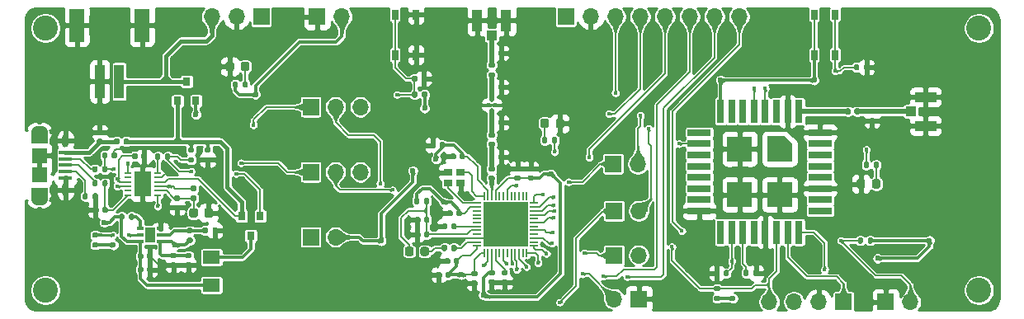
<source format=gtl>
G04 #@! TF.GenerationSoftware,KiCad,Pcbnew,(5.1.8)-1*
G04 #@! TF.CreationDate,2021-03-12T19:43:42-03:00*
G04 #@! TF.ProjectId,Vaccine_Layout_V2,56616363-696e-4655-9f4c-61796f75745f,3.3*
G04 #@! TF.SameCoordinates,Original*
G04 #@! TF.FileFunction,Copper,L1,Top*
G04 #@! TF.FilePolarity,Positive*
%FSLAX46Y46*%
G04 Gerber Fmt 4.6, Leading zero omitted, Abs format (unit mm)*
G04 Created by KiCad (PCBNEW (5.1.8)-1) date 2021-03-12 19:43:42*
%MOMM*%
%LPD*%
G01*
G04 APERTURE LIST*
G04 #@! TA.AperFunction,EtchedComponent*
%ADD10C,0.001000*%
G04 #@! TD*
G04 #@! TA.AperFunction,ComponentPad*
%ADD11R,1.700000X1.700000*%
G04 #@! TD*
G04 #@! TA.AperFunction,ComponentPad*
%ADD12O,1.700000X1.700000*%
G04 #@! TD*
G04 #@! TA.AperFunction,SMDPad,CuDef*
%ADD13R,0.804800X0.203200*%
G04 #@! TD*
G04 #@! TA.AperFunction,SMDPad,CuDef*
%ADD14R,0.203200X0.804800*%
G04 #@! TD*
G04 #@! TA.AperFunction,SMDPad,CuDef*
%ADD15R,4.597400X4.597400*%
G04 #@! TD*
G04 #@! TA.AperFunction,SMDPad,CuDef*
%ADD16R,0.750000X2.400000*%
G04 #@! TD*
G04 #@! TA.AperFunction,SMDPad,CuDef*
%ADD17R,2.400000X0.750000*%
G04 #@! TD*
G04 #@! TA.AperFunction,SMDPad,CuDef*
%ADD18R,2.600000X2.600000*%
G04 #@! TD*
G04 #@! TA.AperFunction,SMDPad,CuDef*
%ADD19C,0.100000*%
G04 #@! TD*
G04 #@! TA.AperFunction,SMDPad,CuDef*
%ADD20R,0.650000X0.250000*%
G04 #@! TD*
G04 #@! TA.AperFunction,SMDPad,CuDef*
%ADD21R,1.700000X2.500000*%
G04 #@! TD*
G04 #@! TA.AperFunction,SMDPad,CuDef*
%ADD22R,2.200000X1.050000*%
G04 #@! TD*
G04 #@! TA.AperFunction,SMDPad,CuDef*
%ADD23R,1.050000X1.000000*%
G04 #@! TD*
G04 #@! TA.AperFunction,SMDPad,CuDef*
%ADD24R,1.350000X0.400000*%
G04 #@! TD*
G04 #@! TA.AperFunction,ComponentPad*
%ADD25O,0.650000X1.300000*%
G04 #@! TD*
G04 #@! TA.AperFunction,ComponentPad*
%ADD26O,1.550000X0.775000*%
G04 #@! TD*
G04 #@! TA.AperFunction,SMDPad,CuDef*
%ADD27R,1.550000X1.500000*%
G04 #@! TD*
G04 #@! TA.AperFunction,SMDPad,CuDef*
%ADD28R,1.000000X3.500000*%
G04 #@! TD*
G04 #@! TA.AperFunction,SMDPad,CuDef*
%ADD29R,1.500000X3.400000*%
G04 #@! TD*
G04 #@! TA.AperFunction,SMDPad,CuDef*
%ADD30R,0.450000X0.300000*%
G04 #@! TD*
G04 #@! TA.AperFunction,SMDPad,CuDef*
%ADD31R,0.300000X0.450000*%
G04 #@! TD*
G04 #@! TA.AperFunction,SMDPad,CuDef*
%ADD32R,0.650000X1.050000*%
G04 #@! TD*
G04 #@! TA.AperFunction,SMDPad,CuDef*
%ADD33R,1.050000X2.200000*%
G04 #@! TD*
G04 #@! TA.AperFunction,SMDPad,CuDef*
%ADD34R,1.000000X1.050000*%
G04 #@! TD*
G04 #@! TA.AperFunction,SMDPad,CuDef*
%ADD35R,1.800000X1.340000*%
G04 #@! TD*
G04 #@! TA.AperFunction,SMDPad,CuDef*
%ADD36R,0.800000X0.900000*%
G04 #@! TD*
G04 #@! TA.AperFunction,SMDPad,CuDef*
%ADD37R,0.690000X0.320000*%
G04 #@! TD*
G04 #@! TA.AperFunction,SMDPad,CuDef*
%ADD38R,1.000000X1.600000*%
G04 #@! TD*
G04 #@! TA.AperFunction,SMDPad,CuDef*
%ADD39R,0.850000X0.750000*%
G04 #@! TD*
G04 #@! TA.AperFunction,ViaPad*
%ADD40C,2.565400*%
G04 #@! TD*
G04 #@! TA.AperFunction,ViaPad*
%ADD41C,0.400000*%
G04 #@! TD*
G04 #@! TA.AperFunction,ViaPad*
%ADD42C,0.600000*%
G04 #@! TD*
G04 #@! TA.AperFunction,Conductor*
%ADD43C,0.400000*%
G04 #@! TD*
G04 #@! TA.AperFunction,Conductor*
%ADD44C,0.150000*%
G04 #@! TD*
G04 #@! TA.AperFunction,Conductor*
%ADD45C,0.200000*%
G04 #@! TD*
G04 #@! TA.AperFunction,Conductor*
%ADD46C,0.550000*%
G04 #@! TD*
G04 #@! TA.AperFunction,Conductor*
%ADD47C,0.500000*%
G04 #@! TD*
G04 #@! TA.AperFunction,Conductor*
%ADD48C,0.300000*%
G04 #@! TD*
G04 #@! TA.AperFunction,Conductor*
%ADD49C,0.250000*%
G04 #@! TD*
G04 #@! TA.AperFunction,Conductor*
%ADD50C,0.350000*%
G04 #@! TD*
G04 #@! TA.AperFunction,Conductor*
%ADD51C,0.254000*%
G04 #@! TD*
G04 #@! TA.AperFunction,Conductor*
%ADD52C,0.100000*%
G04 #@! TD*
G04 #@! TA.AperFunction,Conductor*
%ADD53C,0.025400*%
G04 #@! TD*
G04 APERTURE END LIST*
D10*
G04 #@! TO.C,CN2*
G36*
X39470000Y-92220000D02*
G01*
X41025000Y-92220000D01*
X41025000Y-93417500D01*
X40825000Y-93417500D01*
X40824662Y-93405731D01*
X40823640Y-93392748D01*
X40821941Y-93379836D01*
X40819567Y-93367031D01*
X40816527Y-93354368D01*
X40812828Y-93341881D01*
X40808481Y-93329605D01*
X40803497Y-93317573D01*
X40797891Y-93305818D01*
X40791677Y-93294373D01*
X40784872Y-93283269D01*
X40777496Y-93272537D01*
X40769567Y-93262205D01*
X40761110Y-93252302D01*
X40752145Y-93242855D01*
X40742698Y-93233890D01*
X40732795Y-93225433D01*
X40722463Y-93217504D01*
X40711731Y-93210128D01*
X40700627Y-93203323D01*
X40689182Y-93197109D01*
X40677427Y-93191503D01*
X40665395Y-93186519D01*
X40653119Y-93182172D01*
X40640632Y-93178473D01*
X40627969Y-93175433D01*
X40615164Y-93173059D01*
X40602252Y-93171360D01*
X40589269Y-93170338D01*
X40575000Y-93170000D01*
X40565000Y-93170000D01*
X39935000Y-93170000D01*
X39925000Y-93170000D01*
X39911916Y-93170343D01*
X39898868Y-93171370D01*
X39885891Y-93173078D01*
X39873022Y-93175463D01*
X39860295Y-93178519D01*
X39847746Y-93182236D01*
X39835408Y-93186605D01*
X39823316Y-93191614D01*
X39811502Y-93197248D01*
X39800000Y-93203494D01*
X39788840Y-93210332D01*
X39778054Y-93217746D01*
X39767670Y-93225714D01*
X39757717Y-93234214D01*
X39748223Y-93243223D01*
X39739214Y-93252717D01*
X39730714Y-93262670D01*
X39722746Y-93273054D01*
X39715332Y-93283840D01*
X39708494Y-93295000D01*
X39702248Y-93306502D01*
X39696614Y-93318316D01*
X39691605Y-93330408D01*
X39687236Y-93342746D01*
X39683519Y-93355295D01*
X39680463Y-93368022D01*
X39678078Y-93380891D01*
X39676370Y-93393868D01*
X39675343Y-93406916D01*
X39675000Y-93420000D01*
X39675343Y-93433084D01*
X39676370Y-93446132D01*
X39678078Y-93459109D01*
X39680463Y-93471978D01*
X39683519Y-93484705D01*
X39687236Y-93497254D01*
X39691605Y-93509592D01*
X39696614Y-93521684D01*
X39702248Y-93533498D01*
X39708494Y-93545000D01*
X39715332Y-93556160D01*
X39722746Y-93566946D01*
X39730714Y-93577330D01*
X39739214Y-93587283D01*
X39748223Y-93596777D01*
X39757717Y-93605786D01*
X39767670Y-93614286D01*
X39778054Y-93622254D01*
X39788840Y-93629668D01*
X39800000Y-93636506D01*
X39811502Y-93642752D01*
X39823316Y-93648386D01*
X39835408Y-93653395D01*
X39847746Y-93657764D01*
X39860295Y-93661481D01*
X39873022Y-93664537D01*
X39885891Y-93666922D01*
X39898868Y-93668630D01*
X39911916Y-93669657D01*
X39925000Y-93670000D01*
X40575000Y-93670000D01*
X40589269Y-93669662D01*
X40602252Y-93668640D01*
X40615164Y-93666941D01*
X40627969Y-93664567D01*
X40640632Y-93661527D01*
X40653119Y-93657828D01*
X40665395Y-93653481D01*
X40677427Y-93648497D01*
X40689182Y-93642891D01*
X40700627Y-93636677D01*
X40711731Y-93629872D01*
X40722463Y-93622496D01*
X40732795Y-93614567D01*
X40742698Y-93606110D01*
X40752145Y-93597145D01*
X40761110Y-93587698D01*
X40769567Y-93577795D01*
X40777496Y-93567463D01*
X40784872Y-93556731D01*
X40791677Y-93545627D01*
X40797891Y-93534182D01*
X40803497Y-93522427D01*
X40808481Y-93510395D01*
X40812828Y-93498119D01*
X40816527Y-93485632D01*
X40819567Y-93472969D01*
X40821941Y-93460164D01*
X40823640Y-93447252D01*
X40824662Y-93434269D01*
X40825000Y-93422500D01*
X41025000Y-93422500D01*
X41024318Y-93447353D01*
X41022269Y-93473384D01*
X41018861Y-93499272D01*
X41014103Y-93524946D01*
X41008007Y-93550336D01*
X41000591Y-93575373D01*
X40991875Y-93599987D01*
X40981882Y-93624111D01*
X40970641Y-93647678D01*
X40958182Y-93670626D01*
X40944538Y-93692890D01*
X40929748Y-93714409D01*
X40913853Y-93735125D01*
X40896895Y-93754980D01*
X40878921Y-93773921D01*
X40859980Y-93791895D01*
X40840125Y-93808853D01*
X40819409Y-93824748D01*
X40797890Y-93839538D01*
X40775626Y-93853182D01*
X40752678Y-93865641D01*
X40729111Y-93876882D01*
X40704987Y-93886875D01*
X40680373Y-93895591D01*
X40655336Y-93903007D01*
X40629946Y-93909103D01*
X40604272Y-93913861D01*
X40578384Y-93917269D01*
X40552353Y-93919318D01*
X40525000Y-93920000D01*
X39975000Y-93920000D01*
X39948832Y-93919315D01*
X39922736Y-93917261D01*
X39896783Y-93913844D01*
X39871044Y-93909074D01*
X39845590Y-93902963D01*
X39820492Y-93895528D01*
X39795816Y-93886790D01*
X39771632Y-93876773D01*
X39748005Y-93865503D01*
X39725000Y-93853013D01*
X39702680Y-93839335D01*
X39681107Y-93824508D01*
X39660340Y-93808573D01*
X39640435Y-93791572D01*
X39621447Y-93773553D01*
X39603428Y-93754565D01*
X39586427Y-93734660D01*
X39570492Y-93713893D01*
X39555665Y-93692320D01*
X39541987Y-93670000D01*
X39529497Y-93646995D01*
X39518227Y-93623368D01*
X39508210Y-93599184D01*
X39499472Y-93574508D01*
X39492037Y-93549410D01*
X39485926Y-93523956D01*
X39481156Y-93498217D01*
X39477739Y-93472264D01*
X39475685Y-93446168D01*
X39475000Y-93420000D01*
X39475000Y-92225000D01*
X39470000Y-92225000D01*
X39470000Y-92220000D01*
G37*
X39470000Y-92220000D02*
X41025000Y-92220000D01*
X41025000Y-93417500D01*
X40825000Y-93417500D01*
X40824662Y-93405731D01*
X40823640Y-93392748D01*
X40821941Y-93379836D01*
X40819567Y-93367031D01*
X40816527Y-93354368D01*
X40812828Y-93341881D01*
X40808481Y-93329605D01*
X40803497Y-93317573D01*
X40797891Y-93305818D01*
X40791677Y-93294373D01*
X40784872Y-93283269D01*
X40777496Y-93272537D01*
X40769567Y-93262205D01*
X40761110Y-93252302D01*
X40752145Y-93242855D01*
X40742698Y-93233890D01*
X40732795Y-93225433D01*
X40722463Y-93217504D01*
X40711731Y-93210128D01*
X40700627Y-93203323D01*
X40689182Y-93197109D01*
X40677427Y-93191503D01*
X40665395Y-93186519D01*
X40653119Y-93182172D01*
X40640632Y-93178473D01*
X40627969Y-93175433D01*
X40615164Y-93173059D01*
X40602252Y-93171360D01*
X40589269Y-93170338D01*
X40575000Y-93170000D01*
X40565000Y-93170000D01*
X39935000Y-93170000D01*
X39925000Y-93170000D01*
X39911916Y-93170343D01*
X39898868Y-93171370D01*
X39885891Y-93173078D01*
X39873022Y-93175463D01*
X39860295Y-93178519D01*
X39847746Y-93182236D01*
X39835408Y-93186605D01*
X39823316Y-93191614D01*
X39811502Y-93197248D01*
X39800000Y-93203494D01*
X39788840Y-93210332D01*
X39778054Y-93217746D01*
X39767670Y-93225714D01*
X39757717Y-93234214D01*
X39748223Y-93243223D01*
X39739214Y-93252717D01*
X39730714Y-93262670D01*
X39722746Y-93273054D01*
X39715332Y-93283840D01*
X39708494Y-93295000D01*
X39702248Y-93306502D01*
X39696614Y-93318316D01*
X39691605Y-93330408D01*
X39687236Y-93342746D01*
X39683519Y-93355295D01*
X39680463Y-93368022D01*
X39678078Y-93380891D01*
X39676370Y-93393868D01*
X39675343Y-93406916D01*
X39675000Y-93420000D01*
X39675343Y-93433084D01*
X39676370Y-93446132D01*
X39678078Y-93459109D01*
X39680463Y-93471978D01*
X39683519Y-93484705D01*
X39687236Y-93497254D01*
X39691605Y-93509592D01*
X39696614Y-93521684D01*
X39702248Y-93533498D01*
X39708494Y-93545000D01*
X39715332Y-93556160D01*
X39722746Y-93566946D01*
X39730714Y-93577330D01*
X39739214Y-93587283D01*
X39748223Y-93596777D01*
X39757717Y-93605786D01*
X39767670Y-93614286D01*
X39778054Y-93622254D01*
X39788840Y-93629668D01*
X39800000Y-93636506D01*
X39811502Y-93642752D01*
X39823316Y-93648386D01*
X39835408Y-93653395D01*
X39847746Y-93657764D01*
X39860295Y-93661481D01*
X39873022Y-93664537D01*
X39885891Y-93666922D01*
X39898868Y-93668630D01*
X39911916Y-93669657D01*
X39925000Y-93670000D01*
X40575000Y-93670000D01*
X40589269Y-93669662D01*
X40602252Y-93668640D01*
X40615164Y-93666941D01*
X40627969Y-93664567D01*
X40640632Y-93661527D01*
X40653119Y-93657828D01*
X40665395Y-93653481D01*
X40677427Y-93648497D01*
X40689182Y-93642891D01*
X40700627Y-93636677D01*
X40711731Y-93629872D01*
X40722463Y-93622496D01*
X40732795Y-93614567D01*
X40742698Y-93606110D01*
X40752145Y-93597145D01*
X40761110Y-93587698D01*
X40769567Y-93577795D01*
X40777496Y-93567463D01*
X40784872Y-93556731D01*
X40791677Y-93545627D01*
X40797891Y-93534182D01*
X40803497Y-93522427D01*
X40808481Y-93510395D01*
X40812828Y-93498119D01*
X40816527Y-93485632D01*
X40819567Y-93472969D01*
X40821941Y-93460164D01*
X40823640Y-93447252D01*
X40824662Y-93434269D01*
X40825000Y-93422500D01*
X41025000Y-93422500D01*
X41024318Y-93447353D01*
X41022269Y-93473384D01*
X41018861Y-93499272D01*
X41014103Y-93524946D01*
X41008007Y-93550336D01*
X41000591Y-93575373D01*
X40991875Y-93599987D01*
X40981882Y-93624111D01*
X40970641Y-93647678D01*
X40958182Y-93670626D01*
X40944538Y-93692890D01*
X40929748Y-93714409D01*
X40913853Y-93735125D01*
X40896895Y-93754980D01*
X40878921Y-93773921D01*
X40859980Y-93791895D01*
X40840125Y-93808853D01*
X40819409Y-93824748D01*
X40797890Y-93839538D01*
X40775626Y-93853182D01*
X40752678Y-93865641D01*
X40729111Y-93876882D01*
X40704987Y-93886875D01*
X40680373Y-93895591D01*
X40655336Y-93903007D01*
X40629946Y-93909103D01*
X40604272Y-93913861D01*
X40578384Y-93917269D01*
X40552353Y-93919318D01*
X40525000Y-93920000D01*
X39975000Y-93920000D01*
X39948832Y-93919315D01*
X39922736Y-93917261D01*
X39896783Y-93913844D01*
X39871044Y-93909074D01*
X39845590Y-93902963D01*
X39820492Y-93895528D01*
X39795816Y-93886790D01*
X39771632Y-93876773D01*
X39748005Y-93865503D01*
X39725000Y-93853013D01*
X39702680Y-93839335D01*
X39681107Y-93824508D01*
X39660340Y-93808573D01*
X39640435Y-93791572D01*
X39621447Y-93773553D01*
X39603428Y-93754565D01*
X39586427Y-93734660D01*
X39570492Y-93713893D01*
X39555665Y-93692320D01*
X39541987Y-93670000D01*
X39529497Y-93646995D01*
X39518227Y-93623368D01*
X39508210Y-93599184D01*
X39499472Y-93574508D01*
X39492037Y-93549410D01*
X39485926Y-93523956D01*
X39481156Y-93498217D01*
X39477739Y-93472264D01*
X39475685Y-93446168D01*
X39475000Y-93420000D01*
X39475000Y-92225000D01*
X39470000Y-92225000D01*
X39470000Y-92220000D01*
G36*
X41030000Y-87620000D02*
G01*
X39475000Y-87620000D01*
X39475000Y-86422500D01*
X39675000Y-86422500D01*
X39675338Y-86434269D01*
X39676360Y-86447252D01*
X39678059Y-86460164D01*
X39680433Y-86472969D01*
X39683473Y-86485632D01*
X39687172Y-86498119D01*
X39691519Y-86510395D01*
X39696503Y-86522427D01*
X39702109Y-86534182D01*
X39708323Y-86545627D01*
X39715128Y-86556731D01*
X39722504Y-86567463D01*
X39730433Y-86577795D01*
X39738890Y-86587698D01*
X39747855Y-86597145D01*
X39757302Y-86606110D01*
X39767205Y-86614567D01*
X39777537Y-86622496D01*
X39788269Y-86629872D01*
X39799373Y-86636677D01*
X39810818Y-86642891D01*
X39822573Y-86648497D01*
X39834605Y-86653481D01*
X39846881Y-86657828D01*
X39859368Y-86661527D01*
X39872031Y-86664567D01*
X39884836Y-86666941D01*
X39897748Y-86668640D01*
X39910731Y-86669662D01*
X39925000Y-86670000D01*
X39935000Y-86670000D01*
X40565000Y-86670000D01*
X40575000Y-86670000D01*
X40588084Y-86669657D01*
X40601132Y-86668630D01*
X40614109Y-86666922D01*
X40626978Y-86664537D01*
X40639705Y-86661481D01*
X40652254Y-86657764D01*
X40664592Y-86653395D01*
X40676684Y-86648386D01*
X40688498Y-86642752D01*
X40700000Y-86636506D01*
X40711160Y-86629668D01*
X40721946Y-86622254D01*
X40732330Y-86614286D01*
X40742283Y-86605786D01*
X40751777Y-86596777D01*
X40760786Y-86587283D01*
X40769286Y-86577330D01*
X40777254Y-86566946D01*
X40784668Y-86556160D01*
X40791506Y-86545000D01*
X40797752Y-86533498D01*
X40803386Y-86521684D01*
X40808395Y-86509592D01*
X40812764Y-86497254D01*
X40816481Y-86484705D01*
X40819537Y-86471978D01*
X40821922Y-86459109D01*
X40823630Y-86446132D01*
X40824657Y-86433084D01*
X40825000Y-86420000D01*
X40824657Y-86406916D01*
X40823630Y-86393868D01*
X40821922Y-86380891D01*
X40819537Y-86368022D01*
X40816481Y-86355295D01*
X40812764Y-86342746D01*
X40808395Y-86330408D01*
X40803386Y-86318316D01*
X40797752Y-86306502D01*
X40791506Y-86295000D01*
X40784668Y-86283840D01*
X40777254Y-86273054D01*
X40769286Y-86262670D01*
X40760786Y-86252717D01*
X40751777Y-86243223D01*
X40742283Y-86234214D01*
X40732330Y-86225714D01*
X40721946Y-86217746D01*
X40711160Y-86210332D01*
X40700000Y-86203494D01*
X40688498Y-86197248D01*
X40676684Y-86191614D01*
X40664592Y-86186605D01*
X40652254Y-86182236D01*
X40639705Y-86178519D01*
X40626978Y-86175463D01*
X40614109Y-86173078D01*
X40601132Y-86171370D01*
X40588084Y-86170343D01*
X40575000Y-86170000D01*
X39925000Y-86170000D01*
X39910731Y-86170338D01*
X39897748Y-86171360D01*
X39884836Y-86173059D01*
X39872031Y-86175433D01*
X39859368Y-86178473D01*
X39846881Y-86182172D01*
X39834605Y-86186519D01*
X39822573Y-86191503D01*
X39810818Y-86197109D01*
X39799373Y-86203323D01*
X39788269Y-86210128D01*
X39777537Y-86217504D01*
X39767205Y-86225433D01*
X39757302Y-86233890D01*
X39747855Y-86242855D01*
X39738890Y-86252302D01*
X39730433Y-86262205D01*
X39722504Y-86272537D01*
X39715128Y-86283269D01*
X39708323Y-86294373D01*
X39702109Y-86305818D01*
X39696503Y-86317573D01*
X39691519Y-86329605D01*
X39687172Y-86341881D01*
X39683473Y-86354368D01*
X39680433Y-86367031D01*
X39678059Y-86379836D01*
X39676360Y-86392748D01*
X39675338Y-86405731D01*
X39675000Y-86417500D01*
X39475000Y-86417500D01*
X39475682Y-86392647D01*
X39477731Y-86366616D01*
X39481139Y-86340728D01*
X39485897Y-86315054D01*
X39491993Y-86289664D01*
X39499409Y-86264627D01*
X39508125Y-86240013D01*
X39518118Y-86215889D01*
X39529359Y-86192322D01*
X39541818Y-86169374D01*
X39555462Y-86147110D01*
X39570252Y-86125591D01*
X39586147Y-86104875D01*
X39603105Y-86085020D01*
X39621079Y-86066079D01*
X39640020Y-86048105D01*
X39659875Y-86031147D01*
X39680591Y-86015252D01*
X39702110Y-86000462D01*
X39724374Y-85986818D01*
X39747322Y-85974359D01*
X39770889Y-85963118D01*
X39795013Y-85953125D01*
X39819627Y-85944409D01*
X39844664Y-85936993D01*
X39870054Y-85930897D01*
X39895728Y-85926139D01*
X39921616Y-85922731D01*
X39947647Y-85920682D01*
X39975000Y-85920000D01*
X40525000Y-85920000D01*
X40551168Y-85920685D01*
X40577264Y-85922739D01*
X40603217Y-85926156D01*
X40628956Y-85930926D01*
X40654410Y-85937037D01*
X40679508Y-85944472D01*
X40704184Y-85953210D01*
X40728368Y-85963227D01*
X40751995Y-85974497D01*
X40775000Y-85986987D01*
X40797320Y-86000665D01*
X40818893Y-86015492D01*
X40839660Y-86031427D01*
X40859565Y-86048428D01*
X40878553Y-86066447D01*
X40896572Y-86085435D01*
X40913573Y-86105340D01*
X40929508Y-86126107D01*
X40944335Y-86147680D01*
X40958013Y-86170000D01*
X40970503Y-86193005D01*
X40981773Y-86216632D01*
X40991790Y-86240816D01*
X41000528Y-86265492D01*
X41007963Y-86290590D01*
X41014074Y-86316044D01*
X41018844Y-86341783D01*
X41022261Y-86367736D01*
X41024315Y-86393832D01*
X41025000Y-86420000D01*
X41025000Y-87615000D01*
X41030000Y-87615000D01*
X41030000Y-87620000D01*
G37*
X41030000Y-87620000D02*
X39475000Y-87620000D01*
X39475000Y-86422500D01*
X39675000Y-86422500D01*
X39675338Y-86434269D01*
X39676360Y-86447252D01*
X39678059Y-86460164D01*
X39680433Y-86472969D01*
X39683473Y-86485632D01*
X39687172Y-86498119D01*
X39691519Y-86510395D01*
X39696503Y-86522427D01*
X39702109Y-86534182D01*
X39708323Y-86545627D01*
X39715128Y-86556731D01*
X39722504Y-86567463D01*
X39730433Y-86577795D01*
X39738890Y-86587698D01*
X39747855Y-86597145D01*
X39757302Y-86606110D01*
X39767205Y-86614567D01*
X39777537Y-86622496D01*
X39788269Y-86629872D01*
X39799373Y-86636677D01*
X39810818Y-86642891D01*
X39822573Y-86648497D01*
X39834605Y-86653481D01*
X39846881Y-86657828D01*
X39859368Y-86661527D01*
X39872031Y-86664567D01*
X39884836Y-86666941D01*
X39897748Y-86668640D01*
X39910731Y-86669662D01*
X39925000Y-86670000D01*
X39935000Y-86670000D01*
X40565000Y-86670000D01*
X40575000Y-86670000D01*
X40588084Y-86669657D01*
X40601132Y-86668630D01*
X40614109Y-86666922D01*
X40626978Y-86664537D01*
X40639705Y-86661481D01*
X40652254Y-86657764D01*
X40664592Y-86653395D01*
X40676684Y-86648386D01*
X40688498Y-86642752D01*
X40700000Y-86636506D01*
X40711160Y-86629668D01*
X40721946Y-86622254D01*
X40732330Y-86614286D01*
X40742283Y-86605786D01*
X40751777Y-86596777D01*
X40760786Y-86587283D01*
X40769286Y-86577330D01*
X40777254Y-86566946D01*
X40784668Y-86556160D01*
X40791506Y-86545000D01*
X40797752Y-86533498D01*
X40803386Y-86521684D01*
X40808395Y-86509592D01*
X40812764Y-86497254D01*
X40816481Y-86484705D01*
X40819537Y-86471978D01*
X40821922Y-86459109D01*
X40823630Y-86446132D01*
X40824657Y-86433084D01*
X40825000Y-86420000D01*
X40824657Y-86406916D01*
X40823630Y-86393868D01*
X40821922Y-86380891D01*
X40819537Y-86368022D01*
X40816481Y-86355295D01*
X40812764Y-86342746D01*
X40808395Y-86330408D01*
X40803386Y-86318316D01*
X40797752Y-86306502D01*
X40791506Y-86295000D01*
X40784668Y-86283840D01*
X40777254Y-86273054D01*
X40769286Y-86262670D01*
X40760786Y-86252717D01*
X40751777Y-86243223D01*
X40742283Y-86234214D01*
X40732330Y-86225714D01*
X40721946Y-86217746D01*
X40711160Y-86210332D01*
X40700000Y-86203494D01*
X40688498Y-86197248D01*
X40676684Y-86191614D01*
X40664592Y-86186605D01*
X40652254Y-86182236D01*
X40639705Y-86178519D01*
X40626978Y-86175463D01*
X40614109Y-86173078D01*
X40601132Y-86171370D01*
X40588084Y-86170343D01*
X40575000Y-86170000D01*
X39925000Y-86170000D01*
X39910731Y-86170338D01*
X39897748Y-86171360D01*
X39884836Y-86173059D01*
X39872031Y-86175433D01*
X39859368Y-86178473D01*
X39846881Y-86182172D01*
X39834605Y-86186519D01*
X39822573Y-86191503D01*
X39810818Y-86197109D01*
X39799373Y-86203323D01*
X39788269Y-86210128D01*
X39777537Y-86217504D01*
X39767205Y-86225433D01*
X39757302Y-86233890D01*
X39747855Y-86242855D01*
X39738890Y-86252302D01*
X39730433Y-86262205D01*
X39722504Y-86272537D01*
X39715128Y-86283269D01*
X39708323Y-86294373D01*
X39702109Y-86305818D01*
X39696503Y-86317573D01*
X39691519Y-86329605D01*
X39687172Y-86341881D01*
X39683473Y-86354368D01*
X39680433Y-86367031D01*
X39678059Y-86379836D01*
X39676360Y-86392748D01*
X39675338Y-86405731D01*
X39675000Y-86417500D01*
X39475000Y-86417500D01*
X39475682Y-86392647D01*
X39477731Y-86366616D01*
X39481139Y-86340728D01*
X39485897Y-86315054D01*
X39491993Y-86289664D01*
X39499409Y-86264627D01*
X39508125Y-86240013D01*
X39518118Y-86215889D01*
X39529359Y-86192322D01*
X39541818Y-86169374D01*
X39555462Y-86147110D01*
X39570252Y-86125591D01*
X39586147Y-86104875D01*
X39603105Y-86085020D01*
X39621079Y-86066079D01*
X39640020Y-86048105D01*
X39659875Y-86031147D01*
X39680591Y-86015252D01*
X39702110Y-86000462D01*
X39724374Y-85986818D01*
X39747322Y-85974359D01*
X39770889Y-85963118D01*
X39795013Y-85953125D01*
X39819627Y-85944409D01*
X39844664Y-85936993D01*
X39870054Y-85930897D01*
X39895728Y-85926139D01*
X39921616Y-85922731D01*
X39947647Y-85920682D01*
X39975000Y-85920000D01*
X40525000Y-85920000D01*
X40551168Y-85920685D01*
X40577264Y-85922739D01*
X40603217Y-85926156D01*
X40628956Y-85930926D01*
X40654410Y-85937037D01*
X40679508Y-85944472D01*
X40704184Y-85953210D01*
X40728368Y-85963227D01*
X40751995Y-85974497D01*
X40775000Y-85986987D01*
X40797320Y-86000665D01*
X40818893Y-86015492D01*
X40839660Y-86031427D01*
X40859565Y-86048428D01*
X40878553Y-86066447D01*
X40896572Y-86085435D01*
X40913573Y-86105340D01*
X40929508Y-86126107D01*
X40944335Y-86147680D01*
X40958013Y-86170000D01*
X40970503Y-86193005D01*
X40981773Y-86216632D01*
X40991790Y-86240816D01*
X41000528Y-86265492D01*
X41007963Y-86290590D01*
X41014074Y-86316044D01*
X41018844Y-86341783D01*
X41022261Y-86367736D01*
X41024315Y-86393832D01*
X41025000Y-86420000D01*
X41025000Y-87615000D01*
X41030000Y-87615000D01*
X41030000Y-87620000D01*
G04 #@! TD*
D11*
G04 #@! TO.P,RX_Header1,1*
G04 #@! TO.N,BLE_RX_FTDI*
X68110000Y-90610000D03*
D12*
G04 #@! TO.P,RX_Header1,2*
G04 #@! TO.N,BLE_USART_RX*
X70650000Y-90610000D03*
G04 #@! TO.P,RX_Header1,3*
G04 #@! TO.N,BLE_RX_HT*
X73190000Y-90610000D03*
G04 #@! TD*
D13*
G04 #@! TO.P,U2,1*
G04 #@! TO.N,BLE_PB3*
X91011000Y-98205001D03*
G04 #@! TO.P,U2,2*
G04 #@! TO.N,Net-(U2-Pad2)*
X91011000Y-97804999D03*
G04 #@! TO.P,U2,3*
G04 #@! TO.N,BLE_PB1*
X91011000Y-97405000D03*
G04 #@! TO.P,U2,4*
G04 #@! TO.N,Net-(U2-Pad4)*
X91011000Y-97005001D03*
G04 #@! TO.P,U2,5*
G04 #@! TO.N,BLE_SPI1_MOSI*
X91011000Y-96604999D03*
G04 #@! TO.P,U2,6*
G04 #@! TO.N,Net-(U2-Pad6)*
X91011000Y-96205000D03*
G04 #@! TO.P,U2,7*
G04 #@! TO.N,BLE_SPI1_SCK*
X91011000Y-95805000D03*
G04 #@! TO.P,U2,8*
G04 #@! TO.N,Net-(U2-Pad8)*
X91011000Y-95405001D03*
G04 #@! TO.P,U2,9*
G04 #@! TO.N,D_CS*
X91011000Y-95004999D03*
G04 #@! TO.P,U2,10*
G04 #@! TO.N,BLE_BOOT0*
X91011000Y-94605000D03*
G04 #@! TO.P,U2,11*
G04 #@! TO.N,BLE_USART_TX*
X91011000Y-94205001D03*
G04 #@! TO.P,U2,12*
G04 #@! TO.N,BLE_USART_RX*
X91011000Y-93804999D03*
D14*
G04 #@! TO.P,U2,13*
G04 #@! TO.N,Net-(U2-Pad13)*
X90286001Y-93080000D03*
G04 #@! TO.P,U2,14*
G04 #@! TO.N,Net-(U2-Pad14)*
X89885999Y-93080000D03*
G04 #@! TO.P,U2,15*
G04 #@! TO.N,Net-(U2-Pad15)*
X89486000Y-93080000D03*
G04 #@! TO.P,U2,16*
G04 #@! TO.N,Net-(U2-Pad16)*
X89086001Y-93080000D03*
G04 #@! TO.P,U2,17*
G04 #@! TO.N,Net-(U2-Pad17)*
X88685999Y-93080000D03*
G04 #@! TO.P,U2,18*
G04 #@! TO.N,BLE_PA5*
X88286000Y-93080000D03*
G04 #@! TO.P,U2,19*
G04 #@! TO.N,Net-(U2-Pad19)*
X87886000Y-93080000D03*
G04 #@! TO.P,U2,20*
G04 #@! TO.N,Net-(U2-Pad20)*
X87486001Y-93080000D03*
G04 #@! TO.P,U2,21*
G04 #@! TO.N,VDD1*
X87085999Y-93080000D03*
G04 #@! TO.P,U2,22*
G04 #@! TO.N,RF1*
X86686000Y-93080000D03*
G04 #@! TO.P,U2,23*
G04 #@! TO.N,VDD1*
X86286001Y-93080000D03*
G04 #@! TO.P,U2,24*
G04 #@! TO.N,BLE_OSCOUT*
X85885999Y-93080000D03*
D13*
G04 #@! TO.P,U2,25*
G04 #@! TO.N,BLE_OSCIN*
X85161000Y-93804999D03*
G04 #@! TO.P,U2,26*
G04 #@! TO.N,VDD1*
X85161000Y-94205001D03*
G04 #@! TO.P,U2,27*
G04 #@! TO.N,Net-(U2-Pad27)*
X85161000Y-94605000D03*
G04 #@! TO.P,U2,28*
G04 #@! TO.N,Net-(U2-Pad28)*
X85161000Y-95004999D03*
G04 #@! TO.P,U2,29*
G04 #@! TO.N,Net-(U2-Pad29)*
X85161000Y-95405001D03*
G04 #@! TO.P,U2,30*
G04 #@! TO.N,Net-(U2-Pad30)*
X85161000Y-95805000D03*
G04 #@! TO.P,U2,31*
G04 #@! TO.N,VCAP*
X85161000Y-96205000D03*
G04 #@! TO.P,U2,32*
G04 #@! TO.N,VFBSD*
X85161000Y-96604999D03*
G04 #@! TO.P,U2,33*
G04 #@! TO.N,Net-(U2-Pad33)*
X85161000Y-97005001D03*
G04 #@! TO.P,U2,34*
G04 #@! TO.N,GND*
X85161000Y-97405000D03*
G04 #@! TO.P,U2,35*
G04 #@! TO.N,VLXSD*
X85161000Y-97804999D03*
G04 #@! TO.P,U2,36*
G04 #@! TO.N,VDD1*
X85161000Y-98205001D03*
D14*
G04 #@! TO.P,U2,37*
X85885999Y-98930000D03*
G04 #@! TO.P,U2,38*
G04 #@! TO.N,BLE_RSTN*
X86286001Y-98930000D03*
G04 #@! TO.P,U2,39*
G04 #@! TO.N,VDD1*
X86686000Y-98930000D03*
G04 #@! TO.P,U2,40*
G04 #@! TO.N,VDDA*
X87085999Y-98930000D03*
G04 #@! TO.P,U2,41*
G04 #@! TO.N,Net-(U2-Pad41)*
X87486001Y-98930000D03*
G04 #@! TO.P,U2,42*
G04 #@! TO.N,D_RST*
X87886000Y-98930000D03*
G04 #@! TO.P,U2,43*
G04 #@! TO.N,Net-(U2-Pad43)*
X88286000Y-98930000D03*
G04 #@! TO.P,U2,44*
G04 #@! TO.N,D_DC*
X88685999Y-98930000D03*
G04 #@! TO.P,U2,45*
G04 #@! TO.N,HT_WKUP1*
X89086001Y-98930000D03*
G04 #@! TO.P,U2,46*
G04 #@! TO.N,D_BUSY*
X89486000Y-98930000D03*
G04 #@! TO.P,U2,47*
G04 #@! TO.N,Net-(U2-Pad47)*
X89885999Y-98930000D03*
G04 #@! TO.P,U2,48*
G04 #@! TO.N,BLE_PB4*
X90286001Y-98930000D03*
D15*
G04 #@! TO.P,U2,49*
G04 #@! TO.N,GND*
X88086000Y-96005000D03*
G04 #@! TD*
G04 #@! TO.P,C17,1*
G04 #@! TO.N,BLE_RSTN*
G04 #@! TA.AperFunction,SMDPad,CuDef*
G36*
G01*
X78490000Y-81190000D02*
X78490000Y-80850000D01*
G75*
G02*
X78630000Y-80710000I140000J0D01*
G01*
X78910000Y-80710000D01*
G75*
G02*
X79050000Y-80850000I0J-140000D01*
G01*
X79050000Y-81190000D01*
G75*
G02*
X78910000Y-81330000I-140000J0D01*
G01*
X78630000Y-81330000D01*
G75*
G02*
X78490000Y-81190000I0J140000D01*
G01*
G37*
G04 #@! TD.AperFunction*
G04 #@! TO.P,C17,2*
G04 #@! TO.N,GND*
G04 #@! TA.AperFunction,SMDPad,CuDef*
G36*
G01*
X79450000Y-81190000D02*
X79450000Y-80850000D01*
G75*
G02*
X79590000Y-80710000I140000J0D01*
G01*
X79870000Y-80710000D01*
G75*
G02*
X80010000Y-80850000I0J-140000D01*
G01*
X80010000Y-81190000D01*
G75*
G02*
X79870000Y-81330000I-140000J0D01*
G01*
X79590000Y-81330000D01*
G75*
G02*
X79450000Y-81190000I0J140000D01*
G01*
G37*
G04 #@! TD.AperFunction*
G04 #@! TD*
D12*
G04 #@! TO.P,Seal_Connector1,2*
G04 #@! TO.N,BLE_PB4*
X99240000Y-103660000D03*
D11*
G04 #@! TO.P,Seal_Connector1,1*
G04 #@! TO.N,GND*
X101780000Y-103660000D03*
G04 #@! TD*
D16*
G04 #@! TO.P,U1,1*
G04 #@! TO.N,ANTENNA*
X118205000Y-84390000D03*
G04 #@! TO.P,U1,2*
G04 #@! TO.N,GND*
X117055000Y-84390000D03*
G04 #@! TO.P,U1,3*
G04 #@! TO.N,Net-(U1-Pad3)*
X115905000Y-84390000D03*
G04 #@! TO.P,U1,4*
G04 #@! TO.N,HT_USART_RX*
X114755000Y-84390000D03*
G04 #@! TO.P,U1,5*
G04 #@! TO.N,HT_USART_TX*
X113605000Y-84390000D03*
G04 #@! TO.P,U1,6*
G04 #@! TO.N,Net-(U1-Pad6)*
X112455000Y-84390000D03*
G04 #@! TO.P,U1,7*
G04 #@! TO.N,Net-(U1-Pad7)*
X111305000Y-84390000D03*
G04 #@! TO.P,U1,8*
G04 #@! TO.N,VDD1*
X110155000Y-84390000D03*
D17*
G04 #@! TO.P,U1,9*
G04 #@! TO.N,Net-(U1-Pad9)*
X107980000Y-86565000D03*
G04 #@! TO.P,U1,10*
G04 #@! TO.N,HT_PA5*
X107980000Y-87715000D03*
G04 #@! TO.P,U1,11*
G04 #@! TO.N,Net-(U1-Pad11)*
X107980000Y-88865000D03*
G04 #@! TO.P,U1,12*
G04 #@! TO.N,Net-(U1-Pad12)*
X107980000Y-90015000D03*
G04 #@! TO.P,U1,13*
G04 #@! TO.N,Net-(U1-Pad13)*
X107980000Y-91165000D03*
G04 #@! TO.P,U1,14*
G04 #@! TO.N,Net-(U1-Pad14)*
X107980000Y-92315000D03*
G04 #@! TO.P,U1,15*
G04 #@! TO.N,Net-(U1-Pad15)*
X107980000Y-93465000D03*
G04 #@! TO.P,U1,16*
G04 #@! TO.N,GND*
X107980000Y-94615000D03*
D16*
G04 #@! TO.P,U1,17*
G04 #@! TO.N,Net-(U1-Pad17)*
X110155000Y-96790000D03*
G04 #@! TO.P,U1,18*
G04 #@! TO.N,HT_WKUP1*
X111305000Y-96790000D03*
G04 #@! TO.P,U1,19*
G04 #@! TO.N,HT_BOOT0*
X112455000Y-96790000D03*
G04 #@! TO.P,U1,20*
G04 #@! TO.N,Net-(U1-Pad20)*
X113605000Y-96790000D03*
G04 #@! TO.P,U1,21*
G04 #@! TO.N,GND*
X114755000Y-96790000D03*
G04 #@! TO.P,U1,22*
G04 #@! TO.N,HT_NRESET*
X115905000Y-96790000D03*
G04 #@! TO.P,U1,23*
G04 #@! TO.N,HT_SWCLK*
X117055000Y-96790000D03*
G04 #@! TO.P,U1,24*
G04 #@! TO.N,HT_SWDIO*
X118205000Y-96790000D03*
D17*
G04 #@! TO.P,U1,25*
G04 #@! TO.N,Net-(U1-Pad25)*
X120380000Y-94615000D03*
G04 #@! TO.P,U1,26*
G04 #@! TO.N,Net-(U1-Pad26)*
X120380000Y-93465000D03*
G04 #@! TO.P,U1,27*
G04 #@! TO.N,GND*
X120380000Y-92315000D03*
G04 #@! TO.P,U1,28*
G04 #@! TO.N,Net-(U1-Pad28)*
X120380000Y-91165000D03*
G04 #@! TO.P,U1,29*
G04 #@! TO.N,Net-(U1-Pad29)*
X120380000Y-90015000D03*
G04 #@! TO.P,U1,30*
G04 #@! TO.N,Net-(U1-Pad30)*
X120380000Y-88865000D03*
G04 #@! TO.P,U1,31*
G04 #@! TO.N,Net-(U1-Pad31)*
X120380000Y-87715000D03*
G04 #@! TO.P,U1,32*
G04 #@! TO.N,GND*
X120380000Y-86565000D03*
D18*
G04 #@! TO.P,U1,34*
X116230000Y-92940000D03*
G04 #@! TO.P,U1,35*
X112130000Y-88240000D03*
G04 #@! TO.P,U1,36*
X112130000Y-92940000D03*
G04 #@! TA.AperFunction,SMDPad,CuDef*
D19*
G04 #@! TO.P,U1,33*
G36*
X114930000Y-89540000D02*
G01*
X114930000Y-86940000D01*
X116730000Y-86940000D01*
X117530000Y-87740000D01*
X117530000Y-89540000D01*
X114930000Y-89540000D01*
G37*
G04 #@! TD.AperFunction*
G04 #@! TD*
G04 #@! TO.P,C31,2*
G04 #@! TO.N,/FTDI_NRESET*
G04 #@! TA.AperFunction,SMDPad,CuDef*
G36*
G01*
X54570000Y-93600000D02*
X54230000Y-93600000D01*
G75*
G02*
X54090000Y-93460000I0J140000D01*
G01*
X54090000Y-93180000D01*
G75*
G02*
X54230000Y-93040000I140000J0D01*
G01*
X54570000Y-93040000D01*
G75*
G02*
X54710000Y-93180000I0J-140000D01*
G01*
X54710000Y-93460000D01*
G75*
G02*
X54570000Y-93600000I-140000J0D01*
G01*
G37*
G04 #@! TD.AperFunction*
G04 #@! TO.P,C31,1*
G04 #@! TO.N,GND*
G04 #@! TA.AperFunction,SMDPad,CuDef*
G36*
G01*
X54570000Y-94560000D02*
X54230000Y-94560000D01*
G75*
G02*
X54090000Y-94420000I0J140000D01*
G01*
X54090000Y-94140000D01*
G75*
G02*
X54230000Y-94000000I140000J0D01*
G01*
X54570000Y-94000000D01*
G75*
G02*
X54710000Y-94140000I0J-140000D01*
G01*
X54710000Y-94420000D01*
G75*
G02*
X54570000Y-94560000I-140000J0D01*
G01*
G37*
G04 #@! TD.AperFunction*
G04 #@! TD*
G04 #@! TO.P,R30,1*
G04 #@! TO.N,/3V3out*
G04 #@! TA.AperFunction,SMDPad,CuDef*
G36*
G01*
X55905000Y-92030000D02*
X56275000Y-92030000D01*
G75*
G02*
X56410000Y-92165000I0J-135000D01*
G01*
X56410000Y-92435000D01*
G75*
G02*
X56275000Y-92570000I-135000J0D01*
G01*
X55905000Y-92570000D01*
G75*
G02*
X55770000Y-92435000I0J135000D01*
G01*
X55770000Y-92165000D01*
G75*
G02*
X55905000Y-92030000I135000J0D01*
G01*
G37*
G04 #@! TD.AperFunction*
G04 #@! TO.P,R30,2*
G04 #@! TO.N,/FTDI_NRESET*
G04 #@! TA.AperFunction,SMDPad,CuDef*
G36*
G01*
X55905000Y-93050000D02*
X56275000Y-93050000D01*
G75*
G02*
X56410000Y-93185000I0J-135000D01*
G01*
X56410000Y-93455000D01*
G75*
G02*
X56275000Y-93590000I-135000J0D01*
G01*
X55905000Y-93590000D01*
G75*
G02*
X55770000Y-93455000I0J135000D01*
G01*
X55770000Y-93185000D01*
G75*
G02*
X55905000Y-93050000I135000J0D01*
G01*
G37*
G04 #@! TD.AperFunction*
G04 #@! TD*
D20*
G04 #@! TO.P,U4,1*
G04 #@! TO.N,/D-*
X52420000Y-92985000D03*
G04 #@! TO.P,U4,2*
G04 #@! TO.N,/FTDI_NRESET*
X52420000Y-92535000D03*
G04 #@! TO.P,U4,3*
G04 #@! TO.N,/3V3out*
X52420000Y-92085000D03*
G04 #@! TO.P,U4,4*
G04 #@! TO.N,+5V*
X52420000Y-91635000D03*
G04 #@! TO.P,U4,5*
G04 #@! TO.N,GND*
X52420000Y-91185000D03*
G04 #@! TO.P,U4,6*
G04 #@! TO.N,Net-(R29-Pad2)*
X52420000Y-90735000D03*
G04 #@! TO.P,U4,7*
G04 #@! TO.N,BLE_RX_FTDI*
X49320000Y-90735000D03*
G04 #@! TO.P,U4,8*
G04 #@! TO.N,Net-(U4-Pad8)*
X49320000Y-91185000D03*
G04 #@! TO.P,U4,9*
G04 #@! TO.N,/3V3out*
X49320000Y-91635000D03*
G04 #@! TO.P,U4,10*
G04 #@! TO.N,BLE_TX_FTDI*
X49320000Y-92085000D03*
G04 #@! TO.P,U4,11*
G04 #@! TO.N,Net-(U4-Pad11)*
X49320000Y-92535000D03*
G04 #@! TO.P,U4,12*
G04 #@! TO.N,/D+*
X49320000Y-92985000D03*
D21*
G04 #@! TO.P,U4,13*
G04 #@! TO.N,GND*
X50870000Y-91860000D03*
G04 #@! TD*
G04 #@! TO.P,L1,2*
G04 #@! TO.N,Net-(C13-Pad1)*
G04 #@! TA.AperFunction,SMDPad,CuDef*
G36*
G01*
X123895000Y-84562500D02*
X123895000Y-84217500D01*
G75*
G02*
X124042500Y-84070000I147500J0D01*
G01*
X124337500Y-84070000D01*
G75*
G02*
X124485000Y-84217500I0J-147500D01*
G01*
X124485000Y-84562500D01*
G75*
G02*
X124337500Y-84710000I-147500J0D01*
G01*
X124042500Y-84710000D01*
G75*
G02*
X123895000Y-84562500I0J147500D01*
G01*
G37*
G04 #@! TD.AperFunction*
G04 #@! TO.P,L1,1*
G04 #@! TO.N,ANTENNA*
G04 #@! TA.AperFunction,SMDPad,CuDef*
G36*
G01*
X122925000Y-84562500D02*
X122925000Y-84217500D01*
G75*
G02*
X123072500Y-84070000I147500J0D01*
G01*
X123367500Y-84070000D01*
G75*
G02*
X123515000Y-84217500I0J-147500D01*
G01*
X123515000Y-84562500D01*
G75*
G02*
X123367500Y-84710000I-147500J0D01*
G01*
X123072500Y-84710000D01*
G75*
G02*
X122925000Y-84562500I0J147500D01*
G01*
G37*
G04 #@! TD.AperFunction*
G04 #@! TD*
D22*
G04 #@! TO.P,CN1,G1*
G04 #@! TO.N,GND*
X131205000Y-82915000D03*
G04 #@! TO.P,CN1,G2*
X131205000Y-85865000D03*
D23*
G04 #@! TO.P,CN1,SIG*
G04 #@! TO.N,Net-(C13-Pad1)*
X129680000Y-84390000D03*
G04 #@! TD*
G04 #@! TO.P,C13,1*
G04 #@! TO.N,Net-(C13-Pad1)*
G04 #@! TA.AperFunction,SMDPad,CuDef*
G36*
G01*
X125535000Y-84110000D02*
X125875000Y-84110000D01*
G75*
G02*
X126015000Y-84250000I0J-140000D01*
G01*
X126015000Y-84530000D01*
G75*
G02*
X125875000Y-84670000I-140000J0D01*
G01*
X125535000Y-84670000D01*
G75*
G02*
X125395000Y-84530000I0J140000D01*
G01*
X125395000Y-84250000D01*
G75*
G02*
X125535000Y-84110000I140000J0D01*
G01*
G37*
G04 #@! TD.AperFunction*
G04 #@! TO.P,C13,2*
G04 #@! TO.N,GND*
G04 #@! TA.AperFunction,SMDPad,CuDef*
G36*
G01*
X125535000Y-85070000D02*
X125875000Y-85070000D01*
G75*
G02*
X126015000Y-85210000I0J-140000D01*
G01*
X126015000Y-85490000D01*
G75*
G02*
X125875000Y-85630000I-140000J0D01*
G01*
X125535000Y-85630000D01*
G75*
G02*
X125395000Y-85490000I0J140000D01*
G01*
X125395000Y-85210000D01*
G75*
G02*
X125535000Y-85070000I140000J0D01*
G01*
G37*
G04 #@! TD.AperFunction*
G04 #@! TD*
G04 #@! TO.P,C1,1*
G04 #@! TO.N,GND*
G04 #@! TA.AperFunction,SMDPad,CuDef*
G36*
G01*
X46300000Y-86240000D02*
X46640000Y-86240000D01*
G75*
G02*
X46780000Y-86380000I0J-140000D01*
G01*
X46780000Y-86660000D01*
G75*
G02*
X46640000Y-86800000I-140000J0D01*
G01*
X46300000Y-86800000D01*
G75*
G02*
X46160000Y-86660000I0J140000D01*
G01*
X46160000Y-86380000D01*
G75*
G02*
X46300000Y-86240000I140000J0D01*
G01*
G37*
G04 #@! TD.AperFunction*
G04 #@! TO.P,C1,2*
G04 #@! TO.N,Net-(C1-Pad2)*
G04 #@! TA.AperFunction,SMDPad,CuDef*
G36*
G01*
X46300000Y-87200000D02*
X46640000Y-87200000D01*
G75*
G02*
X46780000Y-87340000I0J-140000D01*
G01*
X46780000Y-87620000D01*
G75*
G02*
X46640000Y-87760000I-140000J0D01*
G01*
X46300000Y-87760000D01*
G75*
G02*
X46160000Y-87620000I0J140000D01*
G01*
X46160000Y-87340000D01*
G75*
G02*
X46300000Y-87200000I140000J0D01*
G01*
G37*
G04 #@! TD.AperFunction*
G04 #@! TD*
G04 #@! TO.P,C4,1*
G04 #@! TO.N,+3V3*
G04 #@! TA.AperFunction,SMDPad,CuDef*
G36*
G01*
X53840000Y-98920000D02*
X54180000Y-98920000D01*
G75*
G02*
X54320000Y-99060000I0J-140000D01*
G01*
X54320000Y-99340000D01*
G75*
G02*
X54180000Y-99480000I-140000J0D01*
G01*
X53840000Y-99480000D01*
G75*
G02*
X53700000Y-99340000I0J140000D01*
G01*
X53700000Y-99060000D01*
G75*
G02*
X53840000Y-98920000I140000J0D01*
G01*
G37*
G04 #@! TD.AperFunction*
G04 #@! TO.P,C4,2*
G04 #@! TO.N,GND*
G04 #@! TA.AperFunction,SMDPad,CuDef*
G36*
G01*
X53840000Y-99880000D02*
X54180000Y-99880000D01*
G75*
G02*
X54320000Y-100020000I0J-140000D01*
G01*
X54320000Y-100300000D01*
G75*
G02*
X54180000Y-100440000I-140000J0D01*
G01*
X53840000Y-100440000D01*
G75*
G02*
X53700000Y-100300000I0J140000D01*
G01*
X53700000Y-100020000D01*
G75*
G02*
X53840000Y-99880000I140000J0D01*
G01*
G37*
G04 #@! TD.AperFunction*
G04 #@! TD*
G04 #@! TO.P,C5,2*
G04 #@! TO.N,GND*
G04 #@! TA.AperFunction,SMDPad,CuDef*
G36*
G01*
X55390000Y-99880000D02*
X55730000Y-99880000D01*
G75*
G02*
X55870000Y-100020000I0J-140000D01*
G01*
X55870000Y-100300000D01*
G75*
G02*
X55730000Y-100440000I-140000J0D01*
G01*
X55390000Y-100440000D01*
G75*
G02*
X55250000Y-100300000I0J140000D01*
G01*
X55250000Y-100020000D01*
G75*
G02*
X55390000Y-99880000I140000J0D01*
G01*
G37*
G04 #@! TD.AperFunction*
G04 #@! TO.P,C5,1*
G04 #@! TO.N,+3V3*
G04 #@! TA.AperFunction,SMDPad,CuDef*
G36*
G01*
X55390000Y-98920000D02*
X55730000Y-98920000D01*
G75*
G02*
X55870000Y-99060000I0J-140000D01*
G01*
X55870000Y-99340000D01*
G75*
G02*
X55730000Y-99480000I-140000J0D01*
G01*
X55390000Y-99480000D01*
G75*
G02*
X55250000Y-99340000I0J140000D01*
G01*
X55250000Y-99060000D01*
G75*
G02*
X55390000Y-98920000I140000J0D01*
G01*
G37*
G04 #@! TD.AperFunction*
G04 #@! TD*
G04 #@! TO.P,C10,1*
G04 #@! TO.N,RF1*
G04 #@! TA.AperFunction,SMDPad,CuDef*
G36*
G01*
X86850000Y-91540000D02*
X86510000Y-91540000D01*
G75*
G02*
X86370000Y-91400000I0J140000D01*
G01*
X86370000Y-91120000D01*
G75*
G02*
X86510000Y-90980000I140000J0D01*
G01*
X86850000Y-90980000D01*
G75*
G02*
X86990000Y-91120000I0J-140000D01*
G01*
X86990000Y-91400000D01*
G75*
G02*
X86850000Y-91540000I-140000J0D01*
G01*
G37*
G04 #@! TD.AperFunction*
G04 #@! TO.P,C10,2*
G04 #@! TO.N,Net-(C10-Pad2)*
G04 #@! TA.AperFunction,SMDPad,CuDef*
G36*
G01*
X86850000Y-90580000D02*
X86510000Y-90580000D01*
G75*
G02*
X86370000Y-90440000I0J140000D01*
G01*
X86370000Y-90160000D01*
G75*
G02*
X86510000Y-90020000I140000J0D01*
G01*
X86850000Y-90020000D01*
G75*
G02*
X86990000Y-90160000I0J-140000D01*
G01*
X86990000Y-90440000D01*
G75*
G02*
X86850000Y-90580000I-140000J0D01*
G01*
G37*
G04 #@! TD.AperFunction*
G04 #@! TD*
G04 #@! TO.P,C11,2*
G04 #@! TO.N,Net-(C10-Pad2)*
G04 #@! TA.AperFunction,SMDPad,CuDef*
G36*
G01*
X86960000Y-88880000D02*
X86960000Y-89220000D01*
G75*
G02*
X86820000Y-89360000I-140000J0D01*
G01*
X86540000Y-89360000D01*
G75*
G02*
X86400000Y-89220000I0J140000D01*
G01*
X86400000Y-88880000D01*
G75*
G02*
X86540000Y-88740000I140000J0D01*
G01*
X86820000Y-88740000D01*
G75*
G02*
X86960000Y-88880000I0J-140000D01*
G01*
G37*
G04 #@! TD.AperFunction*
G04 #@! TO.P,C11,1*
G04 #@! TO.N,GND*
G04 #@! TA.AperFunction,SMDPad,CuDef*
G36*
G01*
X87920000Y-88880000D02*
X87920000Y-89220000D01*
G75*
G02*
X87780000Y-89360000I-140000J0D01*
G01*
X87500000Y-89360000D01*
G75*
G02*
X87360000Y-89220000I0J140000D01*
G01*
X87360000Y-88880000D01*
G75*
G02*
X87500000Y-88740000I140000J0D01*
G01*
X87780000Y-88740000D01*
G75*
G02*
X87920000Y-88880000I0J-140000D01*
G01*
G37*
G04 #@! TD.AperFunction*
G04 #@! TD*
G04 #@! TO.P,C14,1*
G04 #@! TO.N,GND*
G04 #@! TA.AperFunction,SMDPad,CuDef*
G36*
G01*
X87920000Y-85380000D02*
X87920000Y-85720000D01*
G75*
G02*
X87780000Y-85860000I-140000J0D01*
G01*
X87500000Y-85860000D01*
G75*
G02*
X87360000Y-85720000I0J140000D01*
G01*
X87360000Y-85380000D01*
G75*
G02*
X87500000Y-85240000I140000J0D01*
G01*
X87780000Y-85240000D01*
G75*
G02*
X87920000Y-85380000I0J-140000D01*
G01*
G37*
G04 #@! TD.AperFunction*
G04 #@! TO.P,C14,2*
G04 #@! TO.N,Net-(C14-Pad2)*
G04 #@! TA.AperFunction,SMDPad,CuDef*
G36*
G01*
X86960000Y-85380000D02*
X86960000Y-85720000D01*
G75*
G02*
X86820000Y-85860000I-140000J0D01*
G01*
X86540000Y-85860000D01*
G75*
G02*
X86400000Y-85720000I0J140000D01*
G01*
X86400000Y-85380000D01*
G75*
G02*
X86540000Y-85240000I140000J0D01*
G01*
X86820000Y-85240000D01*
G75*
G02*
X86960000Y-85380000I0J-140000D01*
G01*
G37*
G04 #@! TD.AperFunction*
G04 #@! TD*
G04 #@! TO.P,C15,1*
G04 #@! TO.N,VFBSD*
G04 #@! TA.AperFunction,SMDPad,CuDef*
G36*
G01*
X80290000Y-95360000D02*
X80290000Y-95700000D01*
G75*
G02*
X80150000Y-95840000I-140000J0D01*
G01*
X79870000Y-95840000D01*
G75*
G02*
X79730000Y-95700000I0J140000D01*
G01*
X79730000Y-95360000D01*
G75*
G02*
X79870000Y-95220000I140000J0D01*
G01*
X80150000Y-95220000D01*
G75*
G02*
X80290000Y-95360000I0J-140000D01*
G01*
G37*
G04 #@! TD.AperFunction*
G04 #@! TO.P,C15,2*
G04 #@! TO.N,GND*
G04 #@! TA.AperFunction,SMDPad,CuDef*
G36*
G01*
X79330000Y-95360000D02*
X79330000Y-95700000D01*
G75*
G02*
X79190000Y-95840000I-140000J0D01*
G01*
X78910000Y-95840000D01*
G75*
G02*
X78770000Y-95700000I0J140000D01*
G01*
X78770000Y-95360000D01*
G75*
G02*
X78910000Y-95220000I140000J0D01*
G01*
X79190000Y-95220000D01*
G75*
G02*
X79330000Y-95360000I0J-140000D01*
G01*
G37*
G04 #@! TD.AperFunction*
G04 #@! TD*
G04 #@! TO.P,C16,2*
G04 #@! TO.N,GND*
G04 #@! TA.AperFunction,SMDPad,CuDef*
G36*
G01*
X79330000Y-96840000D02*
X79330000Y-97180000D01*
G75*
G02*
X79190000Y-97320000I-140000J0D01*
G01*
X78910000Y-97320000D01*
G75*
G02*
X78770000Y-97180000I0J140000D01*
G01*
X78770000Y-96840000D01*
G75*
G02*
X78910000Y-96700000I140000J0D01*
G01*
X79190000Y-96700000D01*
G75*
G02*
X79330000Y-96840000I0J-140000D01*
G01*
G37*
G04 #@! TD.AperFunction*
G04 #@! TO.P,C16,1*
G04 #@! TO.N,VFBSD*
G04 #@! TA.AperFunction,SMDPad,CuDef*
G36*
G01*
X80290000Y-96840000D02*
X80290000Y-97180000D01*
G75*
G02*
X80150000Y-97320000I-140000J0D01*
G01*
X79870000Y-97320000D01*
G75*
G02*
X79730000Y-97180000I0J140000D01*
G01*
X79730000Y-96840000D01*
G75*
G02*
X79870000Y-96700000I140000J0D01*
G01*
X80150000Y-96700000D01*
G75*
G02*
X80290000Y-96840000I0J-140000D01*
G01*
G37*
G04 #@! TD.AperFunction*
G04 #@! TD*
G04 #@! TO.P,C18,2*
G04 #@! TO.N,Net-(C18-Pad2)*
G04 #@! TA.AperFunction,SMDPad,CuDef*
G36*
G01*
X86960000Y-81730000D02*
X86960000Y-82070000D01*
G75*
G02*
X86820000Y-82210000I-140000J0D01*
G01*
X86540000Y-82210000D01*
G75*
G02*
X86400000Y-82070000I0J140000D01*
G01*
X86400000Y-81730000D01*
G75*
G02*
X86540000Y-81590000I140000J0D01*
G01*
X86820000Y-81590000D01*
G75*
G02*
X86960000Y-81730000I0J-140000D01*
G01*
G37*
G04 #@! TD.AperFunction*
G04 #@! TO.P,C18,1*
G04 #@! TO.N,GND*
G04 #@! TA.AperFunction,SMDPad,CuDef*
G36*
G01*
X87920000Y-81730000D02*
X87920000Y-82070000D01*
G75*
G02*
X87780000Y-82210000I-140000J0D01*
G01*
X87500000Y-82210000D01*
G75*
G02*
X87360000Y-82070000I0J140000D01*
G01*
X87360000Y-81730000D01*
G75*
G02*
X87500000Y-81590000I140000J0D01*
G01*
X87780000Y-81590000D01*
G75*
G02*
X87920000Y-81730000I0J-140000D01*
G01*
G37*
G04 #@! TD.AperFunction*
G04 #@! TD*
G04 #@! TO.P,C19,2*
G04 #@! TO.N,GND*
G04 #@! TA.AperFunction,SMDPad,CuDef*
G36*
G01*
X81540000Y-101000000D02*
X81540000Y-101340000D01*
G75*
G02*
X81400000Y-101480000I-140000J0D01*
G01*
X81120000Y-101480000D01*
G75*
G02*
X80980000Y-101340000I0J140000D01*
G01*
X80980000Y-101000000D01*
G75*
G02*
X81120000Y-100860000I140000J0D01*
G01*
X81400000Y-100860000D01*
G75*
G02*
X81540000Y-101000000I0J-140000D01*
G01*
G37*
G04 #@! TD.AperFunction*
G04 #@! TO.P,C19,1*
G04 #@! TO.N,VDD1*
G04 #@! TA.AperFunction,SMDPad,CuDef*
G36*
G01*
X82500000Y-101000000D02*
X82500000Y-101340000D01*
G75*
G02*
X82360000Y-101480000I-140000J0D01*
G01*
X82080000Y-101480000D01*
G75*
G02*
X81940000Y-101340000I0J140000D01*
G01*
X81940000Y-101000000D01*
G75*
G02*
X82080000Y-100860000I140000J0D01*
G01*
X82360000Y-100860000D01*
G75*
G02*
X82500000Y-101000000I0J-140000D01*
G01*
G37*
G04 #@! TD.AperFunction*
G04 #@! TD*
G04 #@! TO.P,C20,1*
G04 #@! TO.N,VDD1*
G04 #@! TA.AperFunction,SMDPad,CuDef*
G36*
G01*
X86516000Y-100680000D02*
X86856000Y-100680000D01*
G75*
G02*
X86996000Y-100820000I0J-140000D01*
G01*
X86996000Y-101100000D01*
G75*
G02*
X86856000Y-101240000I-140000J0D01*
G01*
X86516000Y-101240000D01*
G75*
G02*
X86376000Y-101100000I0J140000D01*
G01*
X86376000Y-100820000D01*
G75*
G02*
X86516000Y-100680000I140000J0D01*
G01*
G37*
G04 #@! TD.AperFunction*
G04 #@! TO.P,C20,2*
G04 #@! TO.N,GND*
G04 #@! TA.AperFunction,SMDPad,CuDef*
G36*
G01*
X86516000Y-101640000D02*
X86856000Y-101640000D01*
G75*
G02*
X86996000Y-101780000I0J-140000D01*
G01*
X86996000Y-102060000D01*
G75*
G02*
X86856000Y-102200000I-140000J0D01*
G01*
X86516000Y-102200000D01*
G75*
G02*
X86376000Y-102060000I0J140000D01*
G01*
X86376000Y-101780000D01*
G75*
G02*
X86516000Y-101640000I140000J0D01*
G01*
G37*
G04 #@! TD.AperFunction*
G04 #@! TD*
G04 #@! TO.P,C21,1*
G04 #@! TO.N,VDD1*
G04 #@! TA.AperFunction,SMDPad,CuDef*
G36*
G01*
X83340000Y-99590000D02*
X83340000Y-99930000D01*
G75*
G02*
X83200000Y-100070000I-140000J0D01*
G01*
X82920000Y-100070000D01*
G75*
G02*
X82780000Y-99930000I0J140000D01*
G01*
X82780000Y-99590000D01*
G75*
G02*
X82920000Y-99450000I140000J0D01*
G01*
X83200000Y-99450000D01*
G75*
G02*
X83340000Y-99590000I0J-140000D01*
G01*
G37*
G04 #@! TD.AperFunction*
G04 #@! TO.P,C21,2*
G04 #@! TO.N,GND*
G04 #@! TA.AperFunction,SMDPad,CuDef*
G36*
G01*
X82380000Y-99590000D02*
X82380000Y-99930000D01*
G75*
G02*
X82240000Y-100070000I-140000J0D01*
G01*
X81960000Y-100070000D01*
G75*
G02*
X81820000Y-99930000I0J140000D01*
G01*
X81820000Y-99590000D01*
G75*
G02*
X81960000Y-99450000I140000J0D01*
G01*
X82240000Y-99450000D01*
G75*
G02*
X82380000Y-99590000I0J-140000D01*
G01*
G37*
G04 #@! TD.AperFunction*
G04 #@! TD*
G04 #@! TO.P,C22,2*
G04 #@! TO.N,Net-(C22-Pad2)*
G04 #@! TA.AperFunction,SMDPad,CuDef*
G36*
G01*
X86960000Y-78210000D02*
X86960000Y-78550000D01*
G75*
G02*
X86820000Y-78690000I-140000J0D01*
G01*
X86540000Y-78690000D01*
G75*
G02*
X86400000Y-78550000I0J140000D01*
G01*
X86400000Y-78210000D01*
G75*
G02*
X86540000Y-78070000I140000J0D01*
G01*
X86820000Y-78070000D01*
G75*
G02*
X86960000Y-78210000I0J-140000D01*
G01*
G37*
G04 #@! TD.AperFunction*
G04 #@! TO.P,C22,1*
G04 #@! TO.N,GND*
G04 #@! TA.AperFunction,SMDPad,CuDef*
G36*
G01*
X87920000Y-78210000D02*
X87920000Y-78550000D01*
G75*
G02*
X87780000Y-78690000I-140000J0D01*
G01*
X87500000Y-78690000D01*
G75*
G02*
X87360000Y-78550000I0J140000D01*
G01*
X87360000Y-78210000D01*
G75*
G02*
X87500000Y-78070000I140000J0D01*
G01*
X87780000Y-78070000D01*
G75*
G02*
X87920000Y-78210000I0J-140000D01*
G01*
G37*
G04 #@! TD.AperFunction*
G04 #@! TD*
G04 #@! TO.P,C23,2*
G04 #@! TO.N,GND*
G04 #@! TA.AperFunction,SMDPad,CuDef*
G36*
G01*
X90860000Y-90540000D02*
X90520000Y-90540000D01*
G75*
G02*
X90380000Y-90400000I0J140000D01*
G01*
X90380000Y-90120000D01*
G75*
G02*
X90520000Y-89980000I140000J0D01*
G01*
X90860000Y-89980000D01*
G75*
G02*
X91000000Y-90120000I0J-140000D01*
G01*
X91000000Y-90400000D01*
G75*
G02*
X90860000Y-90540000I-140000J0D01*
G01*
G37*
G04 #@! TD.AperFunction*
G04 #@! TO.P,C23,1*
G04 #@! TO.N,VDD1*
G04 #@! TA.AperFunction,SMDPad,CuDef*
G36*
G01*
X90860000Y-91500000D02*
X90520000Y-91500000D01*
G75*
G02*
X90380000Y-91360000I0J140000D01*
G01*
X90380000Y-91080000D01*
G75*
G02*
X90520000Y-90940000I140000J0D01*
G01*
X90860000Y-90940000D01*
G75*
G02*
X91000000Y-91080000I0J-140000D01*
G01*
X91000000Y-91360000D01*
G75*
G02*
X90860000Y-91500000I-140000J0D01*
G01*
G37*
G04 #@! TD.AperFunction*
G04 #@! TD*
G04 #@! TO.P,C24,2*
G04 #@! TO.N,GND*
G04 #@! TA.AperFunction,SMDPad,CuDef*
G36*
G01*
X80930000Y-87680000D02*
X80930000Y-88020000D01*
G75*
G02*
X80790000Y-88160000I-140000J0D01*
G01*
X80510000Y-88160000D01*
G75*
G02*
X80370000Y-88020000I0J140000D01*
G01*
X80370000Y-87680000D01*
G75*
G02*
X80510000Y-87540000I140000J0D01*
G01*
X80790000Y-87540000D01*
G75*
G02*
X80930000Y-87680000I0J-140000D01*
G01*
G37*
G04 #@! TD.AperFunction*
G04 #@! TO.P,C24,1*
G04 #@! TO.N,VDD1*
G04 #@! TA.AperFunction,SMDPad,CuDef*
G36*
G01*
X81890000Y-87680000D02*
X81890000Y-88020000D01*
G75*
G02*
X81750000Y-88160000I-140000J0D01*
G01*
X81470000Y-88160000D01*
G75*
G02*
X81330000Y-88020000I0J140000D01*
G01*
X81330000Y-87680000D01*
G75*
G02*
X81470000Y-87540000I140000J0D01*
G01*
X81750000Y-87540000D01*
G75*
G02*
X81890000Y-87680000I0J-140000D01*
G01*
G37*
G04 #@! TD.AperFunction*
G04 #@! TD*
G04 #@! TO.P,C25,1*
G04 #@! TO.N,VDD1*
G04 #@! TA.AperFunction,SMDPad,CuDef*
G36*
G01*
X89490000Y-91500000D02*
X89150000Y-91500000D01*
G75*
G02*
X89010000Y-91360000I0J140000D01*
G01*
X89010000Y-91080000D01*
G75*
G02*
X89150000Y-90940000I140000J0D01*
G01*
X89490000Y-90940000D01*
G75*
G02*
X89630000Y-91080000I0J-140000D01*
G01*
X89630000Y-91360000D01*
G75*
G02*
X89490000Y-91500000I-140000J0D01*
G01*
G37*
G04 #@! TD.AperFunction*
G04 #@! TO.P,C25,2*
G04 #@! TO.N,GND*
G04 #@! TA.AperFunction,SMDPad,CuDef*
G36*
G01*
X89490000Y-90540000D02*
X89150000Y-90540000D01*
G75*
G02*
X89010000Y-90400000I0J140000D01*
G01*
X89010000Y-90120000D01*
G75*
G02*
X89150000Y-89980000I140000J0D01*
G01*
X89490000Y-89980000D01*
G75*
G02*
X89630000Y-90120000I0J-140000D01*
G01*
X89630000Y-90400000D01*
G75*
G02*
X89490000Y-90540000I-140000J0D01*
G01*
G37*
G04 #@! TD.AperFunction*
G04 #@! TD*
G04 #@! TO.P,C26,1*
G04 #@! TO.N,VDD1*
G04 #@! TA.AperFunction,SMDPad,CuDef*
G36*
G01*
X83930000Y-88830000D02*
X83930000Y-89170000D01*
G75*
G02*
X83790000Y-89310000I-140000J0D01*
G01*
X83510000Y-89310000D01*
G75*
G02*
X83370000Y-89170000I0J140000D01*
G01*
X83370000Y-88830000D01*
G75*
G02*
X83510000Y-88690000I140000J0D01*
G01*
X83790000Y-88690000D01*
G75*
G02*
X83930000Y-88830000I0J-140000D01*
G01*
G37*
G04 #@! TD.AperFunction*
G04 #@! TO.P,C26,2*
G04 #@! TO.N,GND*
G04 #@! TA.AperFunction,SMDPad,CuDef*
G36*
G01*
X82970000Y-88830000D02*
X82970000Y-89170000D01*
G75*
G02*
X82830000Y-89310000I-140000J0D01*
G01*
X82550000Y-89310000D01*
G75*
G02*
X82410000Y-89170000I0J140000D01*
G01*
X82410000Y-88830000D01*
G75*
G02*
X82550000Y-88690000I140000J0D01*
G01*
X82830000Y-88690000D01*
G75*
G02*
X82970000Y-88830000I0J-140000D01*
G01*
G37*
G04 #@! TD.AperFunction*
G04 #@! TD*
G04 #@! TO.P,C27,2*
G04 #@! TO.N,GND*
G04 #@! TA.AperFunction,SMDPad,CuDef*
G36*
G01*
X84730000Y-101730000D02*
X85070000Y-101730000D01*
G75*
G02*
X85210000Y-101870000I0J-140000D01*
G01*
X85210000Y-102150000D01*
G75*
G02*
X85070000Y-102290000I-140000J0D01*
G01*
X84730000Y-102290000D01*
G75*
G02*
X84590000Y-102150000I0J140000D01*
G01*
X84590000Y-101870000D01*
G75*
G02*
X84730000Y-101730000I140000J0D01*
G01*
G37*
G04 #@! TD.AperFunction*
G04 #@! TO.P,C27,1*
G04 #@! TO.N,VDD1*
G04 #@! TA.AperFunction,SMDPad,CuDef*
G36*
G01*
X84730000Y-100770000D02*
X85070000Y-100770000D01*
G75*
G02*
X85210000Y-100910000I0J-140000D01*
G01*
X85210000Y-101190000D01*
G75*
G02*
X85070000Y-101330000I-140000J0D01*
G01*
X84730000Y-101330000D01*
G75*
G02*
X84590000Y-101190000I0J140000D01*
G01*
X84590000Y-100910000D01*
G75*
G02*
X84730000Y-100770000I140000J0D01*
G01*
G37*
G04 #@! TD.AperFunction*
G04 #@! TD*
G04 #@! TO.P,C28,2*
G04 #@! TO.N,VCAP*
G04 #@! TA.AperFunction,SMDPad,CuDef*
G36*
G01*
X82520000Y-96375000D02*
X82520000Y-96035000D01*
G75*
G02*
X82660000Y-95895000I140000J0D01*
G01*
X82940000Y-95895000D01*
G75*
G02*
X83080000Y-96035000I0J-140000D01*
G01*
X83080000Y-96375000D01*
G75*
G02*
X82940000Y-96515000I-140000J0D01*
G01*
X82660000Y-96515000D01*
G75*
G02*
X82520000Y-96375000I0J140000D01*
G01*
G37*
G04 #@! TD.AperFunction*
G04 #@! TO.P,C28,1*
G04 #@! TO.N,GND*
G04 #@! TA.AperFunction,SMDPad,CuDef*
G36*
G01*
X81560000Y-96375000D02*
X81560000Y-96035000D01*
G75*
G02*
X81700000Y-95895000I140000J0D01*
G01*
X81980000Y-95895000D01*
G75*
G02*
X82120000Y-96035000I0J-140000D01*
G01*
X82120000Y-96375000D01*
G75*
G02*
X81980000Y-96515000I-140000J0D01*
G01*
X81700000Y-96515000D01*
G75*
G02*
X81560000Y-96375000I0J140000D01*
G01*
G37*
G04 #@! TD.AperFunction*
G04 #@! TD*
G04 #@! TO.P,C29,1*
G04 #@! TO.N,VDD1*
G04 #@! TA.AperFunction,SMDPad,CuDef*
G36*
G01*
X83610000Y-94680000D02*
X83610000Y-95020000D01*
G75*
G02*
X83470000Y-95160000I-140000J0D01*
G01*
X83190000Y-95160000D01*
G75*
G02*
X83050000Y-95020000I0J140000D01*
G01*
X83050000Y-94680000D01*
G75*
G02*
X83190000Y-94540000I140000J0D01*
G01*
X83470000Y-94540000D01*
G75*
G02*
X83610000Y-94680000I0J-140000D01*
G01*
G37*
G04 #@! TD.AperFunction*
G04 #@! TO.P,C29,2*
G04 #@! TO.N,GND*
G04 #@! TA.AperFunction,SMDPad,CuDef*
G36*
G01*
X82650000Y-94680000D02*
X82650000Y-95020000D01*
G75*
G02*
X82510000Y-95160000I-140000J0D01*
G01*
X82230000Y-95160000D01*
G75*
G02*
X82090000Y-95020000I0J140000D01*
G01*
X82090000Y-94680000D01*
G75*
G02*
X82230000Y-94540000I140000J0D01*
G01*
X82510000Y-94540000D01*
G75*
G02*
X82650000Y-94680000I0J-140000D01*
G01*
G37*
G04 #@! TD.AperFunction*
G04 #@! TD*
G04 #@! TO.P,C30,2*
G04 #@! TO.N,VDDA*
G04 #@! TA.AperFunction,SMDPad,CuDef*
G36*
G01*
X88190000Y-101240000D02*
X87850000Y-101240000D01*
G75*
G02*
X87710000Y-101100000I0J140000D01*
G01*
X87710000Y-100820000D01*
G75*
G02*
X87850000Y-100680000I140000J0D01*
G01*
X88190000Y-100680000D01*
G75*
G02*
X88330000Y-100820000I0J-140000D01*
G01*
X88330000Y-101100000D01*
G75*
G02*
X88190000Y-101240000I-140000J0D01*
G01*
G37*
G04 #@! TD.AperFunction*
G04 #@! TO.P,C30,1*
G04 #@! TO.N,GND*
G04 #@! TA.AperFunction,SMDPad,CuDef*
G36*
G01*
X88190000Y-102200000D02*
X87850000Y-102200000D01*
G75*
G02*
X87710000Y-102060000I0J140000D01*
G01*
X87710000Y-101780000D01*
G75*
G02*
X87850000Y-101640000I140000J0D01*
G01*
X88190000Y-101640000D01*
G75*
G02*
X88330000Y-101780000I0J-140000D01*
G01*
X88330000Y-102060000D01*
G75*
G02*
X88190000Y-102200000I-140000J0D01*
G01*
G37*
G04 #@! TD.AperFunction*
G04 #@! TD*
D24*
G04 #@! TO.P,CN2,1*
G04 #@! TO.N,Net-(C1-Pad2)*
X42950000Y-88620000D03*
G04 #@! TO.P,CN2,2*
G04 #@! TO.N,Net-(CN2-Pad2)*
X42950000Y-89270000D03*
G04 #@! TO.P,CN2,3*
G04 #@! TO.N,Net-(CN2-Pad3)*
X42950000Y-89920000D03*
G04 #@! TO.P,CN2,4*
G04 #@! TO.N,Net-(CN2-Pad4)*
X42950000Y-90570000D03*
G04 #@! TO.P,CN2,5*
G04 #@! TO.N,GND*
X42950000Y-91220000D03*
D25*
G04 #@! TO.P,CN2,S1*
X42950000Y-87420000D03*
G04 #@! TO.P,CN2,S2*
X42950000Y-92420000D03*
D26*
G04 #@! TO.P,CN2,S3*
X40250000Y-86420000D03*
D27*
G04 #@! TO.P,CN2,S4*
X40250000Y-88920000D03*
G04 #@! TO.P,CN2,S5*
X40250000Y-90920000D03*
D26*
G04 #@! TO.P,CN2,S6*
X40250000Y-93420000D03*
G04 #@! TD*
D28*
G04 #@! TO.P,CN3,2*
G04 #@! TO.N,GND*
X46460000Y-81310000D03*
G04 #@! TO.P,CN3,1*
G04 #@! TO.N,+BATT*
X48460000Y-81310000D03*
D29*
G04 #@! TO.P,CN3,S2*
G04 #@! TO.N,GND*
X44110000Y-75560000D03*
G04 #@! TO.P,CN3,S1*
X50810000Y-75560000D03*
G04 #@! TD*
G04 #@! TO.P,D3,2*
G04 #@! TO.N,Net-(D3-Pad2)*
G04 #@! TA.AperFunction,SMDPad,CuDef*
G36*
G01*
X92550000Y-85363750D02*
X92550000Y-85876250D01*
G75*
G02*
X92331250Y-86095000I-218750J0D01*
G01*
X91893750Y-86095000D01*
G75*
G02*
X91675000Y-85876250I0J218750D01*
G01*
X91675000Y-85363750D01*
G75*
G02*
X91893750Y-85145000I218750J0D01*
G01*
X92331250Y-85145000D01*
G75*
G02*
X92550000Y-85363750I0J-218750D01*
G01*
G37*
G04 #@! TD.AperFunction*
G04 #@! TO.P,D3,1*
G04 #@! TO.N,GND*
G04 #@! TA.AperFunction,SMDPad,CuDef*
G36*
G01*
X94125000Y-85363750D02*
X94125000Y-85876250D01*
G75*
G02*
X93906250Y-86095000I-218750J0D01*
G01*
X93468750Y-86095000D01*
G75*
G02*
X93250000Y-85876250I0J218750D01*
G01*
X93250000Y-85363750D01*
G75*
G02*
X93468750Y-85145000I218750J0D01*
G01*
X93906250Y-85145000D01*
G75*
G02*
X94125000Y-85363750I0J-218750D01*
G01*
G37*
G04 #@! TD.AperFunction*
G04 #@! TD*
G04 #@! TO.P,D4,1*
G04 #@! TO.N,GND*
G04 #@! TA.AperFunction,SMDPad,CuDef*
G36*
G01*
X124115000Y-92086250D02*
X124115000Y-91573750D01*
G75*
G02*
X124333750Y-91355000I218750J0D01*
G01*
X124771250Y-91355000D01*
G75*
G02*
X124990000Y-91573750I0J-218750D01*
G01*
X124990000Y-92086250D01*
G75*
G02*
X124771250Y-92305000I-218750J0D01*
G01*
X124333750Y-92305000D01*
G75*
G02*
X124115000Y-92086250I0J218750D01*
G01*
G37*
G04 #@! TD.AperFunction*
G04 #@! TO.P,D4,2*
G04 #@! TO.N,Net-(D4-Pad2)*
G04 #@! TA.AperFunction,SMDPad,CuDef*
G36*
G01*
X125690000Y-92086250D02*
X125690000Y-91573750D01*
G75*
G02*
X125908750Y-91355000I218750J0D01*
G01*
X126346250Y-91355000D01*
G75*
G02*
X126565000Y-91573750I0J-218750D01*
G01*
X126565000Y-92086250D01*
G75*
G02*
X126346250Y-92305000I-218750J0D01*
G01*
X125908750Y-92305000D01*
G75*
G02*
X125690000Y-92086250I0J218750D01*
G01*
G37*
G04 #@! TD.AperFunction*
G04 #@! TD*
D11*
G04 #@! TO.P,Display_Connector1,1*
G04 #@! TO.N,VDD1*
X94280000Y-74650000D03*
D12*
G04 #@! TO.P,Display_Connector1,2*
G04 #@! TO.N,GND*
X96820000Y-74650000D03*
G04 #@! TO.P,Display_Connector1,3*
G04 #@! TO.N,BLE_SPI1_MOSI*
X99360000Y-74650000D03*
G04 #@! TO.P,Display_Connector1,4*
G04 #@! TO.N,BLE_SPI1_SCK*
X101900000Y-74650000D03*
G04 #@! TO.P,Display_Connector1,5*
G04 #@! TO.N,D_CS*
X104440000Y-74650000D03*
G04 #@! TO.P,Display_Connector1,6*
G04 #@! TO.N,D_DC*
X106980000Y-74650000D03*
G04 #@! TO.P,Display_Connector1,7*
G04 #@! TO.N,D_RST*
X109520000Y-74650000D03*
G04 #@! TO.P,Display_Connector1,8*
G04 #@! TO.N,D_BUSY*
X112060000Y-74650000D03*
G04 #@! TD*
D30*
G04 #@! TO.P,FL1,1*
G04 #@! TO.N,GND*
X87005000Y-83725000D03*
D31*
G04 #@! TO.P,FL1,2*
G04 #@! TO.N,Net-(C14-Pad2)*
X86680000Y-84300000D03*
D30*
G04 #@! TO.P,FL1,3*
G04 #@! TO.N,GND*
X86355000Y-83725000D03*
D31*
G04 #@! TO.P,FL1,4*
G04 #@! TO.N,Net-(C18-Pad2)*
X86680000Y-83150000D03*
G04 #@! TD*
D12*
G04 #@! TO.P,HT_SWD_CONNECTOR1,4*
G04 #@! TO.N,HT_NRESET*
X115150000Y-103950000D03*
G04 #@! TO.P,HT_SWD_CONNECTOR1,3*
G04 #@! TO.N,HT_SWDIO*
X117690000Y-103950000D03*
G04 #@! TO.P,HT_SWD_CONNECTOR1,2*
G04 #@! TO.N,GND*
X120230000Y-103950000D03*
D11*
G04 #@! TO.P,HT_SWD_CONNECTOR1,1*
G04 #@! TO.N,HT_SWCLK*
X122770000Y-103950000D03*
G04 #@! TD*
G04 #@! TO.P,JP1,1*
G04 #@! TO.N,BLE_RX_HT*
X99130000Y-89770000D03*
D12*
G04 #@! TO.P,JP1,2*
G04 #@! TO.N,HT_USART_TX*
X101670000Y-89770000D03*
G04 #@! TD*
G04 #@! TO.P,JP3,2*
G04 #@! TO.N,HT_USART_RX*
X101757000Y-94602000D03*
D11*
G04 #@! TO.P,JP3,1*
G04 #@! TO.N,BLE_TX_HT*
X99217000Y-94602000D03*
G04 #@! TD*
G04 #@! TO.P,JP4,1*
G04 #@! TO.N,BLE_PB1*
X99210000Y-99160000D03*
D12*
G04 #@! TO.P,JP4,2*
G04 #@! TO.N,HT_NRESET*
X101750000Y-99160000D03*
G04 #@! TD*
G04 #@! TO.P,L2,2*
G04 #@! TO.N,Net-(L2-Pad2)*
G04 #@! TA.AperFunction,SMDPad,CuDef*
G36*
G01*
X82130000Y-98237500D02*
X82130000Y-98582500D01*
G75*
G02*
X81982500Y-98730000I-147500J0D01*
G01*
X81687500Y-98730000D01*
G75*
G02*
X81540000Y-98582500I0J147500D01*
G01*
X81540000Y-98237500D01*
G75*
G02*
X81687500Y-98090000I147500J0D01*
G01*
X81982500Y-98090000D01*
G75*
G02*
X82130000Y-98237500I0J-147500D01*
G01*
G37*
G04 #@! TD.AperFunction*
G04 #@! TO.P,L2,1*
G04 #@! TO.N,VLXSD*
G04 #@! TA.AperFunction,SMDPad,CuDef*
G36*
G01*
X83100000Y-98237500D02*
X83100000Y-98582500D01*
G75*
G02*
X82952500Y-98730000I-147500J0D01*
G01*
X82657500Y-98730000D01*
G75*
G02*
X82510000Y-98582500I0J147500D01*
G01*
X82510000Y-98237500D01*
G75*
G02*
X82657500Y-98090000I147500J0D01*
G01*
X82952500Y-98090000D01*
G75*
G02*
X83100000Y-98237500I0J-147500D01*
G01*
G37*
G04 #@! TD.AperFunction*
G04 #@! TD*
G04 #@! TO.P,L3,1*
G04 #@! TO.N,Net-(L2-Pad2)*
G04 #@! TA.AperFunction,SMDPad,CuDef*
G36*
G01*
X80235000Y-98513750D02*
X80235000Y-99026250D01*
G75*
G02*
X80016250Y-99245000I-218750J0D01*
G01*
X79578750Y-99245000D01*
G75*
G02*
X79360000Y-99026250I0J218750D01*
G01*
X79360000Y-98513750D01*
G75*
G02*
X79578750Y-98295000I218750J0D01*
G01*
X80016250Y-98295000D01*
G75*
G02*
X80235000Y-98513750I0J-218750D01*
G01*
G37*
G04 #@! TD.AperFunction*
G04 #@! TO.P,L3,2*
G04 #@! TO.N,VFBSD*
G04 #@! TA.AperFunction,SMDPad,CuDef*
G36*
G01*
X78660000Y-98513750D02*
X78660000Y-99026250D01*
G75*
G02*
X78441250Y-99245000I-218750J0D01*
G01*
X78003750Y-99245000D01*
G75*
G02*
X77785000Y-99026250I0J218750D01*
G01*
X77785000Y-98513750D01*
G75*
G02*
X78003750Y-98295000I218750J0D01*
G01*
X78441250Y-98295000D01*
G75*
G02*
X78660000Y-98513750I0J-218750D01*
G01*
G37*
G04 #@! TD.AperFunction*
G04 #@! TD*
G04 #@! TO.P,L4,1*
G04 #@! TO.N,Net-(C10-Pad2)*
G04 #@! TA.AperFunction,SMDPad,CuDef*
G36*
G01*
X86852500Y-88065000D02*
X86507500Y-88065000D01*
G75*
G02*
X86360000Y-87917500I0J147500D01*
G01*
X86360000Y-87622500D01*
G75*
G02*
X86507500Y-87475000I147500J0D01*
G01*
X86852500Y-87475000D01*
G75*
G02*
X87000000Y-87622500I0J-147500D01*
G01*
X87000000Y-87917500D01*
G75*
G02*
X86852500Y-88065000I-147500J0D01*
G01*
G37*
G04 #@! TD.AperFunction*
G04 #@! TO.P,L4,2*
G04 #@! TO.N,Net-(C14-Pad2)*
G04 #@! TA.AperFunction,SMDPad,CuDef*
G36*
G01*
X86852500Y-87095000D02*
X86507500Y-87095000D01*
G75*
G02*
X86360000Y-86947500I0J147500D01*
G01*
X86360000Y-86652500D01*
G75*
G02*
X86507500Y-86505000I147500J0D01*
G01*
X86852500Y-86505000D01*
G75*
G02*
X87000000Y-86652500I0J-147500D01*
G01*
X87000000Y-86947500D01*
G75*
G02*
X86852500Y-87095000I-147500J0D01*
G01*
G37*
G04 #@! TD.AperFunction*
G04 #@! TD*
G04 #@! TO.P,R1,2*
G04 #@! TO.N,Net-(CN2-Pad2)*
G04 #@! TA.AperFunction,SMDPad,CuDef*
G36*
G01*
X46230000Y-90145000D02*
X46230000Y-90515000D01*
G75*
G02*
X46095000Y-90650000I-135000J0D01*
G01*
X45825000Y-90650000D01*
G75*
G02*
X45690000Y-90515000I0J135000D01*
G01*
X45690000Y-90145000D01*
G75*
G02*
X45825000Y-90010000I135000J0D01*
G01*
X46095000Y-90010000D01*
G75*
G02*
X46230000Y-90145000I0J-135000D01*
G01*
G37*
G04 #@! TD.AperFunction*
G04 #@! TO.P,R1,1*
G04 #@! TO.N,/D-*
G04 #@! TA.AperFunction,SMDPad,CuDef*
G36*
G01*
X47250000Y-90145000D02*
X47250000Y-90515000D01*
G75*
G02*
X47115000Y-90650000I-135000J0D01*
G01*
X46845000Y-90650000D01*
G75*
G02*
X46710000Y-90515000I0J135000D01*
G01*
X46710000Y-90145000D01*
G75*
G02*
X46845000Y-90010000I135000J0D01*
G01*
X47115000Y-90010000D01*
G75*
G02*
X47250000Y-90145000I0J-135000D01*
G01*
G37*
G04 #@! TD.AperFunction*
G04 #@! TD*
G04 #@! TO.P,R2,1*
G04 #@! TO.N,/D+*
G04 #@! TA.AperFunction,SMDPad,CuDef*
G36*
G01*
X47270000Y-91575000D02*
X47270000Y-91945000D01*
G75*
G02*
X47135000Y-92080000I-135000J0D01*
G01*
X46865000Y-92080000D01*
G75*
G02*
X46730000Y-91945000I0J135000D01*
G01*
X46730000Y-91575000D01*
G75*
G02*
X46865000Y-91440000I135000J0D01*
G01*
X47135000Y-91440000D01*
G75*
G02*
X47270000Y-91575000I0J-135000D01*
G01*
G37*
G04 #@! TD.AperFunction*
G04 #@! TO.P,R2,2*
G04 #@! TO.N,Net-(CN2-Pad3)*
G04 #@! TA.AperFunction,SMDPad,CuDef*
G36*
G01*
X46250000Y-91575000D02*
X46250000Y-91945000D01*
G75*
G02*
X46115000Y-92080000I-135000J0D01*
G01*
X45845000Y-92080000D01*
G75*
G02*
X45710000Y-91945000I0J135000D01*
G01*
X45710000Y-91575000D01*
G75*
G02*
X45845000Y-91440000I135000J0D01*
G01*
X46115000Y-91440000D01*
G75*
G02*
X46250000Y-91575000I0J-135000D01*
G01*
G37*
G04 #@! TD.AperFunction*
G04 #@! TD*
G04 #@! TO.P,R3,1*
G04 #@! TO.N,GND*
G04 #@! TA.AperFunction,SMDPad,CuDef*
G36*
G01*
X46260000Y-92925000D02*
X46260000Y-93295000D01*
G75*
G02*
X46125000Y-93430000I-135000J0D01*
G01*
X45855000Y-93430000D01*
G75*
G02*
X45720000Y-93295000I0J135000D01*
G01*
X45720000Y-92925000D01*
G75*
G02*
X45855000Y-92790000I135000J0D01*
G01*
X46125000Y-92790000D01*
G75*
G02*
X46260000Y-92925000I0J-135000D01*
G01*
G37*
G04 #@! TD.AperFunction*
G04 #@! TO.P,R3,2*
G04 #@! TO.N,Net-(CN2-Pad4)*
G04 #@! TA.AperFunction,SMDPad,CuDef*
G36*
G01*
X45240000Y-92925000D02*
X45240000Y-93295000D01*
G75*
G02*
X45105000Y-93430000I-135000J0D01*
G01*
X44835000Y-93430000D01*
G75*
G02*
X44700000Y-93295000I0J135000D01*
G01*
X44700000Y-92925000D01*
G75*
G02*
X44835000Y-92790000I135000J0D01*
G01*
X45105000Y-92790000D01*
G75*
G02*
X45240000Y-92925000I0J-135000D01*
G01*
G37*
G04 #@! TD.AperFunction*
G04 #@! TD*
G04 #@! TO.P,R4,1*
G04 #@! TO.N,GND*
G04 #@! TA.AperFunction,SMDPad,CuDef*
G36*
G01*
X109460000Y-101175000D02*
X109460000Y-100805000D01*
G75*
G02*
X109595000Y-100670000I135000J0D01*
G01*
X109865000Y-100670000D01*
G75*
G02*
X110000000Y-100805000I0J-135000D01*
G01*
X110000000Y-101175000D01*
G75*
G02*
X109865000Y-101310000I-135000J0D01*
G01*
X109595000Y-101310000D01*
G75*
G02*
X109460000Y-101175000I0J135000D01*
G01*
G37*
G04 #@! TD.AperFunction*
G04 #@! TO.P,R4,2*
G04 #@! TO.N,HT_WKUP1*
G04 #@! TA.AperFunction,SMDPad,CuDef*
G36*
G01*
X110480000Y-101175000D02*
X110480000Y-100805000D01*
G75*
G02*
X110615000Y-100670000I135000J0D01*
G01*
X110885000Y-100670000D01*
G75*
G02*
X111020000Y-100805000I0J-135000D01*
G01*
X111020000Y-101175000D01*
G75*
G02*
X110885000Y-101310000I-135000J0D01*
G01*
X110615000Y-101310000D01*
G75*
G02*
X110480000Y-101175000I0J135000D01*
G01*
G37*
G04 #@! TD.AperFunction*
G04 #@! TD*
G04 #@! TO.P,R12,2*
G04 #@! TO.N,BLE_PA5*
G04 #@! TA.AperFunction,SMDPad,CuDef*
G36*
G01*
X92860000Y-87545000D02*
X92860000Y-87175000D01*
G75*
G02*
X92995000Y-87040000I135000J0D01*
G01*
X93265000Y-87040000D01*
G75*
G02*
X93400000Y-87175000I0J-135000D01*
G01*
X93400000Y-87545000D01*
G75*
G02*
X93265000Y-87680000I-135000J0D01*
G01*
X92995000Y-87680000D01*
G75*
G02*
X92860000Y-87545000I0J135000D01*
G01*
G37*
G04 #@! TD.AperFunction*
G04 #@! TO.P,R12,1*
G04 #@! TO.N,Net-(D3-Pad2)*
G04 #@! TA.AperFunction,SMDPad,CuDef*
G36*
G01*
X91840000Y-87545000D02*
X91840000Y-87175000D01*
G75*
G02*
X91975000Y-87040000I135000J0D01*
G01*
X92245000Y-87040000D01*
G75*
G02*
X92380000Y-87175000I0J-135000D01*
G01*
X92380000Y-87545000D01*
G75*
G02*
X92245000Y-87680000I-135000J0D01*
G01*
X91975000Y-87680000D01*
G75*
G02*
X91840000Y-87545000I0J135000D01*
G01*
G37*
G04 #@! TD.AperFunction*
G04 #@! TD*
G04 #@! TO.P,R15,2*
G04 #@! TO.N,HT_PA5*
G04 #@! TA.AperFunction,SMDPad,CuDef*
G36*
G01*
X125380000Y-89705000D02*
X125380000Y-90075000D01*
G75*
G02*
X125245000Y-90210000I-135000J0D01*
G01*
X124975000Y-90210000D01*
G75*
G02*
X124840000Y-90075000I0J135000D01*
G01*
X124840000Y-89705000D01*
G75*
G02*
X124975000Y-89570000I135000J0D01*
G01*
X125245000Y-89570000D01*
G75*
G02*
X125380000Y-89705000I0J-135000D01*
G01*
G37*
G04 #@! TD.AperFunction*
G04 #@! TO.P,R15,1*
G04 #@! TO.N,Net-(D4-Pad2)*
G04 #@! TA.AperFunction,SMDPad,CuDef*
G36*
G01*
X126400000Y-89705000D02*
X126400000Y-90075000D01*
G75*
G02*
X126265000Y-90210000I-135000J0D01*
G01*
X125995000Y-90210000D01*
G75*
G02*
X125860000Y-90075000I0J135000D01*
G01*
X125860000Y-89705000D01*
G75*
G02*
X125995000Y-89570000I135000J0D01*
G01*
X126265000Y-89570000D01*
G75*
G02*
X126400000Y-89705000I0J-135000D01*
G01*
G37*
G04 #@! TD.AperFunction*
G04 #@! TD*
G04 #@! TO.P,R19,2*
G04 #@! TO.N,VDD1*
G04 #@! TA.AperFunction,SMDPad,CuDef*
G36*
G01*
X109635000Y-103330000D02*
X110005000Y-103330000D01*
G75*
G02*
X110140000Y-103465000I0J-135000D01*
G01*
X110140000Y-103735000D01*
G75*
G02*
X110005000Y-103870000I-135000J0D01*
G01*
X109635000Y-103870000D01*
G75*
G02*
X109500000Y-103735000I0J135000D01*
G01*
X109500000Y-103465000D01*
G75*
G02*
X109635000Y-103330000I135000J0D01*
G01*
G37*
G04 #@! TD.AperFunction*
G04 #@! TO.P,R19,1*
G04 #@! TO.N,HT_NRESET*
G04 #@! TA.AperFunction,SMDPad,CuDef*
G36*
G01*
X109635000Y-102310000D02*
X110005000Y-102310000D01*
G75*
G02*
X110140000Y-102445000I0J-135000D01*
G01*
X110140000Y-102715000D01*
G75*
G02*
X110005000Y-102850000I-135000J0D01*
G01*
X109635000Y-102850000D01*
G75*
G02*
X109500000Y-102715000I0J135000D01*
G01*
X109500000Y-102445000D01*
G75*
G02*
X109635000Y-102310000I135000J0D01*
G01*
G37*
G04 #@! TD.AperFunction*
G04 #@! TD*
G04 #@! TO.P,R22,1*
G04 #@! TO.N,VDD1*
G04 #@! TA.AperFunction,SMDPad,CuDef*
G36*
G01*
X78720000Y-93795000D02*
X78720000Y-93425000D01*
G75*
G02*
X78855000Y-93290000I135000J0D01*
G01*
X79125000Y-93290000D01*
G75*
G02*
X79260000Y-93425000I0J-135000D01*
G01*
X79260000Y-93795000D01*
G75*
G02*
X79125000Y-93930000I-135000J0D01*
G01*
X78855000Y-93930000D01*
G75*
G02*
X78720000Y-93795000I0J135000D01*
G01*
G37*
G04 #@! TD.AperFunction*
G04 #@! TO.P,R22,2*
G04 #@! TO.N,VFBSD*
G04 #@! TA.AperFunction,SMDPad,CuDef*
G36*
G01*
X79740000Y-93795000D02*
X79740000Y-93425000D01*
G75*
G02*
X79875000Y-93290000I135000J0D01*
G01*
X80145000Y-93290000D01*
G75*
G02*
X80280000Y-93425000I0J-135000D01*
G01*
X80280000Y-93795000D01*
G75*
G02*
X80145000Y-93930000I-135000J0D01*
G01*
X79875000Y-93930000D01*
G75*
G02*
X79740000Y-93795000I0J135000D01*
G01*
G37*
G04 #@! TD.AperFunction*
G04 #@! TD*
G04 #@! TO.P,R26,1*
G04 #@! TO.N,BLE_BOOT0*
G04 #@! TA.AperFunction,SMDPad,CuDef*
G36*
G01*
X123850000Y-80035000D02*
X123850000Y-79665000D01*
G75*
G02*
X123985000Y-79530000I135000J0D01*
G01*
X124255000Y-79530000D01*
G75*
G02*
X124390000Y-79665000I0J-135000D01*
G01*
X124390000Y-80035000D01*
G75*
G02*
X124255000Y-80170000I-135000J0D01*
G01*
X123985000Y-80170000D01*
G75*
G02*
X123850000Y-80035000I0J135000D01*
G01*
G37*
G04 #@! TD.AperFunction*
G04 #@! TO.P,R26,2*
G04 #@! TO.N,GND*
G04 #@! TA.AperFunction,SMDPad,CuDef*
G36*
G01*
X124870000Y-80035000D02*
X124870000Y-79665000D01*
G75*
G02*
X125005000Y-79530000I135000J0D01*
G01*
X125275000Y-79530000D01*
G75*
G02*
X125410000Y-79665000I0J-135000D01*
G01*
X125410000Y-80035000D01*
G75*
G02*
X125275000Y-80170000I-135000J0D01*
G01*
X125005000Y-80170000D01*
G75*
G02*
X124870000Y-80035000I0J135000D01*
G01*
G37*
G04 #@! TD.AperFunction*
G04 #@! TD*
G04 #@! TO.P,R27,1*
G04 #@! TO.N,Net-(C18-Pad2)*
G04 #@! TA.AperFunction,SMDPad,CuDef*
G36*
G01*
X86865000Y-80920000D02*
X86495000Y-80920000D01*
G75*
G02*
X86360000Y-80785000I0J135000D01*
G01*
X86360000Y-80515000D01*
G75*
G02*
X86495000Y-80380000I135000J0D01*
G01*
X86865000Y-80380000D01*
G75*
G02*
X87000000Y-80515000I0J-135000D01*
G01*
X87000000Y-80785000D01*
G75*
G02*
X86865000Y-80920000I-135000J0D01*
G01*
G37*
G04 #@! TD.AperFunction*
G04 #@! TO.P,R27,2*
G04 #@! TO.N,Net-(C22-Pad2)*
G04 #@! TA.AperFunction,SMDPad,CuDef*
G36*
G01*
X86865000Y-79900000D02*
X86495000Y-79900000D01*
G75*
G02*
X86360000Y-79765000I0J135000D01*
G01*
X86360000Y-79495000D01*
G75*
G02*
X86495000Y-79360000I135000J0D01*
G01*
X86865000Y-79360000D01*
G75*
G02*
X87000000Y-79495000I0J-135000D01*
G01*
X87000000Y-79765000D01*
G75*
G02*
X86865000Y-79900000I-135000J0D01*
G01*
G37*
G04 #@! TD.AperFunction*
G04 #@! TD*
D32*
G04 #@! TO.P,SW2,1*
G04 #@! TO.N,BLE_BOOT0*
X121915000Y-74435000D03*
G04 #@! TO.P,SW2,2*
X121915000Y-78585000D03*
G04 #@! TO.P,SW2,3*
G04 #@! TO.N,VDD1*
X119765000Y-74435000D03*
G04 #@! TO.P,SW2,4*
X119765000Y-78585000D03*
G04 #@! TD*
D33*
G04 #@! TO.P,CN5,G1*
G04 #@! TO.N,GND*
X85205000Y-75030000D03*
G04 #@! TO.P,CN5,G2*
X88155000Y-75030000D03*
D34*
G04 #@! TO.P,CN5,SIG*
G04 #@! TO.N,Net-(C22-Pad2)*
X86680000Y-76555000D03*
G04 #@! TD*
D11*
G04 #@! TO.P,AD_Connector1,1*
G04 #@! TO.N,GND*
X127100000Y-103970000D03*
D12*
G04 #@! TO.P,AD_Connector1,2*
G04 #@! TO.N,BLE_PB3*
X129640000Y-103970000D03*
G04 #@! TD*
G04 #@! TO.P,R28,1*
G04 #@! TO.N,BLE_PB3*
G04 #@! TA.AperFunction,SMDPad,CuDef*
G36*
G01*
X124240000Y-97835000D02*
X124240000Y-97465000D01*
G75*
G02*
X124375000Y-97330000I135000J0D01*
G01*
X124645000Y-97330000D01*
G75*
G02*
X124780000Y-97465000I0J-135000D01*
G01*
X124780000Y-97835000D01*
G75*
G02*
X124645000Y-97970000I-135000J0D01*
G01*
X124375000Y-97970000D01*
G75*
G02*
X124240000Y-97835000I0J135000D01*
G01*
G37*
G04 #@! TD.AperFunction*
G04 #@! TO.P,R28,2*
G04 #@! TO.N,VDD1*
G04 #@! TA.AperFunction,SMDPad,CuDef*
G36*
G01*
X125260000Y-97835000D02*
X125260000Y-97465000D01*
G75*
G02*
X125395000Y-97330000I135000J0D01*
G01*
X125665000Y-97330000D01*
G75*
G02*
X125800000Y-97465000I0J-135000D01*
G01*
X125800000Y-97835000D01*
G75*
G02*
X125665000Y-97970000I-135000J0D01*
G01*
X125395000Y-97970000D01*
G75*
G02*
X125260000Y-97835000I0J135000D01*
G01*
G37*
G04 #@! TD.AperFunction*
G04 #@! TD*
G04 #@! TO.P,R23,1*
G04 #@! TO.N,VDD1*
G04 #@! TA.AperFunction,SMDPad,CuDef*
G36*
G01*
X80060000Y-82475000D02*
X80060000Y-82845000D01*
G75*
G02*
X79925000Y-82980000I-135000J0D01*
G01*
X79655000Y-82980000D01*
G75*
G02*
X79520000Y-82845000I0J135000D01*
G01*
X79520000Y-82475000D01*
G75*
G02*
X79655000Y-82340000I135000J0D01*
G01*
X79925000Y-82340000D01*
G75*
G02*
X80060000Y-82475000I0J-135000D01*
G01*
G37*
G04 #@! TD.AperFunction*
G04 #@! TO.P,R23,2*
G04 #@! TO.N,BLE_RSTN*
G04 #@! TA.AperFunction,SMDPad,CuDef*
G36*
G01*
X79040000Y-82475000D02*
X79040000Y-82845000D01*
G75*
G02*
X78905000Y-82980000I-135000J0D01*
G01*
X78635000Y-82980000D01*
G75*
G02*
X78500000Y-82845000I0J135000D01*
G01*
X78500000Y-82475000D01*
G75*
G02*
X78635000Y-82340000I135000J0D01*
G01*
X78905000Y-82340000D01*
G75*
G02*
X79040000Y-82475000I0J-135000D01*
G01*
G37*
G04 #@! TD.AperFunction*
G04 #@! TD*
D32*
G04 #@! TO.P,SW3,1*
G04 #@! TO.N,GND*
X78905000Y-74435000D03*
G04 #@! TO.P,SW3,2*
X78905000Y-78585000D03*
G04 #@! TO.P,SW3,3*
G04 #@! TO.N,BLE_RSTN*
X76755000Y-74435000D03*
G04 #@! TO.P,SW3,4*
X76755000Y-78585000D03*
G04 #@! TD*
G04 #@! TO.P,C2,1*
G04 #@! TO.N,/D-*
G04 #@! TA.AperFunction,SMDPad,CuDef*
G36*
G01*
X46700000Y-89080000D02*
X46700000Y-88740000D01*
G75*
G02*
X46840000Y-88600000I140000J0D01*
G01*
X47120000Y-88600000D01*
G75*
G02*
X47260000Y-88740000I0J-140000D01*
G01*
X47260000Y-89080000D01*
G75*
G02*
X47120000Y-89220000I-140000J0D01*
G01*
X46840000Y-89220000D01*
G75*
G02*
X46700000Y-89080000I0J140000D01*
G01*
G37*
G04 #@! TD.AperFunction*
G04 #@! TO.P,C2,2*
G04 #@! TO.N,GND*
G04 #@! TA.AperFunction,SMDPad,CuDef*
G36*
G01*
X47660000Y-89080000D02*
X47660000Y-88740000D01*
G75*
G02*
X47800000Y-88600000I140000J0D01*
G01*
X48080000Y-88600000D01*
G75*
G02*
X48220000Y-88740000I0J-140000D01*
G01*
X48220000Y-89080000D01*
G75*
G02*
X48080000Y-89220000I-140000J0D01*
G01*
X47800000Y-89220000D01*
G75*
G02*
X47660000Y-89080000I0J140000D01*
G01*
G37*
G04 #@! TD.AperFunction*
G04 #@! TD*
G04 #@! TO.P,C3,1*
G04 #@! TO.N,/D+*
G04 #@! TA.AperFunction,SMDPad,CuDef*
G36*
G01*
X47280000Y-94350000D02*
X47280000Y-94690000D01*
G75*
G02*
X47140000Y-94830000I-140000J0D01*
G01*
X46860000Y-94830000D01*
G75*
G02*
X46720000Y-94690000I0J140000D01*
G01*
X46720000Y-94350000D01*
G75*
G02*
X46860000Y-94210000I140000J0D01*
G01*
X47140000Y-94210000D01*
G75*
G02*
X47280000Y-94350000I0J-140000D01*
G01*
G37*
G04 #@! TD.AperFunction*
G04 #@! TO.P,C3,2*
G04 #@! TO.N,GND*
G04 #@! TA.AperFunction,SMDPad,CuDef*
G36*
G01*
X46320000Y-94350000D02*
X46320000Y-94690000D01*
G75*
G02*
X46180000Y-94830000I-140000J0D01*
G01*
X45900000Y-94830000D01*
G75*
G02*
X45760000Y-94690000I0J140000D01*
G01*
X45760000Y-94350000D01*
G75*
G02*
X45900000Y-94210000I140000J0D01*
G01*
X46180000Y-94210000D01*
G75*
G02*
X46320000Y-94350000I0J-140000D01*
G01*
G37*
G04 #@! TD.AperFunction*
G04 #@! TD*
G04 #@! TO.P,C32,2*
G04 #@! TO.N,/3V3out*
G04 #@! TA.AperFunction,SMDPad,CuDef*
G36*
G01*
X50330000Y-88820000D02*
X50330000Y-89160000D01*
G75*
G02*
X50190000Y-89300000I-140000J0D01*
G01*
X49910000Y-89300000D01*
G75*
G02*
X49770000Y-89160000I0J140000D01*
G01*
X49770000Y-88820000D01*
G75*
G02*
X49910000Y-88680000I140000J0D01*
G01*
X50190000Y-88680000D01*
G75*
G02*
X50330000Y-88820000I0J-140000D01*
G01*
G37*
G04 #@! TD.AperFunction*
G04 #@! TO.P,C32,1*
G04 #@! TO.N,GND*
G04 #@! TA.AperFunction,SMDPad,CuDef*
G36*
G01*
X51290000Y-88820000D02*
X51290000Y-89160000D01*
G75*
G02*
X51150000Y-89300000I-140000J0D01*
G01*
X50870000Y-89300000D01*
G75*
G02*
X50730000Y-89160000I0J140000D01*
G01*
X50730000Y-88820000D01*
G75*
G02*
X50870000Y-88680000I140000J0D01*
G01*
X51150000Y-88680000D01*
G75*
G02*
X51290000Y-88820000I0J-140000D01*
G01*
G37*
G04 #@! TD.AperFunction*
G04 #@! TD*
G04 #@! TO.P,D2,2*
G04 #@! TO.N,Net-(D2-Pad2)*
G04 #@! TA.AperFunction,SMDPad,CuDef*
G36*
G01*
X60952500Y-80026250D02*
X60952500Y-79513750D01*
G75*
G02*
X61171250Y-79295000I218750J0D01*
G01*
X61608750Y-79295000D01*
G75*
G02*
X61827500Y-79513750I0J-218750D01*
G01*
X61827500Y-80026250D01*
G75*
G02*
X61608750Y-80245000I-218750J0D01*
G01*
X61171250Y-80245000D01*
G75*
G02*
X60952500Y-80026250I0J218750D01*
G01*
G37*
G04 #@! TD.AperFunction*
G04 #@! TO.P,D2,1*
G04 #@! TO.N,GND*
G04 #@! TA.AperFunction,SMDPad,CuDef*
G36*
G01*
X59377500Y-80026250D02*
X59377500Y-79513750D01*
G75*
G02*
X59596250Y-79295000I218750J0D01*
G01*
X60033750Y-79295000D01*
G75*
G02*
X60252500Y-79513750I0J-218750D01*
G01*
X60252500Y-80026250D01*
G75*
G02*
X60033750Y-80245000I-218750J0D01*
G01*
X59596250Y-80245000D01*
G75*
G02*
X59377500Y-80026250I0J218750D01*
G01*
G37*
G04 #@! TD.AperFunction*
G04 #@! TD*
G04 #@! TO.P,FB1,1*
G04 #@! TO.N,+5V*
G04 #@! TA.AperFunction,SMDPad,CuDef*
G36*
G01*
X49480000Y-87307500D02*
X49480000Y-87652500D01*
G75*
G02*
X49332500Y-87800000I-147500J0D01*
G01*
X49037500Y-87800000D01*
G75*
G02*
X48890000Y-87652500I0J147500D01*
G01*
X48890000Y-87307500D01*
G75*
G02*
X49037500Y-87160000I147500J0D01*
G01*
X49332500Y-87160000D01*
G75*
G02*
X49480000Y-87307500I0J-147500D01*
G01*
G37*
G04 #@! TD.AperFunction*
G04 #@! TO.P,FB1,2*
G04 #@! TO.N,Net-(C1-Pad2)*
G04 #@! TA.AperFunction,SMDPad,CuDef*
G36*
G01*
X48510000Y-87307500D02*
X48510000Y-87652500D01*
G75*
G02*
X48362500Y-87800000I-147500J0D01*
G01*
X48067500Y-87800000D01*
G75*
G02*
X47920000Y-87652500I0J147500D01*
G01*
X47920000Y-87307500D01*
G75*
G02*
X48067500Y-87160000I147500J0D01*
G01*
X48362500Y-87160000D01*
G75*
G02*
X48510000Y-87307500I0J-147500D01*
G01*
G37*
G04 #@! TD.AperFunction*
G04 #@! TD*
G04 #@! TO.P,JP5,1*
G04 #@! TO.N,/FTDI_NRESET*
G04 #@! TA.AperFunction,SMDPad,CuDef*
G36*
G01*
X55640000Y-95070000D02*
X55640000Y-94570000D01*
G75*
G02*
X55865000Y-94345000I225000J0D01*
G01*
X56315000Y-94345000D01*
G75*
G02*
X56540000Y-94570000I0J-225000D01*
G01*
X56540000Y-95070000D01*
G75*
G02*
X56315000Y-95295000I-225000J0D01*
G01*
X55865000Y-95295000D01*
G75*
G02*
X55640000Y-95070000I0J225000D01*
G01*
G37*
G04 #@! TD.AperFunction*
G04 #@! TO.P,JP5,2*
G04 #@! TO.N,GND*
G04 #@! TA.AperFunction,SMDPad,CuDef*
G36*
G01*
X57190000Y-95070000D02*
X57190000Y-94570000D01*
G75*
G02*
X57415000Y-94345000I225000J0D01*
G01*
X57865000Y-94345000D01*
G75*
G02*
X58090000Y-94570000I0J-225000D01*
G01*
X58090000Y-95070000D01*
G75*
G02*
X57865000Y-95295000I-225000J0D01*
G01*
X57415000Y-95295000D01*
G75*
G02*
X57190000Y-95070000I0J225000D01*
G01*
G37*
G04 #@! TD.AperFunction*
G04 #@! TD*
G04 #@! TO.P,R8,2*
G04 #@! TO.N,+3V3*
G04 #@! TA.AperFunction,SMDPad,CuDef*
G36*
G01*
X60640000Y-81455000D02*
X60640000Y-81825000D01*
G75*
G02*
X60505000Y-81960000I-135000J0D01*
G01*
X60235000Y-81960000D01*
G75*
G02*
X60100000Y-81825000I0J135000D01*
G01*
X60100000Y-81455000D01*
G75*
G02*
X60235000Y-81320000I135000J0D01*
G01*
X60505000Y-81320000D01*
G75*
G02*
X60640000Y-81455000I0J-135000D01*
G01*
G37*
G04 #@! TD.AperFunction*
G04 #@! TO.P,R8,1*
G04 #@! TO.N,Net-(D2-Pad2)*
G04 #@! TA.AperFunction,SMDPad,CuDef*
G36*
G01*
X61660000Y-81455000D02*
X61660000Y-81825000D01*
G75*
G02*
X61525000Y-81960000I-135000J0D01*
G01*
X61255000Y-81960000D01*
G75*
G02*
X61120000Y-81825000I0J135000D01*
G01*
X61120000Y-81455000D01*
G75*
G02*
X61255000Y-81320000I135000J0D01*
G01*
X61525000Y-81320000D01*
G75*
G02*
X61660000Y-81455000I0J-135000D01*
G01*
G37*
G04 #@! TD.AperFunction*
G04 #@! TD*
G04 #@! TO.P,R29,2*
G04 #@! TO.N,Net-(R29-Pad2)*
G04 #@! TA.AperFunction,SMDPad,CuDef*
G36*
G01*
X52690000Y-88845000D02*
X52690000Y-89215000D01*
G75*
G02*
X52555000Y-89350000I-135000J0D01*
G01*
X52285000Y-89350000D01*
G75*
G02*
X52150000Y-89215000I0J135000D01*
G01*
X52150000Y-88845000D01*
G75*
G02*
X52285000Y-88710000I135000J0D01*
G01*
X52555000Y-88710000D01*
G75*
G02*
X52690000Y-88845000I0J-135000D01*
G01*
G37*
G04 #@! TD.AperFunction*
G04 #@! TO.P,R29,1*
G04 #@! TO.N,/PWR_EN*
G04 #@! TA.AperFunction,SMDPad,CuDef*
G36*
G01*
X53710000Y-88845000D02*
X53710000Y-89215000D01*
G75*
G02*
X53575000Y-89350000I-135000J0D01*
G01*
X53305000Y-89350000D01*
G75*
G02*
X53170000Y-89215000I0J135000D01*
G01*
X53170000Y-88845000D01*
G75*
G02*
X53305000Y-88710000I135000J0D01*
G01*
X53575000Y-88710000D01*
G75*
G02*
X53710000Y-88845000I0J-135000D01*
G01*
G37*
G04 #@! TD.AperFunction*
G04 #@! TD*
D11*
G04 #@! TO.P,CN4,1*
G04 #@! TO.N,GND*
X68750000Y-74650000D03*
D12*
G04 #@! TO.P,CN4,2*
G04 #@! TO.N,+3V3*
X71290000Y-74650000D03*
G04 #@! TD*
G04 #@! TO.P,TX_Header1,3*
G04 #@! TO.N,BLE_TX_HT*
X73190000Y-83920000D03*
G04 #@! TO.P,TX_Header1,2*
G04 #@! TO.N,BLE_USART_TX*
X70650000Y-83920000D03*
D11*
G04 #@! TO.P,TX_Header1,1*
G04 #@! TO.N,BLE_TX_FTDI*
X68110000Y-83920000D03*
G04 #@! TD*
G04 #@! TO.P,JP6,1*
G04 #@! TO.N,+3V3*
X68110000Y-97290000D03*
D12*
G04 #@! TO.P,JP6,2*
G04 #@! TO.N,VDD1*
X70650000Y-97290000D03*
G04 #@! TD*
D35*
G04 #@! TO.P,D1,1*
G04 #@! TO.N,Net-(C7-Pad2)*
X57920000Y-102240000D03*
G04 #@! TO.P,D1,2*
G04 #@! TO.N,Net-(D1-Pad2)*
X57920000Y-99380000D03*
G04 #@! TD*
D36*
G04 #@! TO.P,Q1,3*
G04 #@! TO.N,Net-(D1-Pad2)*
X61960000Y-97150000D03*
G04 #@! TO.P,Q1,2*
G04 #@! TO.N,+5V*
X61010000Y-95150000D03*
G04 #@! TO.P,Q1,1*
G04 #@! TO.N,/PWR_EN*
X62910000Y-95150000D03*
G04 #@! TD*
G04 #@! TO.P,Q2,1*
G04 #@! TO.N,+5V*
X54430000Y-83310000D03*
G04 #@! TO.P,Q2,2*
G04 #@! TO.N,Net-(C7-Pad2)*
X56330000Y-83310000D03*
G04 #@! TO.P,Q2,3*
G04 #@! TO.N,+BATT*
X55380000Y-81310000D03*
G04 #@! TD*
G04 #@! TO.P,R7,2*
G04 #@! TO.N,Net-(C7-Pad2)*
G04 #@! TA.AperFunction,SMDPad,CuDef*
G36*
G01*
X48980000Y-95025000D02*
X48980000Y-95395000D01*
G75*
G02*
X48845000Y-95530000I-135000J0D01*
G01*
X48575000Y-95530000D01*
G75*
G02*
X48440000Y-95395000I0J135000D01*
G01*
X48440000Y-95025000D01*
G75*
G02*
X48575000Y-94890000I135000J0D01*
G01*
X48845000Y-94890000D01*
G75*
G02*
X48980000Y-95025000I0J-135000D01*
G01*
G37*
G04 #@! TD.AperFunction*
G04 #@! TO.P,R7,1*
G04 #@! TO.N,/EN*
G04 #@! TA.AperFunction,SMDPad,CuDef*
G36*
G01*
X50000000Y-95025000D02*
X50000000Y-95395000D01*
G75*
G02*
X49865000Y-95530000I-135000J0D01*
G01*
X49595000Y-95530000D01*
G75*
G02*
X49460000Y-95395000I0J135000D01*
G01*
X49460000Y-95025000D01*
G75*
G02*
X49595000Y-94890000I135000J0D01*
G01*
X49865000Y-94890000D01*
G75*
G02*
X50000000Y-95025000I0J-135000D01*
G01*
G37*
G04 #@! TD.AperFunction*
G04 #@! TD*
G04 #@! TO.P,R10,1*
G04 #@! TO.N,/FB*
G04 #@! TA.AperFunction,SMDPad,CuDef*
G36*
G01*
X55505000Y-96350000D02*
X55875000Y-96350000D01*
G75*
G02*
X56010000Y-96485000I0J-135000D01*
G01*
X56010000Y-96755000D01*
G75*
G02*
X55875000Y-96890000I-135000J0D01*
G01*
X55505000Y-96890000D01*
G75*
G02*
X55370000Y-96755000I0J135000D01*
G01*
X55370000Y-96485000D01*
G75*
G02*
X55505000Y-96350000I135000J0D01*
G01*
G37*
G04 #@! TD.AperFunction*
G04 #@! TO.P,R10,2*
G04 #@! TO.N,+3V3*
G04 #@! TA.AperFunction,SMDPad,CuDef*
G36*
G01*
X55505000Y-97370000D02*
X55875000Y-97370000D01*
G75*
G02*
X56010000Y-97505000I0J-135000D01*
G01*
X56010000Y-97775000D01*
G75*
G02*
X55875000Y-97910000I-135000J0D01*
G01*
X55505000Y-97910000D01*
G75*
G02*
X55370000Y-97775000I0J135000D01*
G01*
X55370000Y-97505000D01*
G75*
G02*
X55505000Y-97370000I135000J0D01*
G01*
G37*
G04 #@! TD.AperFunction*
G04 #@! TD*
G04 #@! TO.P,R11,2*
G04 #@! TO.N,/FB*
G04 #@! TA.AperFunction,SMDPad,CuDef*
G36*
G01*
X57550000Y-96435000D02*
X57550000Y-96805000D01*
G75*
G02*
X57415000Y-96940000I-135000J0D01*
G01*
X57145000Y-96940000D01*
G75*
G02*
X57010000Y-96805000I0J135000D01*
G01*
X57010000Y-96435000D01*
G75*
G02*
X57145000Y-96300000I135000J0D01*
G01*
X57415000Y-96300000D01*
G75*
G02*
X57550000Y-96435000I0J-135000D01*
G01*
G37*
G04 #@! TD.AperFunction*
G04 #@! TO.P,R11,1*
G04 #@! TO.N,GND*
G04 #@! TA.AperFunction,SMDPad,CuDef*
G36*
G01*
X58570000Y-96435000D02*
X58570000Y-96805000D01*
G75*
G02*
X58435000Y-96940000I-135000J0D01*
G01*
X58165000Y-96940000D01*
G75*
G02*
X58030000Y-96805000I0J135000D01*
G01*
X58030000Y-96435000D01*
G75*
G02*
X58165000Y-96300000I135000J0D01*
G01*
X58435000Y-96300000D01*
G75*
G02*
X58570000Y-96435000I0J-135000D01*
G01*
G37*
G04 #@! TD.AperFunction*
G04 #@! TD*
G04 #@! TO.P,R31,1*
G04 #@! TO.N,Net-(R31-Pad1)*
G04 #@! TA.AperFunction,SMDPad,CuDef*
G36*
G01*
X45805000Y-96820000D02*
X46175000Y-96820000D01*
G75*
G02*
X46310000Y-96955000I0J-135000D01*
G01*
X46310000Y-97225000D01*
G75*
G02*
X46175000Y-97360000I-135000J0D01*
G01*
X45805000Y-97360000D01*
G75*
G02*
X45670000Y-97225000I0J135000D01*
G01*
X45670000Y-96955000D01*
G75*
G02*
X45805000Y-96820000I135000J0D01*
G01*
G37*
G04 #@! TD.AperFunction*
G04 #@! TO.P,R31,2*
G04 #@! TO.N,+3V3*
G04 #@! TA.AperFunction,SMDPad,CuDef*
G36*
G01*
X45805000Y-97840000D02*
X46175000Y-97840000D01*
G75*
G02*
X46310000Y-97975000I0J-135000D01*
G01*
X46310000Y-98245000D01*
G75*
G02*
X46175000Y-98380000I-135000J0D01*
G01*
X45805000Y-98380000D01*
G75*
G02*
X45670000Y-98245000I0J135000D01*
G01*
X45670000Y-97975000D01*
G75*
G02*
X45805000Y-97840000I135000J0D01*
G01*
G37*
G04 #@! TD.AperFunction*
G04 #@! TD*
G04 #@! TO.P,C8,2*
G04 #@! TO.N,Net-(C7-Pad2)*
G04 #@! TA.AperFunction,SMDPad,CuDef*
G36*
G01*
X50920000Y-99080000D02*
X50920000Y-99420000D01*
G75*
G02*
X50780000Y-99560000I-140000J0D01*
G01*
X50500000Y-99560000D01*
G75*
G02*
X50360000Y-99420000I0J140000D01*
G01*
X50360000Y-99080000D01*
G75*
G02*
X50500000Y-98940000I140000J0D01*
G01*
X50780000Y-98940000D01*
G75*
G02*
X50920000Y-99080000I0J-140000D01*
G01*
G37*
G04 #@! TD.AperFunction*
G04 #@! TO.P,C8,1*
G04 #@! TO.N,GND*
G04 #@! TA.AperFunction,SMDPad,CuDef*
G36*
G01*
X51880000Y-99080000D02*
X51880000Y-99420000D01*
G75*
G02*
X51740000Y-99560000I-140000J0D01*
G01*
X51460000Y-99560000D01*
G75*
G02*
X51320000Y-99420000I0J140000D01*
G01*
X51320000Y-99080000D01*
G75*
G02*
X51460000Y-98940000I140000J0D01*
G01*
X51740000Y-98940000D01*
G75*
G02*
X51880000Y-99080000I0J-140000D01*
G01*
G37*
G04 #@! TD.AperFunction*
G04 #@! TD*
G04 #@! TO.P,R9,2*
G04 #@! TO.N,+5V*
G04 #@! TA.AperFunction,SMDPad,CuDef*
G36*
G01*
X56015000Y-88620000D02*
X55645000Y-88620000D01*
G75*
G02*
X55510000Y-88485000I0J135000D01*
G01*
X55510000Y-88215000D01*
G75*
G02*
X55645000Y-88080000I135000J0D01*
G01*
X56015000Y-88080000D01*
G75*
G02*
X56150000Y-88215000I0J-135000D01*
G01*
X56150000Y-88485000D01*
G75*
G02*
X56015000Y-88620000I-135000J0D01*
G01*
G37*
G04 #@! TD.AperFunction*
G04 #@! TO.P,R9,1*
G04 #@! TO.N,/PWR_EN*
G04 #@! TA.AperFunction,SMDPad,CuDef*
G36*
G01*
X56015000Y-89640000D02*
X55645000Y-89640000D01*
G75*
G02*
X55510000Y-89505000I0J135000D01*
G01*
X55510000Y-89235000D01*
G75*
G02*
X55645000Y-89100000I135000J0D01*
G01*
X56015000Y-89100000D01*
G75*
G02*
X56150000Y-89235000I0J-135000D01*
G01*
X56150000Y-89505000D01*
G75*
G02*
X56015000Y-89640000I-135000J0D01*
G01*
G37*
G04 #@! TD.AperFunction*
G04 #@! TD*
G04 #@! TO.P,R16,1*
G04 #@! TO.N,GND*
G04 #@! TA.AperFunction,SMDPad,CuDef*
G36*
G01*
X57715000Y-89640000D02*
X57345000Y-89640000D01*
G75*
G02*
X57210000Y-89505000I0J135000D01*
G01*
X57210000Y-89235000D01*
G75*
G02*
X57345000Y-89100000I135000J0D01*
G01*
X57715000Y-89100000D01*
G75*
G02*
X57850000Y-89235000I0J-135000D01*
G01*
X57850000Y-89505000D01*
G75*
G02*
X57715000Y-89640000I-135000J0D01*
G01*
G37*
G04 #@! TD.AperFunction*
G04 #@! TO.P,R16,2*
G04 #@! TO.N,+5V*
G04 #@! TA.AperFunction,SMDPad,CuDef*
G36*
G01*
X57715000Y-88620000D02*
X57345000Y-88620000D01*
G75*
G02*
X57210000Y-88485000I0J135000D01*
G01*
X57210000Y-88215000D01*
G75*
G02*
X57345000Y-88080000I135000J0D01*
G01*
X57715000Y-88080000D01*
G75*
G02*
X57850000Y-88215000I0J-135000D01*
G01*
X57850000Y-88485000D01*
G75*
G02*
X57715000Y-88620000I-135000J0D01*
G01*
G37*
G04 #@! TD.AperFunction*
G04 #@! TD*
G04 #@! TO.P,C7,1*
G04 #@! TO.N,GND*
G04 #@! TA.AperFunction,SMDPad,CuDef*
G36*
G01*
X51880000Y-100470000D02*
X51880000Y-100810000D01*
G75*
G02*
X51740000Y-100950000I-140000J0D01*
G01*
X51460000Y-100950000D01*
G75*
G02*
X51320000Y-100810000I0J140000D01*
G01*
X51320000Y-100470000D01*
G75*
G02*
X51460000Y-100330000I140000J0D01*
G01*
X51740000Y-100330000D01*
G75*
G02*
X51880000Y-100470000I0J-140000D01*
G01*
G37*
G04 #@! TD.AperFunction*
G04 #@! TO.P,C7,2*
G04 #@! TO.N,Net-(C7-Pad2)*
G04 #@! TA.AperFunction,SMDPad,CuDef*
G36*
G01*
X50920000Y-100470000D02*
X50920000Y-100810000D01*
G75*
G02*
X50780000Y-100950000I-140000J0D01*
G01*
X50500000Y-100950000D01*
G75*
G02*
X50360000Y-100810000I0J140000D01*
G01*
X50360000Y-100470000D01*
G75*
G02*
X50500000Y-100330000I140000J0D01*
G01*
X50780000Y-100330000D01*
G75*
G02*
X50920000Y-100470000I0J-140000D01*
G01*
G37*
G04 #@! TD.AperFunction*
G04 #@! TD*
G04 #@! TO.P,R25,1*
G04 #@! TO.N,HT_BOOT0*
G04 #@! TA.AperFunction,SMDPad,CuDef*
G36*
G01*
X112500000Y-101165000D02*
X112500000Y-100795000D01*
G75*
G02*
X112635000Y-100660000I135000J0D01*
G01*
X112905000Y-100660000D01*
G75*
G02*
X113040000Y-100795000I0J-135000D01*
G01*
X113040000Y-101165000D01*
G75*
G02*
X112905000Y-101300000I-135000J0D01*
G01*
X112635000Y-101300000D01*
G75*
G02*
X112500000Y-101165000I0J135000D01*
G01*
G37*
G04 #@! TD.AperFunction*
G04 #@! TO.P,R25,2*
G04 #@! TO.N,GND*
G04 #@! TA.AperFunction,SMDPad,CuDef*
G36*
G01*
X113520000Y-101165000D02*
X113520000Y-100795000D01*
G75*
G02*
X113655000Y-100660000I135000J0D01*
G01*
X113925000Y-100660000D01*
G75*
G02*
X114060000Y-100795000I0J-135000D01*
G01*
X114060000Y-101165000D01*
G75*
G02*
X113925000Y-101300000I-135000J0D01*
G01*
X113655000Y-101300000D01*
G75*
G02*
X113520000Y-101165000I0J135000D01*
G01*
G37*
G04 #@! TD.AperFunction*
G04 #@! TD*
D37*
G04 #@! TO.P,U3,1*
G04 #@! TO.N,+3V3*
X52680000Y-97740000D03*
G04 #@! TO.P,U3,2*
G04 #@! TO.N,/FB*
X52680000Y-97090000D03*
G04 #@! TO.P,U3,3*
G04 #@! TO.N,GND*
X52680000Y-96440000D03*
G04 #@! TO.P,U3,4*
G04 #@! TO.N,/EN*
X50640000Y-96440000D03*
G04 #@! TO.P,U3,5*
G04 #@! TO.N,Net-(R31-Pad1)*
X50640000Y-97090000D03*
G04 #@! TO.P,U3,6*
G04 #@! TO.N,Net-(C7-Pad2)*
X50640000Y-97740000D03*
D38*
G04 #@! TO.P,U3,7*
G04 #@! TO.N,N/C*
X51660000Y-97090000D03*
G04 #@! TD*
D39*
G04 #@! TO.P,Y1,1*
G04 #@! TO.N,BLE_OSCIN*
X82160000Y-91710000D03*
G04 #@! TO.P,Y1,2*
G04 #@! TO.N,GND*
X83510000Y-91710000D03*
G04 #@! TO.P,Y1,3*
G04 #@! TO.N,BLE_OSCOUT*
X83510000Y-90660000D03*
G04 #@! TO.P,Y1,4*
G04 #@! TO.N,GND*
X82160000Y-90660000D03*
G04 #@! TD*
D11*
G04 #@! TO.P,Charger,1*
G04 #@! TO.N,Net-(Charger1-Pad1)*
X63030000Y-74650000D03*
D12*
G04 #@! TO.P,Charger,2*
G04 #@! TO.N,GND*
X60490000Y-74650000D03*
G04 #@! TO.P,Charger,3*
G04 #@! TO.N,+BATT*
X57950000Y-74650000D03*
G04 #@! TD*
D40*
G04 #@! TO.N,*
X136680000Y-75840000D03*
X40900000Y-102750000D03*
X40900000Y-75840000D03*
X136680000Y-102750000D03*
D41*
G04 #@! TO.N,GND*
X119210000Y-83550000D03*
X120060000Y-83550000D03*
X122940000Y-83460000D03*
X123800000Y-85480000D03*
X124170000Y-83460000D03*
X125330000Y-83500000D03*
X126530000Y-83480000D03*
X127610000Y-83470000D03*
X128840000Y-83390000D03*
X125930000Y-86500000D03*
X126880000Y-85860000D03*
X127550000Y-85280000D03*
X128530000Y-85320000D03*
X129160000Y-82110000D03*
X129010000Y-86170000D03*
X130380000Y-81510000D03*
X131880000Y-81400000D03*
X129960000Y-87390000D03*
X131850000Y-87340000D03*
X120940000Y-83550000D03*
X122000000Y-83540000D03*
X121190000Y-85220000D03*
X122480000Y-85250000D03*
X124750000Y-86210000D03*
X85852000Y-91170000D03*
X87590000Y-91110000D03*
X85852000Y-89916000D03*
X88820000Y-88670000D03*
X87830000Y-87430000D03*
X88600000Y-86510000D03*
X88950000Y-85370000D03*
X88260000Y-84130000D03*
X88620000Y-82920000D03*
X89070000Y-81830000D03*
X88390000Y-80590000D03*
X87750000Y-79730000D03*
X89080000Y-79170000D03*
X89890000Y-76070000D03*
X89860000Y-74470000D03*
X85610000Y-88900000D03*
X85520000Y-87590000D03*
X85570000Y-86380000D03*
X85480000Y-84970000D03*
X84830000Y-83640000D03*
X85570000Y-82480000D03*
X85600000Y-81030000D03*
X85500000Y-79710000D03*
X83620000Y-75990000D03*
X83610000Y-74490000D03*
X40130000Y-95130000D03*
X42440000Y-95130000D03*
X40170000Y-84730000D03*
X42990000Y-84750000D03*
X77990000Y-96440000D03*
X86460000Y-97710000D03*
X84080000Y-77360000D03*
X85180000Y-78320000D03*
X88400000Y-77180000D03*
X90090000Y-77690000D03*
X46410000Y-75560000D03*
X53390000Y-75580000D03*
X42430000Y-77430000D03*
X43010000Y-81650000D03*
X46470000Y-85450000D03*
X54410000Y-88250000D03*
X53570000Y-90470000D03*
X45220000Y-95870000D03*
X48990000Y-103880000D03*
X53260000Y-101380000D03*
X55370000Y-101380000D03*
X52760000Y-99950000D03*
X42460000Y-98100000D03*
X42470000Y-100650000D03*
X42490000Y-103870000D03*
X49010000Y-100690000D03*
X64400000Y-101440000D03*
X64400000Y-98890000D03*
X59150000Y-95080000D03*
X59510000Y-96610000D03*
X54380000Y-95440000D03*
X58310000Y-80930000D03*
X58160000Y-78230000D03*
G04 #@! TO.N,+3V3*
X71410000Y-74720000D03*
G04 #@! TO.N,GND*
X74680000Y-74740000D03*
X81220000Y-74550000D03*
X81240000Y-78560000D03*
X81330000Y-80980000D03*
X52860000Y-86020000D03*
X93630000Y-84090000D03*
X86470000Y-94120000D03*
X89740000Y-97750000D03*
X88240000Y-97750000D03*
X89410000Y-95140000D03*
X79350000Y-87870000D03*
X79360000Y-89440000D03*
X84680000Y-103290000D03*
X86680000Y-102800000D03*
X90470000Y-88820000D03*
X90420000Y-86600000D03*
X90450000Y-84100000D03*
X60460000Y-85820000D03*
X104530000Y-103660000D03*
X96230000Y-104090000D03*
X78490000Y-103760000D03*
X98780000Y-92010000D03*
X101530000Y-92040000D03*
X100130000Y-87880000D03*
X107320000Y-97440000D03*
X107320000Y-99690000D03*
X105500000Y-101660000D03*
X107700000Y-103740000D03*
X116380000Y-93870000D03*
X116390000Y-90450000D03*
X116370000Y-87750000D03*
X112220000Y-87790000D03*
X112290000Y-93850000D03*
X112240000Y-90440000D03*
X114260000Y-90460000D03*
X116390000Y-92320000D03*
X112260000Y-92280000D03*
X125160000Y-93180000D03*
X122710000Y-93110000D03*
X96820000Y-77440000D03*
X92730000Y-77470000D03*
X91620000Y-75240000D03*
X100690000Y-77370000D03*
X103250000Y-77370000D03*
X105770000Y-77370000D03*
X108360000Y-77360000D03*
X110710000Y-77350000D03*
X115770000Y-77350000D03*
X115760000Y-74930000D03*
X118210000Y-74910000D03*
X117080000Y-82000000D03*
X107970000Y-82880000D03*
X83560000Y-86140000D03*
X83400000Y-81010000D03*
X124660000Y-75260000D03*
X127670000Y-75270000D03*
X134120000Y-75260000D03*
X127680000Y-77620000D03*
X124720000Y-77700000D03*
X131140000Y-75260000D03*
X136780000Y-78650000D03*
X133690000Y-99850000D03*
X130510000Y-100590000D03*
X123550000Y-100780000D03*
X124960000Y-103950000D03*
X105930000Y-94630000D03*
X105950000Y-91980000D03*
X96670000Y-85760000D03*
X92050000Y-81580000D03*
X92790000Y-79360000D03*
X96830000Y-79240000D03*
X45770000Y-100720000D03*
X40190000Y-78840000D03*
X61350000Y-78180000D03*
X127680000Y-95240000D03*
X133420000Y-95270000D03*
X123220000Y-90790000D03*
X94970000Y-96020000D03*
X96430000Y-97610000D03*
X130590000Y-95230000D03*
X133390000Y-92170000D03*
X133440000Y-89100000D03*
X123310000Y-87630000D03*
X127770000Y-87460000D03*
X136700000Y-98420000D03*
X81370000Y-86110000D03*
X79350000Y-86150000D03*
X78190000Y-83920000D03*
X74730000Y-80680000D03*
X74700000Y-78120000D03*
X71420000Y-78100000D03*
X68210000Y-78180000D03*
X64330000Y-78190000D03*
X58340000Y-83300000D03*
X52150000Y-83010000D03*
X50130000Y-84670000D03*
X57080000Y-85990000D03*
X60440000Y-83810000D03*
X52690000Y-95370000D03*
X61950000Y-92980000D03*
X60750000Y-103840000D03*
X60770000Y-101460000D03*
X67230000Y-101440000D03*
X94700000Y-82540000D03*
X81260000Y-103780000D03*
X80690000Y-99760000D03*
X78490000Y-101330000D03*
X94650000Y-87650000D03*
X65630000Y-89200000D03*
X65270000Y-85640000D03*
X65270000Y-82220000D03*
X67820000Y-88750000D03*
X80730000Y-94650000D03*
X92360000Y-103740000D03*
X94530000Y-97540000D03*
X124600000Y-95230000D03*
X127780000Y-89320000D03*
X130560000Y-89320000D03*
X127760000Y-92150000D03*
X130610000Y-92150000D03*
X47460000Y-78020000D03*
X48570000Y-75560000D03*
X78900000Y-76450000D03*
X81230000Y-76410000D03*
X117100000Y-100920000D03*
X133700000Y-102800000D03*
X134150000Y-77610000D03*
X136770000Y-82010000D03*
X40180000Y-81680000D03*
X40100000Y-98090000D03*
X40090000Y-100670000D03*
X131160000Y-77650000D03*
X133640000Y-85430000D03*
X133620000Y-83570000D03*
X133460000Y-82080000D03*
X133500000Y-86720000D03*
X119440000Y-98600000D03*
X113930000Y-99160000D03*
X108360000Y-101620000D03*
X111710000Y-101890000D03*
X112760000Y-103900000D03*
X119590000Y-102270000D03*
X81330000Y-83440000D03*
X76460000Y-85650000D03*
X95820000Y-93730000D03*
X45780000Y-103890000D03*
X74240000Y-88750000D03*
X71040000Y-88750000D03*
X118240000Y-77330000D03*
X127690000Y-79730000D03*
X136780000Y-84960000D03*
X136770000Y-88320000D03*
X136700000Y-91750000D03*
X136690000Y-95110000D03*
X83890000Y-93020000D03*
X81000000Y-91640000D03*
X81720000Y-89010000D03*
X46470000Y-84100000D03*
X50910000Y-94190000D03*
X58680000Y-91880000D03*
X88210000Y-96250000D03*
X45870000Y-89280000D03*
X88160000Y-90130000D03*
X103070000Y-82880000D03*
X100120000Y-85780000D03*
X89480000Y-101910000D03*
X80960000Y-97610000D03*
X69960000Y-101450000D03*
X64410000Y-96280000D03*
X64420000Y-103840000D03*
X67240000Y-103810000D03*
X69970000Y-103780000D03*
X72770000Y-101430000D03*
X72790000Y-103720000D03*
X75550000Y-103740000D03*
X75530000Y-101390000D03*
X72780000Y-98860000D03*
X76460000Y-88230000D03*
X73070000Y-95330000D03*
X69290000Y-94440000D03*
X68220000Y-80660000D03*
X71430000Y-80630000D03*
X80730000Y-96200000D03*
X76520000Y-97630000D03*
X76470000Y-95440000D03*
X77830000Y-93720000D03*
X90940000Y-101000000D03*
X74220000Y-93510000D03*
X113110000Y-79240000D03*
X71120000Y-93472000D03*
X72590000Y-85780000D03*
X67220000Y-87050000D03*
X58770000Y-89010000D03*
X57150000Y-92850000D03*
X128460000Y-98550000D03*
X64420000Y-94020000D03*
X65670000Y-74650000D03*
X55550000Y-79490000D03*
X52130000Y-79830000D03*
X54610000Y-103860000D03*
X52100000Y-103860000D03*
X57610000Y-103890000D03*
X55470000Y-93980000D03*
X48160000Y-93130000D03*
X59930000Y-98740000D03*
X102880000Y-85420000D03*
G04 #@! TO.N,/D-*
X47880000Y-90330000D03*
X52420000Y-94140000D03*
G04 #@! TO.N,/PWR_EN*
X55830000Y-90530000D03*
X60410000Y-90780000D03*
G04 #@! TO.N,BLE_PB3*
X122480000Y-97650000D03*
X92300000Y-98990000D03*
G04 #@! TO.N,BLE_RSTN*
X85850000Y-100210000D03*
X76950000Y-82660000D03*
D42*
G04 #@! TO.N,VDD1*
X83550000Y-101170000D03*
X75340000Y-97690000D03*
X85830000Y-103250000D03*
X92760000Y-90810000D03*
X110155000Y-81180000D03*
X79790000Y-84060000D03*
X126290000Y-99480000D03*
X111440000Y-103600000D03*
X81760000Y-93710000D03*
X119765000Y-81180000D03*
X131600000Y-97650000D03*
X80970000Y-89290000D03*
X78580000Y-90480000D03*
G04 #@! TO.N,Net-(C7-Pad2)*
X56330000Y-84710000D03*
X46910000Y-95790000D03*
D41*
G04 #@! TO.N,BLE_SPI1_MOSI*
X92920000Y-96820000D03*
X99360000Y-82490000D03*
G04 #@! TO.N,BLE_SPI1_SCK*
X93030000Y-95320000D03*
X98690000Y-84630000D03*
G04 #@! TO.N,D_CS*
X93140000Y-94620000D03*
X96680000Y-89140000D03*
G04 #@! TO.N,D_DC*
X88780000Y-100050000D03*
X98160000Y-101340000D03*
G04 #@! TO.N,D_RST*
X88200000Y-100040000D03*
X100560000Y-101390000D03*
G04 #@! TO.N,D_BUSY*
X90260000Y-100340000D03*
X106190000Y-96680000D03*
G04 #@! TO.N,HT_NRESET*
X105180000Y-98300000D03*
G04 #@! TO.N,HT_SWDIO*
X120840000Y-100610000D03*
G04 #@! TO.N,BLE_USART_RX*
X91940000Y-92890000D03*
X76490000Y-92460000D03*
G04 #@! TO.N,HT_USART_TX*
X113605000Y-82042000D03*
X101930000Y-84790000D03*
G04 #@! TO.N,HT_USART_RX*
X102780000Y-86150000D03*
X114755000Y-82042000D03*
G04 #@! TO.N,BLE_USART_TX*
X93070000Y-93210000D03*
X75230002Y-91810000D03*
G04 #@! TO.N,HT_WKUP1*
X111305000Y-99750000D03*
X89260000Y-100650000D03*
G04 #@! TO.N,BLE_PA5*
X89270000Y-92010000D03*
X93130000Y-88560000D03*
G04 #@! TO.N,HT_PA5*
X125110000Y-88310000D03*
X105890000Y-87715000D03*
G04 #@! TO.N,BLE_BOOT0*
X93060000Y-94040000D03*
X121915000Y-80250000D03*
G04 #@! TO.N,BLE_PB1*
X92830000Y-97940000D03*
X96170000Y-98930000D03*
G04 #@! TO.N,BLE_PB4*
X91450000Y-99970000D03*
X95990000Y-101080000D03*
G04 #@! TO.N,/3V3out*
X48230000Y-91350000D03*
X53600000Y-92085000D03*
G04 #@! TO.N,Net-(R31-Pad1)*
X49410000Y-97090000D03*
X47790000Y-97090000D03*
G04 #@! TO.N,BLE_RX_HT*
X94550000Y-91630000D03*
G04 #@! TO.N,BLE_TX_HT*
X93670000Y-104000000D03*
G04 #@! TO.N,BLE_RX_FTDI*
X49320000Y-89680000D03*
X60940000Y-89680000D03*
G04 #@! TO.N,BLE_TX_FTDI*
X48250000Y-92085000D03*
X62220000Y-85780000D03*
D42*
G04 #@! TO.N,+3V3*
X47860000Y-98110000D03*
X54180000Y-98110000D03*
X62440000Y-82660000D03*
G04 #@! TD*
D43*
G04 #@! TO.N,Net-(C1-Pad2)*
X46470000Y-87480000D02*
X48215000Y-87480000D01*
X45330000Y-88620000D02*
X46470000Y-87480000D01*
X42950000Y-88620000D02*
X45330000Y-88620000D01*
D44*
G04 #@! TO.N,GND*
X52855000Y-91185000D02*
X53570000Y-90470000D01*
X52420000Y-91185000D02*
X52855000Y-91185000D01*
X47940000Y-88910000D02*
X47940000Y-88710000D01*
X47940000Y-88910000D02*
X47940000Y-88860000D01*
X47940000Y-88470000D02*
X48160000Y-88250000D01*
X47940000Y-88910000D02*
X47940000Y-88470000D01*
X48160000Y-88250000D02*
X50900000Y-88250000D01*
X50900000Y-88250000D02*
X54410000Y-88250000D01*
X85161000Y-97405000D02*
X83025000Y-97405000D01*
X82820000Y-97610000D02*
X80960000Y-97610000D01*
X83025000Y-97405000D02*
X82820000Y-97610000D01*
X86155000Y-97405000D02*
X86460000Y-97710000D01*
D45*
X85161000Y-97405000D02*
X86155000Y-97405000D01*
X51600000Y-99250000D02*
X51620000Y-99250000D01*
X52300000Y-99950000D02*
X51600000Y-99250000D01*
X52760000Y-99950000D02*
X52300000Y-99950000D01*
D44*
G04 #@! TO.N,/D-*
X46980000Y-90330000D02*
X46980000Y-88910000D01*
X46980000Y-90330000D02*
X47880000Y-90330000D01*
X52420000Y-94140000D02*
X52420000Y-92985000D01*
G04 #@! TO.N,/D+*
X47000000Y-91760000D02*
X47200000Y-91760000D01*
X47000000Y-91760000D02*
X47000000Y-94520000D01*
X47000000Y-94520000D02*
X47785000Y-94520000D01*
X47785000Y-94520000D02*
X49320000Y-92985000D01*
D46*
G04 #@! TO.N,Net-(C13-Pad1)*
X124190000Y-84390000D02*
X125705000Y-84390000D01*
X125705000Y-84390000D02*
X129680000Y-84390000D01*
D47*
G04 #@! TO.N,Net-(C14-Pad2)*
X86680000Y-86800000D02*
X86680000Y-85550000D01*
X86680000Y-85550000D02*
X86680000Y-84300000D01*
D44*
G04 #@! TO.N,Net-(CN2-Pad2)*
X42950000Y-89270000D02*
X44440000Y-89270000D01*
X45500000Y-90330000D02*
X45960000Y-90330000D01*
X44440000Y-89270000D02*
X45500000Y-90330000D01*
G04 #@! TO.N,Net-(CN2-Pad3)*
X44310000Y-89920000D02*
X45980000Y-91590000D01*
X45980000Y-91590000D02*
X45980000Y-91760000D01*
X42950000Y-89920000D02*
X44310000Y-89920000D01*
G04 #@! TO.N,Net-(CN2-Pad4)*
X42950000Y-90570000D02*
X44020000Y-90570000D01*
X44970000Y-91520000D02*
X44970000Y-93110000D01*
X44020000Y-90570000D02*
X44970000Y-91520000D01*
D43*
G04 #@! TO.N,+BATT*
X52730000Y-81310000D02*
X53240000Y-81310000D01*
X48460000Y-81310000D02*
X52730000Y-81310000D01*
X53720000Y-81310000D02*
X55380000Y-81310000D01*
X53240000Y-81310000D02*
X53720000Y-81310000D01*
X53240000Y-80750000D02*
X53240000Y-80800000D01*
X53240000Y-81310000D02*
X53240000Y-80750000D01*
X53240000Y-80830000D02*
X53720000Y-81310000D01*
X53240000Y-80750000D02*
X53240000Y-80830000D01*
X53210000Y-80830000D02*
X52730000Y-81310000D01*
X53240000Y-80830000D02*
X53210000Y-80830000D01*
X57950000Y-76580000D02*
X57950000Y-74650000D01*
X57390000Y-77140000D02*
X57950000Y-76580000D01*
X54790000Y-77140000D02*
X57390000Y-77140000D01*
X53240000Y-78690000D02*
X54790000Y-77140000D01*
X53240000Y-80750000D02*
X53240000Y-78690000D01*
D48*
G04 #@! TO.N,/EN*
X50640000Y-96435000D02*
X50635000Y-96440000D01*
X50635000Y-96440000D02*
X50635000Y-95615000D01*
X50230000Y-95210000D02*
X49730000Y-95210000D01*
X50635000Y-95615000D02*
X50230000Y-95210000D01*
D43*
G04 #@! TO.N,+5V*
X54420000Y-83300000D02*
X54430000Y-83290000D01*
X54420000Y-87480000D02*
X55300000Y-87480000D01*
X54090000Y-87480000D02*
X54420000Y-87150000D01*
X53620000Y-87480000D02*
X54090000Y-87480000D01*
X54420000Y-87480000D02*
X54420000Y-87150000D01*
X49185000Y-87480000D02*
X53620000Y-87480000D01*
X53620000Y-87480000D02*
X54420000Y-87480000D01*
X54750000Y-87480000D02*
X54420000Y-87150000D01*
X55300000Y-87480000D02*
X54750000Y-87480000D01*
X54420000Y-83320000D02*
X54430000Y-83310000D01*
X58800000Y-87480000D02*
X59540000Y-88220000D01*
X59540000Y-92180000D02*
X61010000Y-93650000D01*
X59540000Y-89750000D02*
X59540000Y-89500000D01*
X59540000Y-89110000D02*
X59540000Y-89750000D01*
X59540000Y-89750000D02*
X59540000Y-92180000D01*
X59540000Y-88640000D02*
X59540000Y-88720000D01*
X59540000Y-88220000D02*
X59540000Y-88640000D01*
X59540000Y-88640000D02*
X59540000Y-89110000D01*
X61010000Y-93650000D02*
X61010000Y-95150000D01*
X54430000Y-87140000D02*
X54420000Y-87150000D01*
X54430000Y-83310000D02*
X54430000Y-87140000D01*
D48*
X55830000Y-87490000D02*
X55840000Y-87480000D01*
D43*
X55300000Y-87480000D02*
X55840000Y-87480000D01*
D48*
X55830000Y-87830000D02*
X55830000Y-87490000D01*
X55830000Y-88040000D02*
X55830000Y-87850000D01*
D43*
X56200000Y-87480000D02*
X57000000Y-87480000D01*
X55840000Y-87480000D02*
X56200000Y-87480000D01*
D48*
X55830000Y-88350000D02*
X55830000Y-88040000D01*
X55830000Y-88040000D02*
X55830000Y-87830000D01*
X57530000Y-87490000D02*
X57540000Y-87480000D01*
X57850000Y-87480000D02*
X57840000Y-87480000D01*
X57530000Y-87790000D02*
X57530000Y-87490000D01*
X57530000Y-88350000D02*
X57530000Y-87790000D01*
X57840000Y-87480000D02*
X57530000Y-87790000D01*
D43*
X57540000Y-87480000D02*
X57850000Y-87480000D01*
X57850000Y-87480000D02*
X58800000Y-87480000D01*
D48*
X57300000Y-87560000D02*
X57530000Y-87790000D01*
X57300000Y-87480000D02*
X57300000Y-87560000D01*
D43*
X57000000Y-87480000D02*
X57300000Y-87480000D01*
X57300000Y-87480000D02*
X57540000Y-87480000D01*
D48*
X56180000Y-87480000D02*
X55830000Y-87830000D01*
X56200000Y-87480000D02*
X56180000Y-87480000D01*
X55480000Y-87480000D02*
X55830000Y-87830000D01*
X55300000Y-87480000D02*
X55480000Y-87480000D01*
D45*
X56540000Y-91320000D02*
X60370000Y-95150000D01*
X53480000Y-91320000D02*
X56540000Y-91320000D01*
X53165000Y-91635000D02*
X53480000Y-91320000D01*
X60370000Y-95150000D02*
X61010000Y-95150000D01*
X52420000Y-91635000D02*
X53165000Y-91635000D01*
D48*
G04 #@! TO.N,Net-(D1-Pad2)*
X61110000Y-99380000D02*
X61960000Y-98530000D01*
X61960000Y-98530000D02*
X61960000Y-97150000D01*
X61110000Y-99380000D02*
X57920000Y-99380000D01*
D44*
G04 #@! TO.N,Net-(D2-Pad2)*
X61390000Y-81640000D02*
X61390000Y-79770000D01*
G04 #@! TO.N,Net-(D3-Pad2)*
X92110000Y-85622500D02*
X92112500Y-85620000D01*
X92110000Y-87360000D02*
X92110000Y-85622500D01*
D47*
G04 #@! TO.N,ANTENNA*
X118205000Y-84390000D02*
X123220000Y-84390000D01*
D44*
G04 #@! TO.N,/PWR_EN*
X61250000Y-90780000D02*
X62910000Y-92440000D01*
X60410000Y-90780000D02*
X61250000Y-90780000D01*
X62910000Y-92440000D02*
X62910000Y-95150000D01*
X53440000Y-89030000D02*
X54400000Y-89030000D01*
X54740000Y-89370000D02*
X55830000Y-89370000D01*
X54400000Y-89030000D02*
X54740000Y-89370000D01*
X53440000Y-89030000D02*
X53440000Y-89330000D01*
X54640000Y-90530000D02*
X55830000Y-90530000D01*
X53440000Y-89330000D02*
X54640000Y-90530000D01*
D48*
G04 #@! TO.N,/FB*
X55690000Y-96620000D02*
X57280000Y-96620000D01*
X54100000Y-96620000D02*
X55690000Y-96620000D01*
X53630000Y-97090000D02*
X54100000Y-96620000D01*
X52680000Y-97090000D02*
X53630000Y-97090000D01*
D44*
G04 #@! TO.N,BLE_PB3*
X91011000Y-98205001D02*
X91011000Y-98456601D01*
X91011000Y-98456601D02*
X91134389Y-98579990D01*
X91134389Y-98579990D02*
X91889990Y-98579990D01*
X91889990Y-98579990D02*
X92300000Y-98990000D01*
X122480000Y-97650000D02*
X124510000Y-97650000D01*
X129640000Y-102190000D02*
X129640000Y-103970000D01*
X128700000Y-101250000D02*
X129640000Y-102190000D01*
X126080000Y-101250000D02*
X128700000Y-101250000D01*
X122480000Y-97650000D02*
X126080000Y-101250000D01*
G04 #@! TO.N,BLE_RSTN*
X86290000Y-98933999D02*
X86286001Y-98930000D01*
X86286001Y-99773999D02*
X86286001Y-98930000D01*
X85850000Y-100210000D02*
X86286001Y-99773999D01*
X76755000Y-78585000D02*
X76755000Y-74435000D01*
X78770000Y-82660000D02*
X78770000Y-81020000D01*
X76755000Y-78585000D02*
X76755000Y-79875000D01*
X77900000Y-81020000D02*
X78770000Y-81020000D01*
X76755000Y-79875000D02*
X77900000Y-81020000D01*
X76950000Y-82660000D02*
X78770000Y-82660000D01*
G04 #@! TO.N,VDD1*
X83330000Y-94850000D02*
X83400000Y-94850000D01*
D45*
X84780000Y-101170000D02*
X84900000Y-101050000D01*
X83550000Y-101170000D02*
X84780000Y-101170000D01*
X86596000Y-101050000D02*
X86686000Y-100960000D01*
D44*
X86686000Y-98994000D02*
X86686000Y-100960000D01*
X86686000Y-98930000D02*
X86686000Y-98994000D01*
D45*
X88393599Y-91220000D02*
X89320000Y-91220000D01*
X87085999Y-92527600D02*
X88393599Y-91220000D01*
X87085999Y-93080000D02*
X87085999Y-92527600D01*
X89320000Y-91220000D02*
X90690000Y-91220000D01*
D48*
X86376000Y-100960000D02*
X86686000Y-100960000D01*
X85830000Y-101506000D02*
X86376000Y-100960000D01*
X85830000Y-103250000D02*
X85830000Y-101506000D01*
X92760000Y-90810000D02*
X91990000Y-90810000D01*
X91580000Y-91220000D02*
X90690000Y-91220000D01*
X91990000Y-90810000D02*
X91580000Y-91220000D01*
X79790000Y-84060000D02*
X79790000Y-82660000D01*
X129610000Y-99480000D02*
X126290000Y-99480000D01*
X109820000Y-103600000D02*
X111440000Y-103600000D01*
X93730000Y-101030000D02*
X93730000Y-91780000D01*
X91310001Y-103449999D02*
X93730000Y-101030000D01*
X86029999Y-103449999D02*
X91310001Y-103449999D01*
X93730000Y-91780000D02*
X92760000Y-90810000D01*
X85830000Y-103250000D02*
X86029999Y-103449999D01*
X110155000Y-84390000D02*
X110155000Y-81180000D01*
D45*
X85161000Y-94205001D02*
X84504999Y-94205001D01*
X83860000Y-94850000D02*
X83330000Y-94850000D01*
X84504999Y-94205001D02*
X83860000Y-94850000D01*
D48*
X83330000Y-94540000D02*
X83330000Y-94850000D01*
X82500000Y-93710000D02*
X83330000Y-94540000D01*
X81760000Y-93710000D02*
X82500000Y-93710000D01*
D44*
X84900000Y-101050000D02*
X84900000Y-99620000D01*
X85590000Y-98930000D02*
X85885999Y-98930000D01*
X84900000Y-99620000D02*
X85590000Y-98930000D01*
X85161000Y-98205001D02*
X85161000Y-98529000D01*
X85161000Y-98529000D02*
X84490000Y-99200000D01*
X83620000Y-99200000D02*
X83060000Y-99760000D01*
X84490000Y-99200000D02*
X83620000Y-99200000D01*
D48*
X83550000Y-101170000D02*
X82220000Y-101170000D01*
X83060000Y-100330000D02*
X83060000Y-99760000D01*
X82220000Y-101170000D02*
X83060000Y-100330000D01*
X78990000Y-92870000D02*
X78990000Y-93610000D01*
X79550000Y-92310000D02*
X78990000Y-92870000D01*
X80360000Y-92310000D02*
X79550000Y-92310000D01*
X81760000Y-93710000D02*
X80360000Y-92310000D01*
X131600000Y-97650000D02*
X125530000Y-97650000D01*
X131600000Y-97650000D02*
X131600000Y-98240000D01*
X130360000Y-99480000D02*
X129610000Y-99480000D01*
X131600000Y-98240000D02*
X130360000Y-99480000D01*
D45*
X84170000Y-89000000D02*
X84960000Y-89790000D01*
X83650000Y-89000000D02*
X84170000Y-89000000D01*
D48*
X83650000Y-88690000D02*
X83650000Y-89000000D01*
X82810000Y-87850000D02*
X83650000Y-88690000D01*
X81610000Y-87850000D02*
X82810000Y-87850000D01*
X80970000Y-89290000D02*
X80970000Y-88740000D01*
X81610000Y-88100000D02*
X81610000Y-87850000D01*
X80970000Y-88740000D02*
X81610000Y-88100000D01*
D45*
X119765000Y-78585000D02*
X119765000Y-74435000D01*
X85229999Y-90059999D02*
X84960000Y-89790000D01*
X85229999Y-91439999D02*
X85229999Y-90059999D01*
X86286001Y-92496001D02*
X85229999Y-91439999D01*
X86286001Y-93080000D02*
X86286001Y-92496001D01*
D48*
X110155000Y-81180000D02*
X119765000Y-81180000D01*
X119765000Y-81180000D02*
X119765000Y-78585000D01*
X78580000Y-91630000D02*
X78580000Y-90480000D01*
X75340000Y-94870000D02*
X78580000Y-91630000D01*
X75340000Y-97690000D02*
X75340000Y-94870000D01*
X70650000Y-97290000D02*
X73050000Y-97290000D01*
X73450000Y-97690000D02*
X75340000Y-97690000D01*
X73050000Y-97290000D02*
X73450000Y-97690000D01*
G04 #@! TO.N,Net-(C7-Pad2)*
X50640000Y-99250000D02*
X50640000Y-100640000D01*
X48710000Y-97204002D02*
X49245998Y-97740000D01*
X50640000Y-100640000D02*
X50640000Y-101560000D01*
X50640000Y-101560000D02*
X51320000Y-102240000D01*
X50640000Y-97740000D02*
X50640000Y-99250000D01*
X49245998Y-97740000D02*
X50640000Y-97740000D01*
X56330000Y-84710000D02*
X56330000Y-83310000D01*
X51320000Y-102240000D02*
X57920000Y-102240000D01*
X48710000Y-97204002D02*
X48710000Y-95210000D01*
X48710000Y-95210000D02*
X48030000Y-95210000D01*
X47450000Y-95790000D02*
X46910000Y-95790000D01*
X48030000Y-95210000D02*
X47450000Y-95790000D01*
D45*
G04 #@! TO.N,RF1*
X86686000Y-93080000D02*
X86686000Y-92394000D01*
D49*
X86686000Y-92394000D02*
X86686000Y-92166000D01*
D50*
X86686000Y-92166000D02*
X86686000Y-91904000D01*
D44*
X86686000Y-91266000D02*
X86680000Y-91260000D01*
D47*
X86686000Y-91904000D02*
X86686000Y-91266000D01*
G04 #@! TO.N,Net-(C10-Pad2)*
X86680000Y-90300000D02*
X86680000Y-89050000D01*
X86680000Y-89050000D02*
X86680000Y-87770000D01*
D45*
G04 #@! TO.N,VFBSD*
X84562000Y-96604999D02*
X84156999Y-97010000D01*
X85161000Y-96604999D02*
X84562000Y-96604999D01*
X84156999Y-97010000D02*
X81600000Y-97010000D01*
X80010000Y-97010000D02*
X80010000Y-95530000D01*
X77340000Y-95340000D02*
X78100000Y-94580000D01*
X79730000Y-94580000D02*
X80010000Y-94300000D01*
X80010000Y-94300000D02*
X80010000Y-93610000D01*
X79580000Y-94580000D02*
X79730000Y-94580000D01*
X80010000Y-94730000D02*
X80010000Y-94300000D01*
X78100000Y-94580000D02*
X79580000Y-94580000D01*
X79580000Y-94580000D02*
X79860000Y-94580000D01*
X79730000Y-94590000D02*
X80010000Y-94870000D01*
X79730000Y-94580000D02*
X79730000Y-94590000D01*
X80010000Y-94870000D02*
X80010000Y-95530000D01*
X80010000Y-94730000D02*
X80010000Y-94870000D01*
X77340000Y-97250000D02*
X77340000Y-95340000D01*
X78222500Y-98770000D02*
X78222500Y-98132500D01*
X78222500Y-98132500D02*
X77340000Y-97250000D01*
X81600000Y-97010000D02*
X80010000Y-97010000D01*
D47*
G04 #@! TO.N,Net-(C18-Pad2)*
X86680000Y-81900000D02*
X86680000Y-80650000D01*
X86680000Y-83150000D02*
X86680000Y-81900000D01*
G04 #@! TO.N,Net-(C22-Pad2)*
X86680000Y-79630000D02*
X86680000Y-78380000D01*
X86680000Y-78380000D02*
X86680000Y-76555000D01*
D44*
G04 #@! TO.N,VCAP*
X85156000Y-96210000D02*
X85161000Y-96205000D01*
D45*
X82800000Y-96205000D02*
X85161000Y-96205000D01*
D44*
G04 #@! TO.N,VDDA*
X87085999Y-98930000D02*
X87085999Y-99705999D01*
X88020000Y-100640000D02*
X88020000Y-100960000D01*
X87085999Y-99705999D02*
X88020000Y-100640000D01*
G04 #@! TO.N,Net-(D4-Pad2)*
X126130000Y-91827500D02*
X126127500Y-91830000D01*
X126130000Y-89890000D02*
X126130000Y-91827500D01*
G04 #@! TO.N,BLE_SPI1_MOSI*
X92280000Y-96820000D02*
X92920000Y-96820000D01*
X92064999Y-96604999D02*
X92280000Y-96820000D01*
X91011000Y-96604999D02*
X92064999Y-96604999D01*
X99360000Y-81170000D02*
X99360000Y-74650000D01*
X99360000Y-82490000D02*
X99360000Y-81170000D01*
G04 #@! TO.N,BLE_SPI1_SCK*
X101900000Y-77840000D02*
X101900000Y-74650000D01*
X101900000Y-82050000D02*
X101900000Y-77840000D01*
X99320000Y-84630000D02*
X101900000Y-82050000D01*
X98690000Y-84630000D02*
X99320000Y-84630000D01*
X91011000Y-95805000D02*
X92025000Y-95805000D01*
X92510000Y-95320000D02*
X93030000Y-95320000D01*
X92025000Y-95805000D02*
X92510000Y-95320000D01*
G04 #@! TO.N,D_CS*
X91011000Y-95004999D02*
X91305001Y-95004999D01*
X91011000Y-95004999D02*
X92135001Y-95004999D01*
X92520000Y-94620000D02*
X93140000Y-94620000D01*
X92135001Y-95004999D02*
X92520000Y-94620000D01*
X104440000Y-80260000D02*
X104440000Y-74650000D01*
X96680000Y-89140000D02*
X96680000Y-88250000D01*
X104440000Y-80490000D02*
X104440000Y-80260000D01*
X96680000Y-88250000D02*
X104440000Y-80490000D01*
G04 #@! TO.N,D_DC*
X88685999Y-99955999D02*
X88685999Y-98930000D01*
X88780000Y-100050000D02*
X88685999Y-99955999D01*
X98160000Y-101340000D02*
X99500000Y-101340000D01*
X99500000Y-101340000D02*
X100200000Y-100640000D01*
X100200000Y-100640000D02*
X103380000Y-100640000D01*
X103380000Y-100640000D02*
X103640000Y-100380000D01*
X103640000Y-100380000D02*
X103640000Y-83660000D01*
X103640000Y-83660000D02*
X104195000Y-83105000D01*
X104195000Y-83105000D02*
X106980000Y-80320000D01*
X106980000Y-80320000D02*
X106980000Y-74650000D01*
G04 #@! TO.N,D_RST*
X87886000Y-99726000D02*
X87886000Y-98930000D01*
X88200000Y-100040000D02*
X87886000Y-99726000D01*
X109520000Y-78860000D02*
X109520000Y-74650000D01*
X104330000Y-84050000D02*
X109520000Y-78860000D01*
X104330000Y-101120000D02*
X104330000Y-84050000D01*
X104060000Y-101390000D02*
X104330000Y-101120000D01*
X100560000Y-101390000D02*
X104060000Y-101390000D01*
G04 #@! TO.N,D_BUSY*
X90260000Y-100332010D02*
X90260000Y-100340000D01*
X89486000Y-99558010D02*
X90260000Y-100332010D01*
X89486000Y-98930000D02*
X89486000Y-99558010D01*
X105210000Y-95700000D02*
X106190000Y-96680000D01*
X105210000Y-84380000D02*
X105210000Y-95700000D01*
X112060000Y-77530000D02*
X105210000Y-84380000D01*
X112060000Y-74650000D02*
X112060000Y-77530000D01*
G04 #@! TO.N,HT_NRESET*
X115905000Y-100815000D02*
X115150000Y-101570000D01*
X115905000Y-96790000D02*
X115905000Y-100815000D01*
X108040000Y-102580000D02*
X109820000Y-102580000D01*
X105180000Y-99720000D02*
X108040000Y-102580000D01*
X105180000Y-98300000D02*
X105180000Y-99720000D01*
X109820000Y-102580000D02*
X113360000Y-102580000D01*
X113360000Y-102580000D02*
X113700000Y-102240000D01*
X114900000Y-102240000D02*
X115150000Y-101990000D01*
X114840000Y-102240000D02*
X114900000Y-102240000D01*
X115150000Y-101570000D02*
X115150000Y-101990000D01*
X113700000Y-102240000D02*
X114840000Y-102240000D01*
X115150000Y-101990000D02*
X115150000Y-102240000D01*
X114840000Y-102240000D02*
X115150000Y-102240000D01*
X114930000Y-102240000D02*
X115150000Y-102460000D01*
X114840000Y-102240000D02*
X114930000Y-102240000D01*
X115150000Y-102460000D02*
X115150000Y-103950000D01*
X115150000Y-102240000D02*
X115150000Y-102460000D01*
G04 #@! TO.N,HT_SWDIO*
X120840000Y-97890000D02*
X120840000Y-100610000D01*
X119740000Y-96790000D02*
X120840000Y-97890000D01*
X118205000Y-96790000D02*
X119740000Y-96790000D01*
G04 #@! TO.N,HT_SWCLK*
X122770000Y-102040000D02*
X122770000Y-103950000D01*
X117055000Y-99375000D02*
X119020000Y-101340000D01*
X122070000Y-101340000D02*
X122770000Y-102040000D01*
X119020000Y-101340000D02*
X122070000Y-101340000D01*
X117055000Y-96790000D02*
X117055000Y-99375000D01*
G04 #@! TO.N,BLE_USART_RX*
X91011000Y-93804999D02*
X91011000Y-93129000D01*
X91250000Y-92890000D02*
X91940000Y-92890000D01*
X91011000Y-93129000D02*
X91250000Y-92890000D01*
X70650000Y-92000000D02*
X70650000Y-90610000D01*
X71110000Y-92460000D02*
X70650000Y-92000000D01*
X76490000Y-92460000D02*
X71110000Y-92460000D01*
G04 #@! TO.N,HT_USART_TX*
X101670000Y-89770000D02*
X101670000Y-86180000D01*
X101930000Y-85920000D02*
X101930000Y-84790000D01*
X101670000Y-86180000D02*
X101930000Y-85920000D01*
X113605000Y-82042000D02*
X113605000Y-84390000D01*
G04 #@! TO.N,HT_USART_RX*
X114755000Y-84390000D02*
X114755000Y-82042000D01*
X102780000Y-87690000D02*
X102780000Y-86150000D01*
X103040000Y-87950000D02*
X102780000Y-87690000D01*
X103040000Y-93319000D02*
X103040000Y-87950000D01*
X101757000Y-94602000D02*
X103040000Y-93319000D01*
G04 #@! TO.N,BLE_USART_TX*
X91610000Y-94205001D02*
X92605001Y-93210000D01*
X91011000Y-94205001D02*
X91610000Y-94205001D01*
X92605001Y-93210000D02*
X93070000Y-93210000D01*
X74580000Y-86830000D02*
X71970000Y-86830000D01*
X70650000Y-85510000D02*
X70650000Y-83920000D01*
X71970000Y-86830000D02*
X70650000Y-85510000D01*
X75230002Y-87480002D02*
X74580000Y-86830000D01*
X75230002Y-91810000D02*
X75230002Y-87480002D01*
D45*
G04 #@! TO.N,Net-(L2-Pad2)*
X79797500Y-98770000D02*
X80490000Y-98770000D01*
X80850000Y-98410000D02*
X81835000Y-98410000D01*
X80490000Y-98770000D02*
X80850000Y-98410000D01*
G04 #@! TO.N,VLXSD*
X85161000Y-97804999D02*
X84135001Y-97804999D01*
X83530000Y-98410000D02*
X82805000Y-98410000D01*
X84135001Y-97804999D02*
X83530000Y-98410000D01*
D44*
G04 #@! TO.N,HT_WKUP1*
X89260000Y-99826998D02*
X89260000Y-100650000D01*
X89086001Y-99652999D02*
X89260000Y-99826998D01*
X89086001Y-98930000D02*
X89086001Y-99652999D01*
X111305000Y-96790000D02*
X111305000Y-99750000D01*
X111305000Y-100435000D02*
X110750000Y-100990000D01*
X111305000Y-99750000D02*
X111305000Y-100435000D01*
G04 #@! TO.N,BLE_PA5*
X88286000Y-93080000D02*
X88286000Y-92404000D01*
X88680000Y-92010000D02*
X89270000Y-92010000D01*
X88286000Y-92404000D02*
X88680000Y-92010000D01*
X93130000Y-88560000D02*
X93130000Y-87360000D01*
G04 #@! TO.N,HT_PA5*
X125110000Y-88310000D02*
X125110000Y-89890000D01*
X107980000Y-87715000D02*
X105890000Y-87715000D01*
G04 #@! TO.N,HT_BOOT0*
X112770000Y-100350000D02*
X112770000Y-100980000D01*
X112455000Y-100035000D02*
X112770000Y-100350000D01*
X112455000Y-96790000D02*
X112455000Y-100035000D01*
G04 #@! TO.N,BLE_BOOT0*
X93060000Y-94096998D02*
X93060000Y-94040000D01*
X92410000Y-94040000D02*
X93060000Y-94040000D01*
X91845000Y-94605000D02*
X92410000Y-94040000D01*
X91011000Y-94605000D02*
X91845000Y-94605000D01*
X121915000Y-80250000D02*
X121915000Y-78585000D01*
X121915000Y-80250000D02*
X122400000Y-80250000D01*
X122800000Y-79850000D02*
X124120000Y-79850000D01*
X122400000Y-80250000D02*
X122800000Y-79850000D01*
X121915000Y-78585000D02*
X121915000Y-74435000D01*
G04 #@! TO.N,BLE_PB1*
X96170000Y-98930000D02*
X97450000Y-98930000D01*
X97680000Y-99160000D02*
X99210000Y-99160000D01*
X97450000Y-98930000D02*
X97680000Y-99160000D01*
X91011000Y-97405000D02*
X91955000Y-97405000D01*
X92490000Y-97940000D02*
X92830000Y-97940000D01*
X91955000Y-97405000D02*
X92490000Y-97940000D01*
G04 #@! TO.N,BLE_OSCOUT*
X84630000Y-90980000D02*
X84310000Y-90660000D01*
X84310000Y-90660000D02*
X83510000Y-90660000D01*
X84630000Y-92630000D02*
X84630000Y-90980000D01*
X85080000Y-93080000D02*
X84630000Y-92630000D01*
X85885999Y-93080000D02*
X85080000Y-93080000D01*
G04 #@! TO.N,BLE_OSCIN*
X83729999Y-93804999D02*
X82160000Y-92235000D01*
X85161000Y-93804999D02*
X83729999Y-93804999D01*
X82160000Y-92235000D02*
X82160000Y-91710000D01*
G04 #@! TO.N,BLE_PB4*
X90286001Y-98930000D02*
X91190000Y-98930000D01*
X91450000Y-99190000D02*
X91450000Y-99970000D01*
X91190000Y-98930000D02*
X91450000Y-99190000D01*
X96660000Y-101080000D02*
X99240000Y-103660000D01*
X95990000Y-101080000D02*
X96660000Y-101080000D01*
G04 #@! TO.N,/FTDI_NRESET*
X54090000Y-93320000D02*
X53305000Y-92535000D01*
X54400000Y-93320000D02*
X54090000Y-93320000D01*
X53305000Y-92535000D02*
X52420000Y-92535000D01*
X56090000Y-93320000D02*
X54400000Y-93320000D01*
X56090000Y-94820000D02*
X56090000Y-93320000D01*
D45*
G04 #@! TO.N,/3V3out*
X48515000Y-91635000D02*
X48230000Y-91350000D01*
X55320000Y-92300000D02*
X56090000Y-92300000D01*
X53600000Y-92085000D02*
X53995000Y-92085000D01*
X54210000Y-92300000D02*
X55320000Y-92300000D01*
X53995000Y-92085000D02*
X54210000Y-92300000D01*
X49320000Y-91635000D02*
X48515000Y-91635000D01*
X52420000Y-92085000D02*
X53600000Y-92085000D01*
X48792270Y-88990000D02*
X50050000Y-88990000D01*
X48429999Y-89352271D02*
X48792270Y-88990000D01*
X48429999Y-91150001D02*
X48429999Y-89352271D01*
X48230000Y-91350000D02*
X48429999Y-91150001D01*
D44*
G04 #@! TO.N,Net-(R29-Pad2)*
X52420000Y-90735000D02*
X52420000Y-89030000D01*
D49*
G04 #@! TO.N,Net-(R31-Pad1)*
X47790000Y-97090000D02*
X46660000Y-97090000D01*
X49410000Y-97090000D02*
X50640000Y-97090000D01*
D48*
X46660000Y-97090000D02*
X45990000Y-97090000D01*
D44*
G04 #@! TO.N,BLE_RX_HT*
X94550000Y-91630000D02*
X95960000Y-91630000D01*
X97820000Y-89770000D02*
X99130000Y-89770000D01*
X95960000Y-91630000D02*
X97820000Y-89770000D01*
G04 #@! TO.N,BLE_TX_HT*
X98488000Y-94602000D02*
X99217000Y-94602000D01*
X98098000Y-94602000D02*
X99217000Y-94602000D01*
X95310000Y-97390000D02*
X98098000Y-94602000D01*
X95310000Y-102360000D02*
X95310000Y-97390000D01*
X93670000Y-104000000D02*
X95310000Y-102360000D01*
G04 #@! TO.N,BLE_RX_FTDI*
X49320000Y-90735000D02*
X49320000Y-89680000D01*
X60940000Y-89680000D02*
X64780000Y-89680000D01*
X65710000Y-90610000D02*
X68110000Y-90610000D01*
X64780000Y-89680000D02*
X65710000Y-90610000D01*
G04 #@! TO.N,BLE_TX_FTDI*
X49320000Y-92085000D02*
X48250000Y-92085000D01*
X62220000Y-85780000D02*
X62220000Y-85240000D01*
X63540000Y-83920000D02*
X68110000Y-83920000D01*
X62220000Y-85240000D02*
X63540000Y-83920000D01*
D48*
G04 #@! TO.N,+3V3*
X52680000Y-97740000D02*
X52680000Y-99040000D01*
X52840000Y-99200000D02*
X54010000Y-99200000D01*
X52680000Y-99040000D02*
X52840000Y-99200000D01*
X54010000Y-99200000D02*
X55560000Y-99200000D01*
X45990000Y-98110000D02*
X47860000Y-98110000D01*
X62440000Y-82660000D02*
X60800000Y-82660000D01*
X60370000Y-82230000D02*
X60370000Y-81640000D01*
X60800000Y-82660000D02*
X60370000Y-82230000D01*
X53810000Y-97740000D02*
X54180000Y-98110000D01*
X52680000Y-97740000D02*
X53810000Y-97740000D01*
X55220000Y-98110000D02*
X55690000Y-97640000D01*
X54180000Y-98110000D02*
X55220000Y-98110000D01*
X71290000Y-76670000D02*
X71290000Y-74650000D01*
X70720000Y-77240000D02*
X71290000Y-76670000D01*
X66920000Y-77240000D02*
X70720000Y-77240000D01*
X62440000Y-81720000D02*
X66920000Y-77240000D01*
X62440000Y-82660000D02*
X62440000Y-81720000D01*
G04 #@! TD*
D51*
G04 #@! TO.N,GND*
X42721928Y-73860000D02*
X42725000Y-75274250D01*
X42883750Y-75433000D01*
X43983000Y-75433000D01*
X43983000Y-75413000D01*
X44237000Y-75413000D01*
X44237000Y-75433000D01*
X45336250Y-75433000D01*
X45495000Y-75274250D01*
X45498072Y-73860000D01*
X45491867Y-73797000D01*
X49428133Y-73797000D01*
X49421928Y-73860000D01*
X49425000Y-75274250D01*
X49583750Y-75433000D01*
X50683000Y-75433000D01*
X50683000Y-75413000D01*
X50937000Y-75413000D01*
X50937000Y-75433000D01*
X52036250Y-75433000D01*
X52195000Y-75274250D01*
X52198072Y-73860000D01*
X52191867Y-73797000D01*
X57138470Y-73797000D01*
X57035764Y-73899706D01*
X56906956Y-74092481D01*
X56818231Y-74306682D01*
X56773000Y-74534076D01*
X56773000Y-74765924D01*
X56818231Y-74993318D01*
X56906956Y-75207519D01*
X57035764Y-75400294D01*
X57121653Y-75486183D01*
X57183765Y-75551823D01*
X57234567Y-75614671D01*
X57278682Y-75679319D01*
X57316543Y-75746108D01*
X57348490Y-75815476D01*
X57374760Y-75887968D01*
X57395434Y-75964125D01*
X57410459Y-76044471D01*
X57419666Y-76129442D01*
X57423000Y-76224922D01*
X57423000Y-76361709D01*
X57171710Y-76613000D01*
X54815880Y-76613000D01*
X54789999Y-76610451D01*
X54686690Y-76620626D01*
X54587350Y-76650761D01*
X54495798Y-76699696D01*
X54415552Y-76765552D01*
X54399049Y-76785661D01*
X52885662Y-78299049D01*
X52865553Y-78315552D01*
X52835917Y-78351664D01*
X52799696Y-78395799D01*
X52750761Y-78487351D01*
X52720626Y-78586691D01*
X52710451Y-78690000D01*
X52713001Y-78715890D01*
X52713000Y-80581709D01*
X52511710Y-80783000D01*
X49288582Y-80783000D01*
X49288582Y-79560000D01*
X49282268Y-79495897D01*
X49263570Y-79434257D01*
X49233206Y-79377450D01*
X49192343Y-79327657D01*
X49142550Y-79286794D01*
X49085743Y-79256430D01*
X49024103Y-79237732D01*
X48960000Y-79231418D01*
X47960000Y-79231418D01*
X47895897Y-79237732D01*
X47834257Y-79256430D01*
X47777450Y-79286794D01*
X47727657Y-79327657D01*
X47686794Y-79377450D01*
X47656430Y-79434257D01*
X47637732Y-79495897D01*
X47631418Y-79560000D01*
X47631418Y-83060000D01*
X47637732Y-83124103D01*
X47656430Y-83185743D01*
X47686794Y-83242550D01*
X47727657Y-83292343D01*
X47777450Y-83333206D01*
X47834257Y-83363570D01*
X47895897Y-83382268D01*
X47960000Y-83388582D01*
X48960000Y-83388582D01*
X49024103Y-83382268D01*
X49085743Y-83363570D01*
X49142550Y-83333206D01*
X49192343Y-83292343D01*
X49233206Y-83242550D01*
X49263570Y-83185743D01*
X49282268Y-83124103D01*
X49288582Y-83060000D01*
X49288582Y-81837000D01*
X52704119Y-81837000D01*
X52730000Y-81839549D01*
X52755881Y-81837000D01*
X53214119Y-81837000D01*
X53240000Y-81839549D01*
X53265881Y-81837000D01*
X53694119Y-81837000D01*
X53720000Y-81839549D01*
X53745881Y-81837000D01*
X54661644Y-81837000D01*
X54676430Y-81885743D01*
X54706794Y-81942550D01*
X54747657Y-81992343D01*
X54797450Y-82033206D01*
X54854257Y-82063570D01*
X54915897Y-82082268D01*
X54980000Y-82088582D01*
X55780000Y-82088582D01*
X55844103Y-82082268D01*
X55905743Y-82063570D01*
X55962550Y-82033206D01*
X56012343Y-81992343D01*
X56053206Y-81942550D01*
X56083570Y-81885743D01*
X56102268Y-81824103D01*
X56108582Y-81760000D01*
X56108582Y-80860000D01*
X56102268Y-80795897D01*
X56083570Y-80734257D01*
X56053206Y-80677450D01*
X56012343Y-80627657D01*
X55962550Y-80586794D01*
X55905743Y-80556430D01*
X55844103Y-80537732D01*
X55780000Y-80531418D01*
X54980000Y-80531418D01*
X54915897Y-80537732D01*
X54854257Y-80556430D01*
X54797450Y-80586794D01*
X54747657Y-80627657D01*
X54706794Y-80677450D01*
X54676430Y-80734257D01*
X54661644Y-80783000D01*
X53938290Y-80783000D01*
X53767000Y-80611710D01*
X53767000Y-80245000D01*
X58739428Y-80245000D01*
X58751688Y-80369482D01*
X58787998Y-80489180D01*
X58846963Y-80599494D01*
X58926315Y-80696185D01*
X59023006Y-80775537D01*
X59133320Y-80834502D01*
X59253018Y-80870812D01*
X59377500Y-80883072D01*
X59529250Y-80880000D01*
X59688000Y-80721250D01*
X59688000Y-79897000D01*
X58901250Y-79897000D01*
X58742500Y-80055750D01*
X58739428Y-80245000D01*
X53767000Y-80245000D01*
X53767000Y-79295000D01*
X58739428Y-79295000D01*
X58742500Y-79484250D01*
X58901250Y-79643000D01*
X59688000Y-79643000D01*
X59688000Y-78818750D01*
X59529250Y-78660000D01*
X59377500Y-78656928D01*
X59253018Y-78669188D01*
X59133320Y-78705498D01*
X59023006Y-78764463D01*
X58926315Y-78843815D01*
X58846963Y-78940506D01*
X58787998Y-79050820D01*
X58751688Y-79170518D01*
X58739428Y-79295000D01*
X53767000Y-79295000D01*
X53767000Y-78908289D01*
X55008290Y-77667000D01*
X57364119Y-77667000D01*
X57390000Y-77669549D01*
X57415881Y-77667000D01*
X57493310Y-77659374D01*
X57592650Y-77629239D01*
X57684202Y-77580304D01*
X57764448Y-77514448D01*
X57780955Y-77494334D01*
X58304344Y-76970947D01*
X58324448Y-76954448D01*
X58390304Y-76874202D01*
X58439239Y-76782650D01*
X58469374Y-76683310D01*
X58477000Y-76605881D01*
X58477000Y-76605880D01*
X58479549Y-76580000D01*
X58477000Y-76554119D01*
X58477000Y-76224912D01*
X58480333Y-76129442D01*
X58489540Y-76044471D01*
X58504565Y-75964125D01*
X58525239Y-75887968D01*
X58551509Y-75815476D01*
X58583456Y-75746108D01*
X58621317Y-75679319D01*
X58665432Y-75614671D01*
X58716234Y-75551823D01*
X58778344Y-75486186D01*
X58864236Y-75400294D01*
X58993044Y-75207519D01*
X59061264Y-75042821D01*
X59145843Y-75281252D01*
X59294822Y-75531355D01*
X59489731Y-75747588D01*
X59723080Y-75921641D01*
X59985901Y-76046825D01*
X60133110Y-76091476D01*
X60363000Y-75970155D01*
X60363000Y-74777000D01*
X60343000Y-74777000D01*
X60343000Y-74523000D01*
X60363000Y-74523000D01*
X60363000Y-74503000D01*
X60617000Y-74503000D01*
X60617000Y-74523000D01*
X60637000Y-74523000D01*
X60637000Y-74777000D01*
X60617000Y-74777000D01*
X60617000Y-75970155D01*
X60846890Y-76091476D01*
X60994099Y-76046825D01*
X61256920Y-75921641D01*
X61490269Y-75747588D01*
X61685178Y-75531355D01*
X61834157Y-75281252D01*
X61851418Y-75232592D01*
X61851418Y-75500000D01*
X61857732Y-75564103D01*
X61876430Y-75625743D01*
X61906794Y-75682550D01*
X61947657Y-75732343D01*
X61997450Y-75773206D01*
X62054257Y-75803570D01*
X62115897Y-75822268D01*
X62180000Y-75828582D01*
X63880000Y-75828582D01*
X63944103Y-75822268D01*
X64005743Y-75803570D01*
X64062550Y-75773206D01*
X64112343Y-75732343D01*
X64153206Y-75682550D01*
X64183570Y-75625743D01*
X64202268Y-75564103D01*
X64208582Y-75500000D01*
X67261928Y-75500000D01*
X67274188Y-75624482D01*
X67310498Y-75744180D01*
X67369463Y-75854494D01*
X67448815Y-75951185D01*
X67545506Y-76030537D01*
X67655820Y-76089502D01*
X67775518Y-76125812D01*
X67900000Y-76138072D01*
X68464250Y-76135000D01*
X68623000Y-75976250D01*
X68623000Y-74777000D01*
X67423750Y-74777000D01*
X67265000Y-74935750D01*
X67261928Y-75500000D01*
X64208582Y-75500000D01*
X64208582Y-73800000D01*
X64208287Y-73797000D01*
X67262223Y-73797000D01*
X67261928Y-73800000D01*
X67265000Y-74364250D01*
X67423750Y-74523000D01*
X68623000Y-74523000D01*
X68623000Y-74503000D01*
X68877000Y-74503000D01*
X68877000Y-74523000D01*
X68897000Y-74523000D01*
X68897000Y-74777000D01*
X68877000Y-74777000D01*
X68877000Y-75976250D01*
X69035750Y-76135000D01*
X69600000Y-76138072D01*
X69724482Y-76125812D01*
X69844180Y-76089502D01*
X69954494Y-76030537D01*
X70051185Y-75951185D01*
X70130537Y-75854494D01*
X70189502Y-75744180D01*
X70225812Y-75624482D01*
X70238072Y-75500000D01*
X70236340Y-75181890D01*
X70246956Y-75207519D01*
X70375764Y-75400294D01*
X70461658Y-75486188D01*
X70533289Y-75561879D01*
X70592606Y-75635235D01*
X70644235Y-75710852D01*
X70688591Y-75789041D01*
X70726035Y-75870267D01*
X70756795Y-75955057D01*
X70780954Y-76043945D01*
X70798466Y-76137463D01*
X70809168Y-76236090D01*
X70813000Y-76345656D01*
X70813000Y-76472420D01*
X70522421Y-76763000D01*
X66943415Y-76763000D01*
X66920000Y-76760694D01*
X66896585Y-76763000D01*
X66896577Y-76763000D01*
X66826492Y-76769903D01*
X66736577Y-76797178D01*
X66653711Y-76841471D01*
X66639148Y-76853423D01*
X66581079Y-76901079D01*
X66566150Y-76919271D01*
X62119271Y-81366150D01*
X62101080Y-81381079D01*
X62041472Y-81453711D01*
X62022061Y-81490026D01*
X61997178Y-81536578D01*
X61988582Y-81564916D01*
X61988582Y-81455000D01*
X61979674Y-81364560D01*
X61953294Y-81277595D01*
X61910454Y-81197448D01*
X61852802Y-81127198D01*
X61792000Y-81077300D01*
X61792000Y-80539868D01*
X61818205Y-80531919D01*
X61912831Y-80481340D01*
X61995772Y-80413272D01*
X62063840Y-80330331D01*
X62114419Y-80235705D01*
X62145565Y-80133029D01*
X62156082Y-80026250D01*
X62156082Y-79513750D01*
X62145565Y-79406971D01*
X62114419Y-79304295D01*
X62063840Y-79209669D01*
X61995772Y-79126728D01*
X61912831Y-79058660D01*
X61818205Y-79008081D01*
X61715529Y-78976935D01*
X61608750Y-78966418D01*
X61171250Y-78966418D01*
X61064471Y-78976935D01*
X60961795Y-79008081D01*
X60867169Y-79058660D01*
X60848923Y-79073634D01*
X60842002Y-79050820D01*
X60783037Y-78940506D01*
X60703685Y-78843815D01*
X60606994Y-78764463D01*
X60496680Y-78705498D01*
X60376982Y-78669188D01*
X60252500Y-78656928D01*
X60100750Y-78660000D01*
X59942000Y-78818750D01*
X59942000Y-79643000D01*
X59962000Y-79643000D01*
X59962000Y-79897000D01*
X59942000Y-79897000D01*
X59942000Y-80721250D01*
X60100750Y-80880000D01*
X60252500Y-80883072D01*
X60376982Y-80870812D01*
X60496680Y-80834502D01*
X60606994Y-80775537D01*
X60703685Y-80696185D01*
X60783037Y-80599494D01*
X60842002Y-80489180D01*
X60848923Y-80466366D01*
X60867169Y-80481340D01*
X60961795Y-80531919D01*
X60988001Y-80539868D01*
X60988000Y-81077299D01*
X60927198Y-81127198D01*
X60880000Y-81184710D01*
X60832802Y-81127198D01*
X60762552Y-81069546D01*
X60682405Y-81026706D01*
X60595440Y-81000326D01*
X60505000Y-80991418D01*
X60235000Y-80991418D01*
X60144560Y-81000326D01*
X60057595Y-81026706D01*
X59977448Y-81069546D01*
X59907198Y-81127198D01*
X59849546Y-81197448D01*
X59806706Y-81277595D01*
X59780326Y-81364560D01*
X59771418Y-81455000D01*
X59771418Y-81825000D01*
X59780326Y-81915440D01*
X59806706Y-82002405D01*
X59849546Y-82082552D01*
X59893000Y-82135502D01*
X59893000Y-82206584D01*
X59890694Y-82230000D01*
X59893000Y-82253415D01*
X59893000Y-82253422D01*
X59899903Y-82323507D01*
X59927178Y-82413422D01*
X59971471Y-82496289D01*
X60031079Y-82568921D01*
X60049276Y-82583855D01*
X60446149Y-82980729D01*
X60461079Y-82998921D01*
X60479270Y-83013850D01*
X60479272Y-83013852D01*
X60515655Y-83043711D01*
X60533711Y-83058529D01*
X60616577Y-83102822D01*
X60706492Y-83130097D01*
X60776577Y-83137000D01*
X60776585Y-83137000D01*
X60800000Y-83139306D01*
X60823415Y-83137000D01*
X62030288Y-83137000D01*
X62040311Y-83147023D01*
X62143004Y-83215640D01*
X62257111Y-83262905D01*
X62378246Y-83287000D01*
X62501754Y-83287000D01*
X62622889Y-83262905D01*
X62736996Y-83215640D01*
X62839689Y-83147023D01*
X62927023Y-83059689D01*
X62995640Y-82956996D01*
X63042905Y-82842889D01*
X63067000Y-82721754D01*
X63067000Y-82598246D01*
X63042905Y-82477111D01*
X62995640Y-82363004D01*
X62927023Y-82260311D01*
X62917000Y-82250288D01*
X62917000Y-81917579D01*
X67117580Y-77717000D01*
X70696585Y-77717000D01*
X70720000Y-77719306D01*
X70743415Y-77717000D01*
X70743423Y-77717000D01*
X70813508Y-77710097D01*
X70903423Y-77682822D01*
X70986289Y-77638529D01*
X71058921Y-77578921D01*
X71073855Y-77560724D01*
X71610729Y-77023851D01*
X71628921Y-77008921D01*
X71657818Y-76973711D01*
X71688529Y-76936289D01*
X71732822Y-76853423D01*
X71760097Y-76763508D01*
X71761208Y-76752229D01*
X71767000Y-76693423D01*
X71767000Y-76693415D01*
X71769306Y-76670000D01*
X71767000Y-76646585D01*
X71767000Y-76345647D01*
X71770831Y-76236090D01*
X71781533Y-76137463D01*
X71799045Y-76043945D01*
X71823204Y-75955057D01*
X71853964Y-75870267D01*
X71891408Y-75789041D01*
X71935764Y-75710852D01*
X71987393Y-75635235D01*
X72046715Y-75561872D01*
X72118321Y-75486209D01*
X72204236Y-75400294D01*
X72333044Y-75207519D01*
X72421769Y-74993318D01*
X72467000Y-74765924D01*
X72467000Y-74534076D01*
X72421769Y-74306682D01*
X72333044Y-74092481D01*
X72204236Y-73899706D01*
X72101530Y-73797000D01*
X76122565Y-73797000D01*
X76107732Y-73845897D01*
X76101418Y-73910000D01*
X76101418Y-74960000D01*
X76107732Y-75024103D01*
X76126430Y-75085743D01*
X76156794Y-75142550D01*
X76197657Y-75192343D01*
X76247450Y-75233206D01*
X76304257Y-75263570D01*
X76353001Y-75278356D01*
X76353000Y-77741644D01*
X76304257Y-77756430D01*
X76247450Y-77786794D01*
X76197657Y-77827657D01*
X76156794Y-77877450D01*
X76126430Y-77934257D01*
X76107732Y-77995897D01*
X76101418Y-78060000D01*
X76101418Y-79110000D01*
X76107732Y-79174103D01*
X76126430Y-79235743D01*
X76156794Y-79292550D01*
X76197657Y-79342343D01*
X76247450Y-79383206D01*
X76304257Y-79413570D01*
X76353001Y-79428356D01*
X76353001Y-79855251D01*
X76351056Y-79875000D01*
X76358817Y-79953805D01*
X76374221Y-80004584D01*
X76381804Y-80029583D01*
X76419133Y-80099420D01*
X76432970Y-80116280D01*
X76448949Y-80135750D01*
X76469369Y-80160632D01*
X76484705Y-80173218D01*
X77601781Y-81290295D01*
X77614368Y-81305632D01*
X77629704Y-81318218D01*
X77629706Y-81318220D01*
X77675580Y-81355868D01*
X77745416Y-81393197D01*
X77765447Y-81399273D01*
X77821194Y-81416183D01*
X77880253Y-81422000D01*
X77880260Y-81422000D01*
X77900000Y-81423944D01*
X77919739Y-81422000D01*
X78225245Y-81422000D01*
X78240388Y-81450330D01*
X78298662Y-81521338D01*
X78368001Y-81578242D01*
X78368000Y-82097299D01*
X78307198Y-82147198D01*
X78249546Y-82217448D01*
X78227870Y-82258000D01*
X77293291Y-82258000D01*
X77285943Y-82250652D01*
X77199628Y-82192979D01*
X77103720Y-82153252D01*
X77001905Y-82133000D01*
X76898095Y-82133000D01*
X76796280Y-82153252D01*
X76700372Y-82192979D01*
X76614057Y-82250652D01*
X76540652Y-82324057D01*
X76482979Y-82410372D01*
X76443252Y-82506280D01*
X76423000Y-82608095D01*
X76423000Y-82711905D01*
X76443252Y-82813720D01*
X76482979Y-82909628D01*
X76540652Y-82995943D01*
X76614057Y-83069348D01*
X76700372Y-83127021D01*
X76796280Y-83166748D01*
X76898095Y-83187000D01*
X77001905Y-83187000D01*
X77103720Y-83166748D01*
X77199628Y-83127021D01*
X77285943Y-83069348D01*
X77293291Y-83062000D01*
X78227870Y-83062000D01*
X78249546Y-83102552D01*
X78307198Y-83172802D01*
X78377448Y-83230454D01*
X78457595Y-83273294D01*
X78544560Y-83299674D01*
X78635000Y-83308582D01*
X78905000Y-83308582D01*
X78995440Y-83299674D01*
X79082405Y-83273294D01*
X79162552Y-83230454D01*
X79232802Y-83172802D01*
X79280000Y-83115290D01*
X79313001Y-83155502D01*
X79313000Y-83650288D01*
X79302977Y-83660311D01*
X79234360Y-83763004D01*
X79187095Y-83877111D01*
X79163000Y-83998246D01*
X79163000Y-84121754D01*
X79187095Y-84242889D01*
X79234360Y-84356996D01*
X79302977Y-84459689D01*
X79390311Y-84547023D01*
X79493004Y-84615640D01*
X79607111Y-84662905D01*
X79728246Y-84687000D01*
X79851754Y-84687000D01*
X79972889Y-84662905D01*
X80086996Y-84615640D01*
X80189689Y-84547023D01*
X80277023Y-84459689D01*
X80345640Y-84356996D01*
X80392905Y-84242889D01*
X80417000Y-84121754D01*
X80417000Y-83998246D01*
X80392905Y-83877111D01*
X80345640Y-83763004D01*
X80277023Y-83660311D01*
X80267000Y-83650288D01*
X80267000Y-83155501D01*
X80310454Y-83102552D01*
X80353294Y-83022405D01*
X80379674Y-82935440D01*
X80388582Y-82845000D01*
X80388582Y-82475000D01*
X80379674Y-82384560D01*
X80353294Y-82297595D01*
X80310454Y-82217448D01*
X80252802Y-82147198D01*
X80182552Y-82089546D01*
X80102405Y-82046706D01*
X80015440Y-82020326D01*
X79925000Y-82011418D01*
X79655000Y-82011418D01*
X79564560Y-82020326D01*
X79477595Y-82046706D01*
X79397448Y-82089546D01*
X79327198Y-82147198D01*
X79280000Y-82204710D01*
X79232802Y-82147198D01*
X79172000Y-82097300D01*
X79172000Y-81901558D01*
X79203122Y-81918377D01*
X79322652Y-81955235D01*
X79444250Y-81965000D01*
X79603000Y-81806250D01*
X79603000Y-81147000D01*
X79857000Y-81147000D01*
X79857000Y-81806250D01*
X80015750Y-81965000D01*
X80137348Y-81955235D01*
X80256878Y-81918377D01*
X80366921Y-81858908D01*
X80463247Y-81779113D01*
X80542156Y-81682059D01*
X80600614Y-81571476D01*
X80636375Y-81451613D01*
X80648065Y-81327077D01*
X80645000Y-81305750D01*
X80486250Y-81147000D01*
X79857000Y-81147000D01*
X79603000Y-81147000D01*
X79583000Y-81147000D01*
X79583000Y-80893000D01*
X79603000Y-80893000D01*
X79603000Y-80233750D01*
X79857000Y-80233750D01*
X79857000Y-80893000D01*
X80486250Y-80893000D01*
X80645000Y-80734250D01*
X80648065Y-80712923D01*
X80636375Y-80588387D01*
X80600614Y-80468524D01*
X80542156Y-80357941D01*
X80463247Y-80260887D01*
X80366921Y-80181092D01*
X80256878Y-80121623D01*
X80137348Y-80084765D01*
X80015750Y-80075000D01*
X79857000Y-80233750D01*
X79603000Y-80233750D01*
X79444250Y-80075000D01*
X79322652Y-80084765D01*
X79203122Y-80121623D01*
X79093079Y-80181092D01*
X78996753Y-80260887D01*
X78917844Y-80357941D01*
X78905433Y-80381418D01*
X78630000Y-80381418D01*
X78538584Y-80390422D01*
X78450681Y-80417087D01*
X78369670Y-80460388D01*
X78298662Y-80518662D01*
X78240388Y-80589670D01*
X78225245Y-80618000D01*
X78066514Y-80618000D01*
X77157000Y-79708487D01*
X77157000Y-79428356D01*
X77205743Y-79413570D01*
X77262550Y-79383206D01*
X77312343Y-79342343D01*
X77353206Y-79292550D01*
X77383570Y-79235743D01*
X77402268Y-79174103D01*
X77408582Y-79110000D01*
X77941928Y-79110000D01*
X77954188Y-79234482D01*
X77990498Y-79354180D01*
X78049463Y-79464494D01*
X78128815Y-79561185D01*
X78225506Y-79640537D01*
X78335820Y-79699502D01*
X78455518Y-79735812D01*
X78580000Y-79748072D01*
X78619250Y-79745000D01*
X78778000Y-79586250D01*
X78778000Y-78712000D01*
X79032000Y-78712000D01*
X79032000Y-79586250D01*
X79190750Y-79745000D01*
X79230000Y-79748072D01*
X79354482Y-79735812D01*
X79474180Y-79699502D01*
X79584494Y-79640537D01*
X79681185Y-79561185D01*
X79760537Y-79464494D01*
X79819502Y-79354180D01*
X79855812Y-79234482D01*
X79868072Y-79110000D01*
X79865000Y-78870750D01*
X79706250Y-78712000D01*
X79032000Y-78712000D01*
X78778000Y-78712000D01*
X78103750Y-78712000D01*
X77945000Y-78870750D01*
X77941928Y-79110000D01*
X77408582Y-79110000D01*
X77408582Y-78060000D01*
X77941928Y-78060000D01*
X77945000Y-78299250D01*
X78103750Y-78458000D01*
X78778000Y-78458000D01*
X78778000Y-77583750D01*
X79032000Y-77583750D01*
X79032000Y-78458000D01*
X79706250Y-78458000D01*
X79865000Y-78299250D01*
X79868072Y-78060000D01*
X79855812Y-77935518D01*
X79819502Y-77815820D01*
X79760537Y-77705506D01*
X79681185Y-77608815D01*
X79584494Y-77529463D01*
X79474180Y-77470498D01*
X79354482Y-77434188D01*
X79230000Y-77421928D01*
X79190750Y-77425000D01*
X79032000Y-77583750D01*
X78778000Y-77583750D01*
X78619250Y-77425000D01*
X78580000Y-77421928D01*
X78455518Y-77434188D01*
X78335820Y-77470498D01*
X78225506Y-77529463D01*
X78128815Y-77608815D01*
X78049463Y-77705506D01*
X77990498Y-77815820D01*
X77954188Y-77935518D01*
X77941928Y-78060000D01*
X77408582Y-78060000D01*
X77402268Y-77995897D01*
X77383570Y-77934257D01*
X77353206Y-77877450D01*
X77312343Y-77827657D01*
X77262550Y-77786794D01*
X77205743Y-77756430D01*
X77157000Y-77741644D01*
X77157000Y-76130000D01*
X84041928Y-76130000D01*
X84054188Y-76254482D01*
X84090498Y-76374180D01*
X84149463Y-76484494D01*
X84228815Y-76581185D01*
X84325506Y-76660537D01*
X84435820Y-76719502D01*
X84555518Y-76755812D01*
X84680000Y-76768072D01*
X84919250Y-76765000D01*
X85078000Y-76606250D01*
X85078000Y-75157000D01*
X84203750Y-75157000D01*
X84045000Y-75315750D01*
X84041928Y-76130000D01*
X77157000Y-76130000D01*
X77157000Y-75278356D01*
X77205743Y-75263570D01*
X77262550Y-75233206D01*
X77312343Y-75192343D01*
X77353206Y-75142550D01*
X77383570Y-75085743D01*
X77402268Y-75024103D01*
X77408582Y-74960000D01*
X77941928Y-74960000D01*
X77954188Y-75084482D01*
X77990498Y-75204180D01*
X78049463Y-75314494D01*
X78128815Y-75411185D01*
X78225506Y-75490537D01*
X78335820Y-75549502D01*
X78455518Y-75585812D01*
X78580000Y-75598072D01*
X78619250Y-75595000D01*
X78778000Y-75436250D01*
X78778000Y-74562000D01*
X79032000Y-74562000D01*
X79032000Y-75436250D01*
X79190750Y-75595000D01*
X79230000Y-75598072D01*
X79354482Y-75585812D01*
X79474180Y-75549502D01*
X79584494Y-75490537D01*
X79681185Y-75411185D01*
X79760537Y-75314494D01*
X79819502Y-75204180D01*
X79855812Y-75084482D01*
X79868072Y-74960000D01*
X79865000Y-74720750D01*
X79706250Y-74562000D01*
X79032000Y-74562000D01*
X78778000Y-74562000D01*
X78103750Y-74562000D01*
X77945000Y-74720750D01*
X77941928Y-74960000D01*
X77408582Y-74960000D01*
X77408582Y-73910000D01*
X77402268Y-73845897D01*
X77387435Y-73797000D01*
X77953057Y-73797000D01*
X77941928Y-73910000D01*
X77945000Y-74149250D01*
X78103750Y-74308000D01*
X78778000Y-74308000D01*
X78778000Y-74288000D01*
X79032000Y-74288000D01*
X79032000Y-74308000D01*
X79706250Y-74308000D01*
X79865000Y-74149250D01*
X79868072Y-73910000D01*
X79856943Y-73797000D01*
X84056772Y-73797000D01*
X84054188Y-73805518D01*
X84041928Y-73930000D01*
X84045000Y-74744250D01*
X84203750Y-74903000D01*
X85078000Y-74903000D01*
X85078000Y-74883000D01*
X85332000Y-74883000D01*
X85332000Y-74903000D01*
X86206250Y-74903000D01*
X86365000Y-74744250D01*
X86368072Y-73930000D01*
X86355812Y-73805518D01*
X86353228Y-73797000D01*
X87006772Y-73797000D01*
X87004188Y-73805518D01*
X86991928Y-73930000D01*
X86995000Y-74744250D01*
X87153750Y-74903000D01*
X88028000Y-74903000D01*
X88028000Y-74883000D01*
X88282000Y-74883000D01*
X88282000Y-74903000D01*
X89156250Y-74903000D01*
X89315000Y-74744250D01*
X89318072Y-73930000D01*
X89305812Y-73805518D01*
X89303228Y-73797000D01*
X93101713Y-73797000D01*
X93101418Y-73800000D01*
X93101418Y-75500000D01*
X93107732Y-75564103D01*
X93126430Y-75625743D01*
X93156794Y-75682550D01*
X93197657Y-75732343D01*
X93247450Y-75773206D01*
X93304257Y-75803570D01*
X93365897Y-75822268D01*
X93430000Y-75828582D01*
X95130000Y-75828582D01*
X95194103Y-75822268D01*
X95255743Y-75803570D01*
X95312550Y-75773206D01*
X95362343Y-75732343D01*
X95403206Y-75682550D01*
X95433570Y-75625743D01*
X95452268Y-75564103D01*
X95458582Y-75500000D01*
X95458582Y-75232592D01*
X95475843Y-75281252D01*
X95624822Y-75531355D01*
X95819731Y-75747588D01*
X96053080Y-75921641D01*
X96315901Y-76046825D01*
X96463110Y-76091476D01*
X96693000Y-75970155D01*
X96693000Y-74777000D01*
X96673000Y-74777000D01*
X96673000Y-74523000D01*
X96693000Y-74523000D01*
X96693000Y-74503000D01*
X96947000Y-74503000D01*
X96947000Y-74523000D01*
X96967000Y-74523000D01*
X96967000Y-74777000D01*
X96947000Y-74777000D01*
X96947000Y-75970155D01*
X97176890Y-76091476D01*
X97324099Y-76046825D01*
X97586920Y-75921641D01*
X97820269Y-75747588D01*
X98015178Y-75531355D01*
X98164157Y-75281252D01*
X98248736Y-75042821D01*
X98316956Y-75207519D01*
X98445764Y-75400294D01*
X98531683Y-75486213D01*
X98617566Y-75576952D01*
X98689656Y-75666067D01*
X98752538Y-75758109D01*
X98806651Y-75853415D01*
X98852333Y-75952408D01*
X98889831Y-76055643D01*
X98919227Y-76163649D01*
X98940478Y-76276955D01*
X98953421Y-76396023D01*
X98958001Y-76526738D01*
X98958000Y-81189746D01*
X98958001Y-81189756D01*
X98958000Y-82146709D01*
X98950652Y-82154057D01*
X98892979Y-82240372D01*
X98853252Y-82336280D01*
X98833000Y-82438095D01*
X98833000Y-82541905D01*
X98853252Y-82643720D01*
X98892979Y-82739628D01*
X98950652Y-82825943D01*
X99024057Y-82899348D01*
X99110372Y-82957021D01*
X99206280Y-82996748D01*
X99308095Y-83017000D01*
X99411905Y-83017000D01*
X99513720Y-82996748D01*
X99609628Y-82957021D01*
X99695943Y-82899348D01*
X99769348Y-82825943D01*
X99827021Y-82739628D01*
X99866748Y-82643720D01*
X99887000Y-82541905D01*
X99887000Y-82438095D01*
X99866748Y-82336280D01*
X99827021Y-82240372D01*
X99769348Y-82154057D01*
X99762000Y-82146709D01*
X99762000Y-76526718D01*
X99766579Y-76396023D01*
X99779522Y-76276955D01*
X99800773Y-76163649D01*
X99830169Y-76055643D01*
X99867667Y-75952408D01*
X99913349Y-75853415D01*
X99967462Y-75758109D01*
X100030344Y-75666067D01*
X100102434Y-75576952D01*
X100188317Y-75486213D01*
X100274236Y-75400294D01*
X100403044Y-75207519D01*
X100491769Y-74993318D01*
X100537000Y-74765924D01*
X100537000Y-74534076D01*
X100491769Y-74306682D01*
X100403044Y-74092481D01*
X100274236Y-73899706D01*
X100171530Y-73797000D01*
X101088470Y-73797000D01*
X100985764Y-73899706D01*
X100856956Y-74092481D01*
X100768231Y-74306682D01*
X100723000Y-74534076D01*
X100723000Y-74765924D01*
X100768231Y-74993318D01*
X100856956Y-75207519D01*
X100985764Y-75400294D01*
X101071683Y-75486213D01*
X101157566Y-75576952D01*
X101229656Y-75666067D01*
X101292538Y-75758109D01*
X101346651Y-75853415D01*
X101392333Y-75952408D01*
X101429831Y-76055643D01*
X101459227Y-76163649D01*
X101480478Y-76276955D01*
X101493421Y-76396023D01*
X101498000Y-76526730D01*
X101498000Y-77859746D01*
X101498001Y-77859756D01*
X101498000Y-81883486D01*
X99153487Y-84228000D01*
X99033291Y-84228000D01*
X99025943Y-84220652D01*
X98939628Y-84162979D01*
X98843720Y-84123252D01*
X98741905Y-84103000D01*
X98638095Y-84103000D01*
X98536280Y-84123252D01*
X98440372Y-84162979D01*
X98354057Y-84220652D01*
X98280652Y-84294057D01*
X98222979Y-84380372D01*
X98183252Y-84476280D01*
X98163000Y-84578095D01*
X98163000Y-84681905D01*
X98183252Y-84783720D01*
X98222979Y-84879628D01*
X98280652Y-84965943D01*
X98354057Y-85039348D01*
X98440372Y-85097021D01*
X98536280Y-85136748D01*
X98638095Y-85157000D01*
X98741905Y-85157000D01*
X98843720Y-85136748D01*
X98939628Y-85097021D01*
X99025943Y-85039348D01*
X99033291Y-85032000D01*
X99300261Y-85032000D01*
X99320000Y-85033944D01*
X99328367Y-85033120D01*
X96409705Y-87951782D01*
X96394369Y-87964368D01*
X96381783Y-87979704D01*
X96381780Y-87979707D01*
X96374038Y-87989141D01*
X96344133Y-88025580D01*
X96308942Y-88091418D01*
X96306804Y-88095417D01*
X96283817Y-88171195D01*
X96276056Y-88250000D01*
X96278001Y-88269749D01*
X96278000Y-88796709D01*
X96270652Y-88804057D01*
X96212979Y-88890372D01*
X96173252Y-88986280D01*
X96153000Y-89088095D01*
X96153000Y-89191905D01*
X96173252Y-89293720D01*
X96212979Y-89389628D01*
X96270652Y-89475943D01*
X96344057Y-89549348D01*
X96430372Y-89607021D01*
X96526280Y-89646748D01*
X96628095Y-89667000D01*
X96731905Y-89667000D01*
X96833720Y-89646748D01*
X96929628Y-89607021D01*
X97015943Y-89549348D01*
X97089348Y-89475943D01*
X97147021Y-89389628D01*
X97186748Y-89293720D01*
X97207000Y-89191905D01*
X97207000Y-89088095D01*
X97186748Y-88986280D01*
X97147021Y-88890372D01*
X97089348Y-88804057D01*
X97082000Y-88796709D01*
X97082000Y-88416513D01*
X104710291Y-80788222D01*
X104725632Y-80775632D01*
X104775868Y-80714420D01*
X104813197Y-80644583D01*
X104836183Y-80568806D01*
X104842000Y-80509747D01*
X104842000Y-80509740D01*
X104843944Y-80490001D01*
X104842000Y-80470261D01*
X104842000Y-76526718D01*
X104846579Y-76396023D01*
X104859522Y-76276955D01*
X104880773Y-76163649D01*
X104910169Y-76055643D01*
X104947667Y-75952408D01*
X104993349Y-75853415D01*
X105047462Y-75758109D01*
X105110344Y-75666067D01*
X105182434Y-75576952D01*
X105268317Y-75486213D01*
X105354236Y-75400294D01*
X105483044Y-75207519D01*
X105571769Y-74993318D01*
X105617000Y-74765924D01*
X105617000Y-74534076D01*
X105571769Y-74306682D01*
X105483044Y-74092481D01*
X105354236Y-73899706D01*
X105251530Y-73797000D01*
X106168470Y-73797000D01*
X106065764Y-73899706D01*
X105936956Y-74092481D01*
X105848231Y-74306682D01*
X105803000Y-74534076D01*
X105803000Y-74765924D01*
X105848231Y-74993318D01*
X105936956Y-75207519D01*
X106065764Y-75400294D01*
X106151683Y-75486213D01*
X106237566Y-75576952D01*
X106309656Y-75666067D01*
X106372538Y-75758109D01*
X106426651Y-75853415D01*
X106472333Y-75952408D01*
X106509831Y-76055643D01*
X106539227Y-76163649D01*
X106560478Y-76276955D01*
X106573421Y-76396023D01*
X106578001Y-76526737D01*
X106578000Y-80153486D01*
X103924712Y-82806775D01*
X103924706Y-82806780D01*
X103369705Y-83361782D01*
X103354369Y-83374368D01*
X103304133Y-83435580D01*
X103275938Y-83488329D01*
X103266804Y-83505417D01*
X103243817Y-83581195D01*
X103236056Y-83660000D01*
X103238001Y-83679749D01*
X103238001Y-85886872D01*
X103189348Y-85814057D01*
X103115943Y-85740652D01*
X103029628Y-85682979D01*
X102933720Y-85643252D01*
X102831905Y-85623000D01*
X102728095Y-85623000D01*
X102626280Y-85643252D01*
X102530372Y-85682979D01*
X102444057Y-85740652D01*
X102370652Y-85814057D01*
X102332000Y-85871905D01*
X102332000Y-85133291D01*
X102339348Y-85125943D01*
X102397021Y-85039628D01*
X102436748Y-84943720D01*
X102457000Y-84841905D01*
X102457000Y-84738095D01*
X102436748Y-84636280D01*
X102397021Y-84540372D01*
X102339348Y-84454057D01*
X102265943Y-84380652D01*
X102179628Y-84322979D01*
X102083720Y-84283252D01*
X101981905Y-84263000D01*
X101878095Y-84263000D01*
X101776280Y-84283252D01*
X101680372Y-84322979D01*
X101594057Y-84380652D01*
X101520652Y-84454057D01*
X101462979Y-84540372D01*
X101423252Y-84636280D01*
X101403000Y-84738095D01*
X101403000Y-84841905D01*
X101423252Y-84943720D01*
X101462979Y-85039628D01*
X101520652Y-85125943D01*
X101528001Y-85133292D01*
X101528000Y-85753487D01*
X101399705Y-85881782D01*
X101384369Y-85894368D01*
X101371783Y-85909704D01*
X101371780Y-85909707D01*
X101358769Y-85925561D01*
X101334133Y-85955580D01*
X101298136Y-86022925D01*
X101296804Y-86025417D01*
X101273817Y-86101195D01*
X101266056Y-86180000D01*
X101268001Y-86199749D01*
X101268001Y-87893267D01*
X101263421Y-88023976D01*
X101250478Y-88143044D01*
X101229227Y-88256350D01*
X101199830Y-88364360D01*
X101162336Y-88467584D01*
X101116649Y-88566587D01*
X101062539Y-88661888D01*
X100999652Y-88753937D01*
X100927568Y-88843046D01*
X100841682Y-88933788D01*
X100755764Y-89019706D01*
X100626956Y-89212481D01*
X100538231Y-89426682D01*
X100493000Y-89654076D01*
X100493000Y-89885924D01*
X100538231Y-90113318D01*
X100626956Y-90327519D01*
X100755764Y-90520294D01*
X100919706Y-90684236D01*
X101112481Y-90813044D01*
X101326682Y-90901769D01*
X101554076Y-90947000D01*
X101785924Y-90947000D01*
X102013318Y-90901769D01*
X102227519Y-90813044D01*
X102420294Y-90684236D01*
X102584236Y-90520294D01*
X102638001Y-90439830D01*
X102638000Y-93138839D01*
X102587739Y-93178611D01*
X102499707Y-93237327D01*
X102408573Y-93287704D01*
X102313876Y-93330084D01*
X102215087Y-93364682D01*
X102111625Y-93391581D01*
X102003007Y-93410708D01*
X101888776Y-93421888D01*
X101763172Y-93425000D01*
X101641076Y-93425000D01*
X101413682Y-93470231D01*
X101199481Y-93558956D01*
X101006706Y-93687764D01*
X100842764Y-93851706D01*
X100713956Y-94044481D01*
X100625231Y-94258682D01*
X100580000Y-94486076D01*
X100580000Y-94717924D01*
X100625231Y-94945318D01*
X100713956Y-95159519D01*
X100842764Y-95352294D01*
X101006706Y-95516236D01*
X101199481Y-95645044D01*
X101413682Y-95733769D01*
X101641076Y-95779000D01*
X101872924Y-95779000D01*
X102100318Y-95733769D01*
X102314519Y-95645044D01*
X102507294Y-95516236D01*
X102671236Y-95352294D01*
X102800044Y-95159519D01*
X102888769Y-94945318D01*
X102934000Y-94717924D01*
X102934000Y-94595828D01*
X102937112Y-94470219D01*
X102948291Y-94355994D01*
X102967418Y-94247374D01*
X102994317Y-94143914D01*
X103028914Y-94045130D01*
X103071300Y-93950419D01*
X103121672Y-93859292D01*
X103180388Y-93771260D01*
X103238000Y-93698453D01*
X103238000Y-100213487D01*
X103213487Y-100238000D01*
X102223128Y-100238000D01*
X102307519Y-100203044D01*
X102500294Y-100074236D01*
X102664236Y-99910294D01*
X102793044Y-99717519D01*
X102881769Y-99503318D01*
X102927000Y-99275924D01*
X102927000Y-99044076D01*
X102881769Y-98816682D01*
X102793044Y-98602481D01*
X102664236Y-98409706D01*
X102500294Y-98245764D01*
X102307519Y-98116956D01*
X102093318Y-98028231D01*
X101865924Y-97983000D01*
X101634076Y-97983000D01*
X101406682Y-98028231D01*
X101192481Y-98116956D01*
X100999706Y-98245764D01*
X100835764Y-98409706D01*
X100706956Y-98602481D01*
X100618231Y-98816682D01*
X100573000Y-99044076D01*
X100573000Y-99275924D01*
X100618231Y-99503318D01*
X100706956Y-99717519D01*
X100835764Y-99910294D01*
X100999706Y-100074236D01*
X101192481Y-100203044D01*
X101276872Y-100238000D01*
X100295907Y-100238000D01*
X100333206Y-100192550D01*
X100363570Y-100135743D01*
X100382268Y-100074103D01*
X100388582Y-100010000D01*
X100388582Y-98310000D01*
X100382268Y-98245897D01*
X100363570Y-98184257D01*
X100333206Y-98127450D01*
X100292343Y-98077657D01*
X100242550Y-98036794D01*
X100185743Y-98006430D01*
X100124103Y-97987732D01*
X100060000Y-97981418D01*
X98360000Y-97981418D01*
X98295897Y-97987732D01*
X98234257Y-98006430D01*
X98177450Y-98036794D01*
X98127657Y-98077657D01*
X98086794Y-98127450D01*
X98056430Y-98184257D01*
X98037732Y-98245897D01*
X98031418Y-98310000D01*
X98031418Y-98624011D01*
X98030292Y-98624811D01*
X97957107Y-98669697D01*
X97889584Y-98704296D01*
X97828148Y-98729309D01*
X97820188Y-98731675D01*
X97748223Y-98659710D01*
X97735632Y-98644368D01*
X97674420Y-98594132D01*
X97604583Y-98556803D01*
X97528806Y-98533817D01*
X97469747Y-98528000D01*
X97469739Y-98528000D01*
X97450000Y-98526056D01*
X97430261Y-98528000D01*
X96513291Y-98528000D01*
X96505943Y-98520652D01*
X96419628Y-98462979D01*
X96323720Y-98423252D01*
X96221905Y-98403000D01*
X96118095Y-98403000D01*
X96016280Y-98423252D01*
X95920372Y-98462979D01*
X95834057Y-98520652D01*
X95760652Y-98594057D01*
X95712000Y-98666871D01*
X95712000Y-97556513D01*
X98038418Y-95230095D01*
X98038418Y-95452000D01*
X98044732Y-95516103D01*
X98063430Y-95577743D01*
X98093794Y-95634550D01*
X98134657Y-95684343D01*
X98184450Y-95725206D01*
X98241257Y-95755570D01*
X98302897Y-95774268D01*
X98367000Y-95780582D01*
X100067000Y-95780582D01*
X100131103Y-95774268D01*
X100192743Y-95755570D01*
X100249550Y-95725206D01*
X100299343Y-95684343D01*
X100340206Y-95634550D01*
X100370570Y-95577743D01*
X100389268Y-95516103D01*
X100395582Y-95452000D01*
X100395582Y-93752000D01*
X100389268Y-93687897D01*
X100370570Y-93626257D01*
X100340206Y-93569450D01*
X100299343Y-93519657D01*
X100249550Y-93478794D01*
X100192743Y-93448430D01*
X100131103Y-93429732D01*
X100067000Y-93423418D01*
X98367000Y-93423418D01*
X98302897Y-93429732D01*
X98241257Y-93448430D01*
X98184450Y-93478794D01*
X98134657Y-93519657D01*
X98093794Y-93569450D01*
X98063430Y-93626257D01*
X98044732Y-93687897D01*
X98038418Y-93752000D01*
X98038418Y-94122551D01*
X97994233Y-94167464D01*
X97948178Y-94214194D01*
X97922903Y-94239768D01*
X97873580Y-94266132D01*
X97812368Y-94316368D01*
X97799777Y-94331710D01*
X95039705Y-97091782D01*
X95024369Y-97104368D01*
X95011783Y-97119704D01*
X95011780Y-97119707D01*
X94999755Y-97134360D01*
X94974133Y-97165580D01*
X94943976Y-97222000D01*
X94936804Y-97235417D01*
X94913817Y-97311195D01*
X94906056Y-97390000D01*
X94908001Y-97409749D01*
X94908000Y-102193487D01*
X93628487Y-103473000D01*
X93618095Y-103473000D01*
X93516280Y-103493252D01*
X93420372Y-103532979D01*
X93334057Y-103590652D01*
X93260652Y-103664057D01*
X93202979Y-103750372D01*
X93163252Y-103846280D01*
X93143000Y-103948095D01*
X93143000Y-104051905D01*
X93163252Y-104153720D01*
X93202979Y-104249628D01*
X93260652Y-104335943D01*
X93334057Y-104409348D01*
X93420372Y-104467021D01*
X93516280Y-104506748D01*
X93618095Y-104527000D01*
X93721905Y-104527000D01*
X93823720Y-104506748D01*
X93919628Y-104467021D01*
X94005943Y-104409348D01*
X94079348Y-104335943D01*
X94137021Y-104249628D01*
X94176748Y-104153720D01*
X94197000Y-104051905D01*
X94197000Y-104041513D01*
X95580291Y-102658222D01*
X95595632Y-102645632D01*
X95645868Y-102584420D01*
X95683197Y-102514583D01*
X95706183Y-102438806D01*
X95712000Y-102379747D01*
X95712000Y-102379740D01*
X95713944Y-102360001D01*
X95712000Y-102340261D01*
X95712000Y-101528064D01*
X95740372Y-101547021D01*
X95836280Y-101586748D01*
X95938095Y-101607000D01*
X96041905Y-101607000D01*
X96143720Y-101586748D01*
X96239628Y-101547021D01*
X96325943Y-101489348D01*
X96333291Y-101482000D01*
X96493487Y-101482000D01*
X97628691Y-102617205D01*
X97717881Y-102712872D01*
X97792924Y-102806219D01*
X97858019Y-102901367D01*
X97913602Y-102998522D01*
X97960078Y-103098019D01*
X97997781Y-103200336D01*
X98026909Y-103305992D01*
X98047528Y-103415540D01*
X98059567Y-103529527D01*
X98063000Y-103654412D01*
X98063000Y-103775924D01*
X98108231Y-104003318D01*
X98196956Y-104217519D01*
X98325764Y-104410294D01*
X98489706Y-104574236D01*
X98682481Y-104703044D01*
X98896682Y-104791769D01*
X98953145Y-104803000D01*
X40010772Y-104803000D01*
X39771254Y-104777292D01*
X39557893Y-104710730D01*
X39361525Y-104603993D01*
X39189625Y-104461146D01*
X39048750Y-104287634D01*
X38944259Y-104090066D01*
X38880069Y-103875755D01*
X38857206Y-103639896D01*
X38857373Y-102591458D01*
X39290300Y-102591458D01*
X39290300Y-102908542D01*
X39352160Y-103219532D01*
X39473502Y-103512479D01*
X39649664Y-103776124D01*
X39873876Y-104000336D01*
X40137521Y-104176498D01*
X40430468Y-104297840D01*
X40741458Y-104359700D01*
X41058542Y-104359700D01*
X41369532Y-104297840D01*
X41662479Y-104176498D01*
X41926124Y-104000336D01*
X42150336Y-103776124D01*
X42326498Y-103512479D01*
X42447840Y-103219532D01*
X42509700Y-102908542D01*
X42509700Y-102591458D01*
X42447840Y-102280468D01*
X42326498Y-101987521D01*
X42150336Y-101723876D01*
X41926124Y-101499664D01*
X41662479Y-101323502D01*
X41369532Y-101202160D01*
X41058542Y-101140300D01*
X40741458Y-101140300D01*
X40430468Y-101202160D01*
X40137521Y-101323502D01*
X39873876Y-101499664D01*
X39649664Y-101723876D01*
X39473502Y-101987521D01*
X39352160Y-102280468D01*
X39290300Y-102591458D01*
X38857373Y-102591458D01*
X38858615Y-94827077D01*
X45121935Y-94827077D01*
X45133625Y-94951613D01*
X45169386Y-95071476D01*
X45227844Y-95182059D01*
X45306753Y-95279113D01*
X45403079Y-95358908D01*
X45513122Y-95418377D01*
X45632652Y-95455235D01*
X45754250Y-95465000D01*
X45913000Y-95306250D01*
X45913000Y-94647000D01*
X45283750Y-94647000D01*
X45125000Y-94805750D01*
X45121935Y-94827077D01*
X38858615Y-94827077D01*
X38858820Y-93547002D01*
X39008136Y-93547002D01*
X38880276Y-93704152D01*
X38941765Y-93882473D01*
X39049681Y-94053213D01*
X39188833Y-94199619D01*
X39353873Y-94316065D01*
X39538460Y-94398076D01*
X39735500Y-94442500D01*
X40123000Y-94442500D01*
X40123000Y-94247500D01*
X40377000Y-94247500D01*
X40377000Y-94442500D01*
X40764500Y-94442500D01*
X40961540Y-94398076D01*
X41146127Y-94316065D01*
X41311167Y-94199619D01*
X41450319Y-94053213D01*
X41558235Y-93882473D01*
X41619724Y-93704152D01*
X41491862Y-93547000D01*
X41342819Y-93547000D01*
X41342931Y-93546546D01*
X41343560Y-93542017D01*
X41346968Y-93516129D01*
X41347177Y-93509824D01*
X41348368Y-93503640D01*
X41348759Y-93499083D01*
X41350808Y-93473052D01*
X41350691Y-93466949D01*
X41351537Y-93460907D01*
X41351695Y-93456337D01*
X41352377Y-93431484D01*
X41352141Y-93428128D01*
X41352492Y-93424786D01*
X41352345Y-93423170D01*
X41352468Y-93422073D01*
X41352483Y-93419868D01*
X41352492Y-93419786D01*
X41352485Y-93419704D01*
X41352500Y-93417500D01*
X41352500Y-93293000D01*
X41491862Y-93293000D01*
X41619724Y-93135848D01*
X41558235Y-92957527D01*
X41450319Y-92786787D01*
X41352500Y-92683869D01*
X41352500Y-92547000D01*
X41990000Y-92547000D01*
X41990000Y-92872000D01*
X42033223Y-93056846D01*
X42111677Y-93229708D01*
X42222347Y-93383943D01*
X42360980Y-93513624D01*
X42522249Y-93613767D01*
X42675706Y-93664980D01*
X42823000Y-93536121D01*
X42823000Y-92547000D01*
X43077000Y-92547000D01*
X43077000Y-93536121D01*
X43224294Y-93664980D01*
X43377751Y-93613767D01*
X43539020Y-93513624D01*
X43677653Y-93383943D01*
X43788323Y-93229708D01*
X43866777Y-93056846D01*
X43910000Y-92872000D01*
X43910000Y-92547000D01*
X43077000Y-92547000D01*
X42823000Y-92547000D01*
X41990000Y-92547000D01*
X41352500Y-92547000D01*
X41352500Y-92220000D01*
X41352031Y-92215217D01*
X41379494Y-92200537D01*
X41476185Y-92121185D01*
X41555537Y-92024494D01*
X41614502Y-91914180D01*
X41650812Y-91794482D01*
X41663072Y-91670000D01*
X41662540Y-91589629D01*
X41689479Y-91673576D01*
X41750200Y-91782933D01*
X41831088Y-91878343D01*
X41929036Y-91956139D01*
X41990000Y-91987482D01*
X41990000Y-92293000D01*
X42823000Y-92293000D01*
X42823000Y-91293000D01*
X42810565Y-91293000D01*
X42803000Y-91286382D01*
X42803000Y-91147000D01*
X42823000Y-91147000D01*
X42823000Y-91098582D01*
X43077000Y-91098582D01*
X43077000Y-91147000D01*
X43097000Y-91147000D01*
X43097000Y-91286382D01*
X43089435Y-91293000D01*
X43077000Y-91293000D01*
X43077000Y-92293000D01*
X43910000Y-92293000D01*
X43910000Y-91987482D01*
X43970964Y-91956139D01*
X44068912Y-91878343D01*
X44149800Y-91782933D01*
X44210521Y-91673576D01*
X44248741Y-91554474D01*
X44260000Y-91451750D01*
X44155252Y-91347002D01*
X44228489Y-91347002D01*
X44568000Y-91686514D01*
X44568001Y-92547299D01*
X44507198Y-92597198D01*
X44449546Y-92667448D01*
X44406706Y-92747595D01*
X44380326Y-92834560D01*
X44371418Y-92925000D01*
X44371418Y-93295000D01*
X44380326Y-93385440D01*
X44406706Y-93472405D01*
X44449546Y-93552552D01*
X44507198Y-93622802D01*
X44577448Y-93680454D01*
X44657595Y-93723294D01*
X44744560Y-93749674D01*
X44835000Y-93758582D01*
X45105000Y-93758582D01*
X45171689Y-93752013D01*
X45185124Y-93777914D01*
X45238588Y-93844726D01*
X45227844Y-93857941D01*
X45169386Y-93968524D01*
X45133625Y-94088387D01*
X45121935Y-94212923D01*
X45125000Y-94234250D01*
X45283750Y-94393000D01*
X45913000Y-94393000D01*
X45913000Y-93733750D01*
X45863000Y-93683750D01*
X45863000Y-93237000D01*
X45843000Y-93237000D01*
X45843000Y-92983000D01*
X45863000Y-92983000D01*
X45863000Y-92963000D01*
X46117000Y-92963000D01*
X46117000Y-92983000D01*
X46137000Y-92983000D01*
X46137000Y-93237000D01*
X46117000Y-93237000D01*
X46117000Y-93906250D01*
X46167000Y-93956250D01*
X46167000Y-94393000D01*
X46187000Y-94393000D01*
X46187000Y-94647000D01*
X46167000Y-94647000D01*
X46167000Y-95306250D01*
X46325750Y-95465000D01*
X46375755Y-95460984D01*
X46354360Y-95493004D01*
X46307095Y-95607111D01*
X46283000Y-95728246D01*
X46283000Y-95851754D01*
X46307095Y-95972889D01*
X46354360Y-96086996D01*
X46422977Y-96189689D01*
X46510311Y-96277023D01*
X46613004Y-96345640D01*
X46727111Y-96392905D01*
X46848246Y-96417000D01*
X46971754Y-96417000D01*
X47092889Y-96392905D01*
X47206996Y-96345640D01*
X47309689Y-96277023D01*
X47319712Y-96267000D01*
X47426585Y-96267000D01*
X47450000Y-96269306D01*
X47473415Y-96267000D01*
X47473423Y-96267000D01*
X47543508Y-96260097D01*
X47633423Y-96232822D01*
X47716289Y-96188529D01*
X47788921Y-96128921D01*
X47803855Y-96110724D01*
X48222217Y-95692362D01*
X48233001Y-95705502D01*
X48233000Y-96804422D01*
X48199348Y-96754057D01*
X48125943Y-96680652D01*
X48039628Y-96622979D01*
X47943720Y-96583252D01*
X47841905Y-96563000D01*
X47738095Y-96563000D01*
X47636280Y-96583252D01*
X47540372Y-96622979D01*
X47517891Y-96638000D01*
X46813167Y-96638000D01*
X46753508Y-96619903D01*
X46683423Y-96613000D01*
X46485501Y-96613000D01*
X46432552Y-96569546D01*
X46352405Y-96526706D01*
X46265440Y-96500326D01*
X46175000Y-96491418D01*
X45805000Y-96491418D01*
X45714560Y-96500326D01*
X45627595Y-96526706D01*
X45547448Y-96569546D01*
X45477198Y-96627198D01*
X45419546Y-96697448D01*
X45376706Y-96777595D01*
X45350326Y-96864560D01*
X45341418Y-96955000D01*
X45341418Y-97225000D01*
X45350326Y-97315440D01*
X45376706Y-97402405D01*
X45419546Y-97482552D01*
X45477198Y-97552802D01*
X45534710Y-97600000D01*
X45477198Y-97647198D01*
X45419546Y-97717448D01*
X45376706Y-97797595D01*
X45350326Y-97884560D01*
X45341418Y-97975000D01*
X45341418Y-98245000D01*
X45350326Y-98335440D01*
X45376706Y-98422405D01*
X45419546Y-98502552D01*
X45477198Y-98572802D01*
X45547448Y-98630454D01*
X45627595Y-98673294D01*
X45714560Y-98699674D01*
X45805000Y-98708582D01*
X46175000Y-98708582D01*
X46265440Y-98699674D01*
X46352405Y-98673294D01*
X46432552Y-98630454D01*
X46485501Y-98587000D01*
X47450288Y-98587000D01*
X47460311Y-98597023D01*
X47563004Y-98665640D01*
X47677111Y-98712905D01*
X47798246Y-98737000D01*
X47921754Y-98737000D01*
X48042889Y-98712905D01*
X48156996Y-98665640D01*
X48259689Y-98597023D01*
X48347023Y-98509689D01*
X48415640Y-98406996D01*
X48462905Y-98292889D01*
X48487000Y-98171754D01*
X48487000Y-98048246D01*
X48462905Y-97927111D01*
X48415640Y-97813004D01*
X48347023Y-97710311D01*
X48259689Y-97622977D01*
X48156996Y-97554360D01*
X48087002Y-97525367D01*
X48125943Y-97499348D01*
X48199348Y-97425943D01*
X48254035Y-97344097D01*
X48267178Y-97387424D01*
X48311471Y-97470291D01*
X48371079Y-97542923D01*
X48389276Y-97557857D01*
X48892145Y-98060727D01*
X48907077Y-98078921D01*
X48925268Y-98093850D01*
X48925270Y-98093852D01*
X48965523Y-98126887D01*
X48979709Y-98138529D01*
X49062575Y-98182822D01*
X49152490Y-98210097D01*
X49222575Y-98217000D01*
X49222583Y-98217000D01*
X49245998Y-98219306D01*
X49269413Y-98217000D01*
X50163000Y-98217000D01*
X50163001Y-98755560D01*
X50110388Y-98819670D01*
X50067087Y-98900681D01*
X50040422Y-98988584D01*
X50031418Y-99080000D01*
X50031418Y-99420000D01*
X50040422Y-99511416D01*
X50067087Y-99599319D01*
X50110388Y-99680330D01*
X50163000Y-99744439D01*
X50163001Y-100145560D01*
X50110388Y-100209670D01*
X50067087Y-100290681D01*
X50040422Y-100378584D01*
X50031418Y-100470000D01*
X50031418Y-100810000D01*
X50040422Y-100901416D01*
X50067087Y-100989319D01*
X50110388Y-101070330D01*
X50163001Y-101134439D01*
X50163001Y-101536576D01*
X50160694Y-101560000D01*
X50169903Y-101653507D01*
X50197178Y-101743422D01*
X50212942Y-101772913D01*
X50241472Y-101826289D01*
X50265553Y-101855632D01*
X50276757Y-101869283D01*
X50301080Y-101898921D01*
X50319271Y-101913850D01*
X50966149Y-102560729D01*
X50981079Y-102578921D01*
X51053711Y-102638529D01*
X51136577Y-102682822D01*
X51226492Y-102710097D01*
X51296577Y-102717000D01*
X51296584Y-102717000D01*
X51319999Y-102719306D01*
X51343414Y-102717000D01*
X56691418Y-102717000D01*
X56691418Y-102910000D01*
X56697732Y-102974103D01*
X56716430Y-103035743D01*
X56746794Y-103092550D01*
X56787657Y-103142343D01*
X56837450Y-103183206D01*
X56894257Y-103213570D01*
X56955897Y-103232268D01*
X57020000Y-103238582D01*
X58820000Y-103238582D01*
X58884103Y-103232268D01*
X58945743Y-103213570D01*
X59002550Y-103183206D01*
X59052343Y-103142343D01*
X59093206Y-103092550D01*
X59123570Y-103035743D01*
X59142268Y-102974103D01*
X59148582Y-102910000D01*
X59148582Y-102295750D01*
X83955000Y-102295750D01*
X83964765Y-102417348D01*
X84001623Y-102536878D01*
X84061092Y-102646921D01*
X84140887Y-102743247D01*
X84237941Y-102822156D01*
X84348524Y-102880614D01*
X84468387Y-102916375D01*
X84592923Y-102928065D01*
X84614250Y-102925000D01*
X84773000Y-102766250D01*
X84773000Y-102137000D01*
X84113750Y-102137000D01*
X83955000Y-102295750D01*
X59148582Y-102295750D01*
X59148582Y-101570000D01*
X59142268Y-101505897D01*
X59133526Y-101477077D01*
X80341935Y-101477077D01*
X80353625Y-101601613D01*
X80389386Y-101721476D01*
X80447844Y-101832059D01*
X80526753Y-101929113D01*
X80623079Y-102008908D01*
X80733122Y-102068377D01*
X80852652Y-102105235D01*
X80974250Y-102115000D01*
X81133000Y-101956250D01*
X81133000Y-101297000D01*
X80503750Y-101297000D01*
X80345000Y-101455750D01*
X80341935Y-101477077D01*
X59133526Y-101477077D01*
X59123570Y-101444257D01*
X59093206Y-101387450D01*
X59052343Y-101337657D01*
X59002550Y-101296794D01*
X58945743Y-101266430D01*
X58884103Y-101247732D01*
X58820000Y-101241418D01*
X57020000Y-101241418D01*
X56955897Y-101247732D01*
X56894257Y-101266430D01*
X56837450Y-101296794D01*
X56787657Y-101337657D01*
X56746794Y-101387450D01*
X56716430Y-101444257D01*
X56697732Y-101505897D01*
X56691418Y-101570000D01*
X56691418Y-101763000D01*
X51517580Y-101763000D01*
X51326915Y-101572335D01*
X51473000Y-101426250D01*
X51473000Y-100767000D01*
X51727000Y-100767000D01*
X51727000Y-101426250D01*
X51885750Y-101585000D01*
X52007348Y-101575235D01*
X52126878Y-101538377D01*
X52236921Y-101478908D01*
X52333247Y-101399113D01*
X52412156Y-101302059D01*
X52470614Y-101191476D01*
X52506375Y-101071613D01*
X52518065Y-100947077D01*
X52515000Y-100925750D01*
X52356250Y-100767000D01*
X51727000Y-100767000D01*
X51473000Y-100767000D01*
X51453000Y-100767000D01*
X51453000Y-100513000D01*
X51473000Y-100513000D01*
X51473000Y-99377000D01*
X51453000Y-99377000D01*
X51453000Y-99123000D01*
X51473000Y-99123000D01*
X51473000Y-98463750D01*
X51314250Y-98305000D01*
X51192652Y-98314765D01*
X51117000Y-98338093D01*
X51117000Y-98214347D01*
X51160000Y-98218582D01*
X52160000Y-98218582D01*
X52203000Y-98214347D01*
X52203001Y-98392761D01*
X52126878Y-98351623D01*
X52007348Y-98314765D01*
X51885750Y-98305000D01*
X51727000Y-98463750D01*
X51727000Y-99123000D01*
X51747000Y-99123000D01*
X51747000Y-99377000D01*
X51727000Y-99377000D01*
X51727000Y-100513000D01*
X52356250Y-100513000D01*
X52423500Y-100445750D01*
X53065000Y-100445750D01*
X53074765Y-100567348D01*
X53111623Y-100686878D01*
X53171092Y-100796921D01*
X53250887Y-100893247D01*
X53347941Y-100972156D01*
X53458524Y-101030614D01*
X53578387Y-101066375D01*
X53702923Y-101078065D01*
X53724250Y-101075000D01*
X53883000Y-100916250D01*
X53883000Y-100287000D01*
X54137000Y-100287000D01*
X54137000Y-100916250D01*
X54295750Y-101075000D01*
X54317077Y-101078065D01*
X54441613Y-101066375D01*
X54561476Y-101030614D01*
X54672059Y-100972156D01*
X54769113Y-100893247D01*
X54785000Y-100874069D01*
X54800887Y-100893247D01*
X54897941Y-100972156D01*
X55008524Y-101030614D01*
X55128387Y-101066375D01*
X55252923Y-101078065D01*
X55274250Y-101075000D01*
X55433000Y-100916250D01*
X55433000Y-100287000D01*
X55687000Y-100287000D01*
X55687000Y-100916250D01*
X55845750Y-101075000D01*
X55867077Y-101078065D01*
X55991613Y-101066375D01*
X56111476Y-101030614D01*
X56222059Y-100972156D01*
X56319113Y-100893247D01*
X56398908Y-100796921D01*
X56458377Y-100686878D01*
X56495235Y-100567348D01*
X56505000Y-100445750D01*
X56346250Y-100287000D01*
X55687000Y-100287000D01*
X55433000Y-100287000D01*
X54137000Y-100287000D01*
X53883000Y-100287000D01*
X53223750Y-100287000D01*
X53065000Y-100445750D01*
X52423500Y-100445750D01*
X52515000Y-100354250D01*
X52518065Y-100332923D01*
X52506375Y-100208387D01*
X52470614Y-100088524D01*
X52412156Y-99977941D01*
X52385374Y-99945000D01*
X52412156Y-99912059D01*
X52470614Y-99801476D01*
X52506375Y-99681613D01*
X52518065Y-99557077D01*
X52517378Y-99552297D01*
X52573711Y-99598529D01*
X52656577Y-99642822D01*
X52746492Y-99670097D01*
X52816577Y-99677000D01*
X52816584Y-99677000D01*
X52839999Y-99679306D01*
X52863414Y-99677000D01*
X53098093Y-99677000D01*
X53074765Y-99752652D01*
X53065000Y-99874250D01*
X53223750Y-100033000D01*
X53883000Y-100033000D01*
X53883000Y-100013000D01*
X54137000Y-100013000D01*
X54137000Y-100033000D01*
X55433000Y-100033000D01*
X55433000Y-100013000D01*
X55687000Y-100013000D01*
X55687000Y-100033000D01*
X56346250Y-100033000D01*
X56505000Y-99874250D01*
X56495235Y-99752652D01*
X56458377Y-99633122D01*
X56398908Y-99523079D01*
X56319113Y-99426753D01*
X56222059Y-99347844D01*
X56198582Y-99335433D01*
X56198582Y-99060000D01*
X56189578Y-98968584D01*
X56162913Y-98880681D01*
X56119612Y-98799670D01*
X56061338Y-98728662D01*
X56038598Y-98710000D01*
X56691418Y-98710000D01*
X56691418Y-100050000D01*
X56697732Y-100114103D01*
X56716430Y-100175743D01*
X56746794Y-100232550D01*
X56787657Y-100282343D01*
X56837450Y-100323206D01*
X56894257Y-100353570D01*
X56955897Y-100372268D01*
X57020000Y-100378582D01*
X58820000Y-100378582D01*
X58884103Y-100372268D01*
X58945743Y-100353570D01*
X59002550Y-100323206D01*
X59052343Y-100282343D01*
X59093206Y-100232550D01*
X59123570Y-100175743D01*
X59142268Y-100114103D01*
X59148582Y-100050000D01*
X59148582Y-99857000D01*
X61086585Y-99857000D01*
X61110000Y-99859306D01*
X61133415Y-99857000D01*
X61133423Y-99857000D01*
X61203508Y-99850097D01*
X61293423Y-99822822D01*
X61376289Y-99778529D01*
X61448921Y-99718921D01*
X61463855Y-99700724D01*
X62280729Y-98883851D01*
X62298921Y-98868921D01*
X62321936Y-98840878D01*
X62358529Y-98796289D01*
X62402822Y-98713423D01*
X62430097Y-98623508D01*
X62439307Y-98530000D01*
X62437000Y-98506577D01*
X62437000Y-97918356D01*
X62485743Y-97903570D01*
X62542550Y-97873206D01*
X62592343Y-97832343D01*
X62633206Y-97782550D01*
X62663570Y-97725743D01*
X62682268Y-97664103D01*
X62688582Y-97600000D01*
X62688582Y-96700000D01*
X62682268Y-96635897D01*
X62663570Y-96574257D01*
X62633206Y-96517450D01*
X62592343Y-96467657D01*
X62558642Y-96440000D01*
X66931418Y-96440000D01*
X66931418Y-98140000D01*
X66937732Y-98204103D01*
X66956430Y-98265743D01*
X66986794Y-98322550D01*
X67027657Y-98372343D01*
X67077450Y-98413206D01*
X67134257Y-98443570D01*
X67195897Y-98462268D01*
X67260000Y-98468582D01*
X68960000Y-98468582D01*
X69024103Y-98462268D01*
X69085743Y-98443570D01*
X69142550Y-98413206D01*
X69192343Y-98372343D01*
X69233206Y-98322550D01*
X69263570Y-98265743D01*
X69282268Y-98204103D01*
X69288582Y-98140000D01*
X69288582Y-96440000D01*
X69282268Y-96375897D01*
X69263570Y-96314257D01*
X69233206Y-96257450D01*
X69192343Y-96207657D01*
X69142550Y-96166794D01*
X69085743Y-96136430D01*
X69024103Y-96117732D01*
X68960000Y-96111418D01*
X67260000Y-96111418D01*
X67195897Y-96117732D01*
X67134257Y-96136430D01*
X67077450Y-96166794D01*
X67027657Y-96207657D01*
X66986794Y-96257450D01*
X66956430Y-96314257D01*
X66937732Y-96375897D01*
X66931418Y-96440000D01*
X62558642Y-96440000D01*
X62542550Y-96426794D01*
X62485743Y-96396430D01*
X62424103Y-96377732D01*
X62360000Y-96371418D01*
X61560000Y-96371418D01*
X61495897Y-96377732D01*
X61434257Y-96396430D01*
X61377450Y-96426794D01*
X61327657Y-96467657D01*
X61286794Y-96517450D01*
X61256430Y-96574257D01*
X61237732Y-96635897D01*
X61231418Y-96700000D01*
X61231418Y-97600000D01*
X61237732Y-97664103D01*
X61256430Y-97725743D01*
X61286794Y-97782550D01*
X61327657Y-97832343D01*
X61377450Y-97873206D01*
X61434257Y-97903570D01*
X61483000Y-97918356D01*
X61483000Y-98332420D01*
X60912421Y-98903000D01*
X59148582Y-98903000D01*
X59148582Y-98710000D01*
X59142268Y-98645897D01*
X59123570Y-98584257D01*
X59093206Y-98527450D01*
X59052343Y-98477657D01*
X59002550Y-98436794D01*
X58945743Y-98406430D01*
X58884103Y-98387732D01*
X58820000Y-98381418D01*
X57020000Y-98381418D01*
X56955897Y-98387732D01*
X56894257Y-98406430D01*
X56837450Y-98436794D01*
X56787657Y-98477657D01*
X56746794Y-98527450D01*
X56716430Y-98584257D01*
X56697732Y-98645897D01*
X56691418Y-98710000D01*
X56038598Y-98710000D01*
X55990330Y-98670388D01*
X55909319Y-98627087D01*
X55821416Y-98600422D01*
X55730000Y-98591418D01*
X55390000Y-98591418D01*
X55298584Y-98600422D01*
X55210681Y-98627087D01*
X55129670Y-98670388D01*
X55065561Y-98723000D01*
X54504439Y-98723000D01*
X54448784Y-98677326D01*
X54476996Y-98665640D01*
X54579689Y-98597023D01*
X54589712Y-98587000D01*
X55196585Y-98587000D01*
X55220000Y-98589306D01*
X55243415Y-98587000D01*
X55243423Y-98587000D01*
X55313508Y-98580097D01*
X55403423Y-98552822D01*
X55486289Y-98508529D01*
X55558921Y-98448921D01*
X55573855Y-98430724D01*
X55765997Y-98238582D01*
X55875000Y-98238582D01*
X55965440Y-98229674D01*
X56052405Y-98203294D01*
X56132552Y-98160454D01*
X56202802Y-98102802D01*
X56260454Y-98032552D01*
X56303294Y-97952405D01*
X56329674Y-97865440D01*
X56338582Y-97775000D01*
X56338582Y-97505000D01*
X56329674Y-97414560D01*
X56303294Y-97327595D01*
X56260454Y-97247448D01*
X56202802Y-97177198D01*
X56145290Y-97130000D01*
X56185501Y-97097000D01*
X56787816Y-97097000D01*
X56817198Y-97132802D01*
X56887448Y-97190454D01*
X56967595Y-97233294D01*
X57054560Y-97259674D01*
X57145000Y-97268582D01*
X57415000Y-97268582D01*
X57481689Y-97262013D01*
X57495124Y-97287914D01*
X57573276Y-97385578D01*
X57668980Y-97466118D01*
X57778558Y-97526441D01*
X57897798Y-97564226D01*
X58014250Y-97575000D01*
X58173000Y-97416250D01*
X58173000Y-96747000D01*
X58427000Y-96747000D01*
X58427000Y-97416250D01*
X58585750Y-97575000D01*
X58702202Y-97564226D01*
X58821442Y-97526441D01*
X58931020Y-97466118D01*
X59026724Y-97385578D01*
X59104876Y-97287914D01*
X59162473Y-97176879D01*
X59197301Y-97056742D01*
X59208023Y-96932119D01*
X59205000Y-96905750D01*
X59046250Y-96747000D01*
X58427000Y-96747000D01*
X58173000Y-96747000D01*
X58153000Y-96747000D01*
X58153000Y-96493000D01*
X58173000Y-96493000D01*
X58173000Y-96473000D01*
X58427000Y-96473000D01*
X58427000Y-96493000D01*
X59046250Y-96493000D01*
X59205000Y-96334250D01*
X59208023Y-96307881D01*
X59197301Y-96183258D01*
X59162473Y-96063121D01*
X59104876Y-95952086D01*
X59026724Y-95854422D01*
X58931020Y-95773882D01*
X58821442Y-95713559D01*
X58702202Y-95675774D01*
X58606255Y-95666897D01*
X58620537Y-95649494D01*
X58679502Y-95539180D01*
X58715812Y-95419482D01*
X58728072Y-95295000D01*
X58725000Y-95105750D01*
X58566250Y-94947000D01*
X57767000Y-94947000D01*
X57767000Y-94967000D01*
X57513000Y-94967000D01*
X57513000Y-94947000D01*
X57493000Y-94947000D01*
X57493000Y-94693000D01*
X57513000Y-94693000D01*
X57513000Y-93868750D01*
X57354250Y-93710000D01*
X57190000Y-93706928D01*
X57065518Y-93719188D01*
X56945820Y-93755498D01*
X56835506Y-93814463D01*
X56738815Y-93893815D01*
X56659463Y-93990506D01*
X56601702Y-94098567D01*
X56526847Y-94058557D01*
X56492000Y-94047986D01*
X56492000Y-93862130D01*
X56532552Y-93840454D01*
X56602802Y-93782802D01*
X56660454Y-93712552D01*
X56703294Y-93632405D01*
X56729674Y-93545440D01*
X56738582Y-93455000D01*
X56738582Y-93185000D01*
X56729674Y-93094560D01*
X56703294Y-93007595D01*
X56660454Y-92927448D01*
X56602802Y-92857198D01*
X56545290Y-92810000D01*
X56602802Y-92762802D01*
X56660454Y-92692552D01*
X56703294Y-92612405D01*
X56729674Y-92525440D01*
X56738582Y-92435000D01*
X56738582Y-92165000D01*
X56733933Y-92117801D01*
X58414633Y-93798502D01*
X58334180Y-93755498D01*
X58214482Y-93719188D01*
X58090000Y-93706928D01*
X57925750Y-93710000D01*
X57767000Y-93868750D01*
X57767000Y-94693000D01*
X58566250Y-94693000D01*
X58725000Y-94534250D01*
X58728072Y-94345000D01*
X58715812Y-94220518D01*
X58679502Y-94100820D01*
X58636498Y-94020367D01*
X60053236Y-95437105D01*
X60066605Y-95453395D01*
X60082895Y-95466764D01*
X60082899Y-95466768D01*
X60131623Y-95506755D01*
X60162385Y-95523197D01*
X60205804Y-95546405D01*
X60281418Y-95569343D01*
X60281418Y-95600000D01*
X60287732Y-95664103D01*
X60306430Y-95725743D01*
X60336794Y-95782550D01*
X60377657Y-95832343D01*
X60427450Y-95873206D01*
X60484257Y-95903570D01*
X60545897Y-95922268D01*
X60610000Y-95928582D01*
X61410000Y-95928582D01*
X61474103Y-95922268D01*
X61535743Y-95903570D01*
X61592550Y-95873206D01*
X61642343Y-95832343D01*
X61683206Y-95782550D01*
X61713570Y-95725743D01*
X61732268Y-95664103D01*
X61738582Y-95600000D01*
X61738582Y-94700000D01*
X61732268Y-94635897D01*
X61713570Y-94574257D01*
X61683206Y-94517450D01*
X61642343Y-94467657D01*
X61592550Y-94426794D01*
X61537000Y-94397102D01*
X61537000Y-93675881D01*
X61539549Y-93650000D01*
X61536569Y-93619738D01*
X61529374Y-93546690D01*
X61499239Y-93447350D01*
X61450304Y-93355798D01*
X61384448Y-93275552D01*
X61364339Y-93259049D01*
X60067000Y-91961711D01*
X60067000Y-91182291D01*
X60074057Y-91189348D01*
X60160372Y-91247021D01*
X60256280Y-91286748D01*
X60358095Y-91307000D01*
X60461905Y-91307000D01*
X60563720Y-91286748D01*
X60659628Y-91247021D01*
X60745943Y-91189348D01*
X60753291Y-91182000D01*
X61083487Y-91182000D01*
X62508000Y-92606514D01*
X62508001Y-94371615D01*
X62445897Y-94377732D01*
X62384257Y-94396430D01*
X62327450Y-94426794D01*
X62277657Y-94467657D01*
X62236794Y-94517450D01*
X62206430Y-94574257D01*
X62187732Y-94635897D01*
X62181418Y-94700000D01*
X62181418Y-95600000D01*
X62187732Y-95664103D01*
X62206430Y-95725743D01*
X62236794Y-95782550D01*
X62277657Y-95832343D01*
X62327450Y-95873206D01*
X62384257Y-95903570D01*
X62445897Y-95922268D01*
X62510000Y-95928582D01*
X63310000Y-95928582D01*
X63374103Y-95922268D01*
X63435743Y-95903570D01*
X63492550Y-95873206D01*
X63542343Y-95832343D01*
X63583206Y-95782550D01*
X63613570Y-95725743D01*
X63632268Y-95664103D01*
X63638582Y-95600000D01*
X63638582Y-94700000D01*
X63632268Y-94635897D01*
X63613570Y-94574257D01*
X63583206Y-94517450D01*
X63542343Y-94467657D01*
X63492550Y-94426794D01*
X63435743Y-94396430D01*
X63374103Y-94377732D01*
X63312000Y-94371615D01*
X63312000Y-92459739D01*
X63313944Y-92440000D01*
X63312000Y-92420260D01*
X63312000Y-92420253D01*
X63306183Y-92361194D01*
X63297019Y-92330983D01*
X63283197Y-92285416D01*
X63245868Y-92215580D01*
X63208220Y-92169706D01*
X63208218Y-92169704D01*
X63195632Y-92154368D01*
X63180297Y-92141783D01*
X61548223Y-90509710D01*
X61535632Y-90494368D01*
X61474420Y-90444132D01*
X61404583Y-90406803D01*
X61328806Y-90383817D01*
X61269747Y-90378000D01*
X61269739Y-90378000D01*
X61250000Y-90376056D01*
X61230261Y-90378000D01*
X60753291Y-90378000D01*
X60745943Y-90370652D01*
X60659628Y-90312979D01*
X60563720Y-90273252D01*
X60461905Y-90253000D01*
X60358095Y-90253000D01*
X60256280Y-90273252D01*
X60160372Y-90312979D01*
X60074057Y-90370652D01*
X60067000Y-90377709D01*
X60067000Y-89628095D01*
X60413000Y-89628095D01*
X60413000Y-89731905D01*
X60433252Y-89833720D01*
X60472979Y-89929628D01*
X60530652Y-90015943D01*
X60604057Y-90089348D01*
X60690372Y-90147021D01*
X60786280Y-90186748D01*
X60888095Y-90207000D01*
X60991905Y-90207000D01*
X61093720Y-90186748D01*
X61189628Y-90147021D01*
X61275943Y-90089348D01*
X61283291Y-90082000D01*
X64613487Y-90082000D01*
X65411781Y-90880295D01*
X65424368Y-90895632D01*
X65439704Y-90908218D01*
X65439706Y-90908220D01*
X65485580Y-90945868D01*
X65555416Y-90983197D01*
X65625379Y-91004419D01*
X65631194Y-91006183D01*
X65690253Y-91012000D01*
X65690260Y-91012000D01*
X65710000Y-91013944D01*
X65729739Y-91012000D01*
X66233282Y-91012000D01*
X66363976Y-91016579D01*
X66483045Y-91029522D01*
X66596348Y-91050772D01*
X66704363Y-91080171D01*
X66807584Y-91117664D01*
X66906587Y-91163351D01*
X66931418Y-91177450D01*
X66931418Y-91460000D01*
X66937732Y-91524103D01*
X66956430Y-91585743D01*
X66986794Y-91642550D01*
X67027657Y-91692343D01*
X67077450Y-91733206D01*
X67134257Y-91763570D01*
X67195897Y-91782268D01*
X67260000Y-91788582D01*
X68960000Y-91788582D01*
X69024103Y-91782268D01*
X69085743Y-91763570D01*
X69142550Y-91733206D01*
X69192343Y-91692343D01*
X69233206Y-91642550D01*
X69263570Y-91585743D01*
X69282268Y-91524103D01*
X69288582Y-91460000D01*
X69288582Y-89760000D01*
X69282268Y-89695897D01*
X69263570Y-89634257D01*
X69233206Y-89577450D01*
X69192343Y-89527657D01*
X69142550Y-89486794D01*
X69085743Y-89456430D01*
X69024103Y-89437732D01*
X68960000Y-89431418D01*
X67260000Y-89431418D01*
X67195897Y-89437732D01*
X67134257Y-89456430D01*
X67077450Y-89486794D01*
X67027657Y-89527657D01*
X66986794Y-89577450D01*
X66956430Y-89634257D01*
X66937732Y-89695897D01*
X66931418Y-89760000D01*
X66931418Y-90042550D01*
X66906587Y-90056649D01*
X66807584Y-90102336D01*
X66704363Y-90139829D01*
X66596348Y-90169228D01*
X66483045Y-90190478D01*
X66363976Y-90203421D01*
X66233282Y-90208000D01*
X65876514Y-90208000D01*
X65078223Y-89409710D01*
X65065632Y-89394368D01*
X65004420Y-89344132D01*
X64934583Y-89306803D01*
X64858806Y-89283817D01*
X64799747Y-89278000D01*
X64799739Y-89278000D01*
X64780000Y-89276056D01*
X64760261Y-89278000D01*
X61283291Y-89278000D01*
X61275943Y-89270652D01*
X61189628Y-89212979D01*
X61093720Y-89173252D01*
X60991905Y-89153000D01*
X60888095Y-89153000D01*
X60786280Y-89173252D01*
X60690372Y-89212979D01*
X60604057Y-89270652D01*
X60530652Y-89344057D01*
X60472979Y-89430372D01*
X60433252Y-89526280D01*
X60413000Y-89628095D01*
X60067000Y-89628095D01*
X60067000Y-88245880D01*
X60069549Y-88219999D01*
X60059374Y-88116690D01*
X60029239Y-88017350D01*
X59980304Y-87925798D01*
X59973010Y-87916910D01*
X59914448Y-87845552D01*
X59894339Y-87829049D01*
X59190955Y-87125666D01*
X59174448Y-87105552D01*
X59094202Y-87039696D01*
X59002650Y-86990761D01*
X58903310Y-86960626D01*
X58825881Y-86953000D01*
X58800000Y-86950451D01*
X58774119Y-86953000D01*
X54968289Y-86953000D01*
X54957000Y-86941711D01*
X54957000Y-85728095D01*
X61693000Y-85728095D01*
X61693000Y-85831905D01*
X61713252Y-85933720D01*
X61752979Y-86029628D01*
X61810652Y-86115943D01*
X61884057Y-86189348D01*
X61970372Y-86247021D01*
X62066280Y-86286748D01*
X62168095Y-86307000D01*
X62271905Y-86307000D01*
X62373720Y-86286748D01*
X62469628Y-86247021D01*
X62555943Y-86189348D01*
X62629348Y-86115943D01*
X62687021Y-86029628D01*
X62726748Y-85933720D01*
X62747000Y-85831905D01*
X62747000Y-85728095D01*
X62726748Y-85626280D01*
X62687021Y-85530372D01*
X62629348Y-85444057D01*
X62622000Y-85436709D01*
X62622000Y-85406513D01*
X63706514Y-84322000D01*
X66233282Y-84322000D01*
X66363976Y-84326579D01*
X66483045Y-84339522D01*
X66596348Y-84360772D01*
X66704363Y-84390171D01*
X66807584Y-84427664D01*
X66906587Y-84473351D01*
X66931418Y-84487450D01*
X66931418Y-84770000D01*
X66937732Y-84834103D01*
X66956430Y-84895743D01*
X66986794Y-84952550D01*
X67027657Y-85002343D01*
X67077450Y-85043206D01*
X67134257Y-85073570D01*
X67195897Y-85092268D01*
X67260000Y-85098582D01*
X68960000Y-85098582D01*
X69024103Y-85092268D01*
X69085743Y-85073570D01*
X69142550Y-85043206D01*
X69192343Y-85002343D01*
X69233206Y-84952550D01*
X69263570Y-84895743D01*
X69282268Y-84834103D01*
X69288582Y-84770000D01*
X69288582Y-83804076D01*
X69473000Y-83804076D01*
X69473000Y-84035924D01*
X69518231Y-84263318D01*
X69606956Y-84477519D01*
X69735764Y-84670294D01*
X69824333Y-84758863D01*
X69913499Y-84850534D01*
X69990054Y-84937868D01*
X70055752Y-85022197D01*
X70110804Y-85103139D01*
X70155574Y-85180360D01*
X70190587Y-85253629D01*
X70216513Y-85322863D01*
X70234133Y-85388246D01*
X70244244Y-85450308D01*
X70246991Y-85500503D01*
X70246056Y-85510000D01*
X70248000Y-85529739D01*
X70248000Y-85529746D01*
X70253817Y-85588805D01*
X70276803Y-85664582D01*
X70314132Y-85734419D01*
X70364368Y-85795632D01*
X70379710Y-85808223D01*
X71671779Y-87100293D01*
X71684368Y-87115632D01*
X71699704Y-87128218D01*
X71699706Y-87128220D01*
X71745580Y-87165868D01*
X71815417Y-87203197D01*
X71891194Y-87226183D01*
X71950253Y-87232000D01*
X71950260Y-87232000D01*
X71970000Y-87233944D01*
X71989739Y-87232000D01*
X74413487Y-87232000D01*
X74828003Y-87646517D01*
X74828002Y-91466709D01*
X74820654Y-91474057D01*
X74762981Y-91560372D01*
X74723254Y-91656280D01*
X74703002Y-91758095D01*
X74703002Y-91861905D01*
X74723254Y-91963720D01*
X74762307Y-92058000D01*
X71276513Y-92058000D01*
X71104519Y-91886006D01*
X71127845Y-91848158D01*
X71173932Y-91783168D01*
X71231745Y-91710140D01*
X71301111Y-91629996D01*
X71381917Y-91543297D01*
X71468981Y-91455549D01*
X71564236Y-91360294D01*
X71693044Y-91167519D01*
X71781769Y-90953318D01*
X71827000Y-90725924D01*
X71827000Y-90494076D01*
X72013000Y-90494076D01*
X72013000Y-90725924D01*
X72058231Y-90953318D01*
X72146956Y-91167519D01*
X72275764Y-91360294D01*
X72439706Y-91524236D01*
X72632481Y-91653044D01*
X72846682Y-91741769D01*
X73074076Y-91787000D01*
X73305924Y-91787000D01*
X73533318Y-91741769D01*
X73747519Y-91653044D01*
X73940294Y-91524236D01*
X74104236Y-91360294D01*
X74233044Y-91167519D01*
X74321769Y-90953318D01*
X74367000Y-90725924D01*
X74367000Y-90494076D01*
X74321769Y-90266682D01*
X74233044Y-90052481D01*
X74104236Y-89859706D01*
X73940294Y-89695764D01*
X73747519Y-89566956D01*
X73533318Y-89478231D01*
X73305924Y-89433000D01*
X73074076Y-89433000D01*
X72846682Y-89478231D01*
X72632481Y-89566956D01*
X72439706Y-89695764D01*
X72275764Y-89859706D01*
X72146956Y-90052481D01*
X72058231Y-90266682D01*
X72013000Y-90494076D01*
X71827000Y-90494076D01*
X71781769Y-90266682D01*
X71693044Y-90052481D01*
X71564236Y-89859706D01*
X71400294Y-89695764D01*
X71207519Y-89566956D01*
X70993318Y-89478231D01*
X70765924Y-89433000D01*
X70534076Y-89433000D01*
X70306682Y-89478231D01*
X70092481Y-89566956D01*
X69899706Y-89695764D01*
X69735764Y-89859706D01*
X69606956Y-90052481D01*
X69518231Y-90266682D01*
X69473000Y-90494076D01*
X69473000Y-90725924D01*
X69518231Y-90953318D01*
X69606956Y-91167519D01*
X69735764Y-91360294D01*
X69831019Y-91455549D01*
X69918083Y-91543297D01*
X69998889Y-91629996D01*
X70068255Y-91710140D01*
X70126068Y-91783168D01*
X70172155Y-91848158D01*
X70206575Y-91904005D01*
X70229611Y-91949069D01*
X70242187Y-91981222D01*
X70246301Y-91997508D01*
X70246056Y-92000000D01*
X70248000Y-92019739D01*
X70248000Y-92019746D01*
X70253817Y-92078805D01*
X70276803Y-92154582D01*
X70314132Y-92224419D01*
X70364368Y-92285632D01*
X70379710Y-92298223D01*
X70811777Y-92730290D01*
X70824368Y-92745632D01*
X70885580Y-92795868D01*
X70955417Y-92833197D01*
X71031194Y-92856183D01*
X71090253Y-92862000D01*
X71090260Y-92862000D01*
X71109999Y-92863944D01*
X71129739Y-92862000D01*
X76146709Y-92862000D01*
X76154057Y-92869348D01*
X76240372Y-92927021D01*
X76336280Y-92966748D01*
X76438095Y-92987000D01*
X76541905Y-92987000D01*
X76550038Y-92985382D01*
X75019271Y-94516150D01*
X75001080Y-94531079D01*
X74986151Y-94549270D01*
X74986148Y-94549273D01*
X74978147Y-94559023D01*
X74941472Y-94603711D01*
X74929783Y-94625580D01*
X74897178Y-94686578D01*
X74869903Y-94776493D01*
X74860694Y-94870000D01*
X74863001Y-94893425D01*
X74863000Y-97213000D01*
X73647580Y-97213000D01*
X73403855Y-96969276D01*
X73388921Y-96951079D01*
X73316289Y-96891471D01*
X73233423Y-96847178D01*
X73143508Y-96819903D01*
X73073423Y-96813000D01*
X73073415Y-96813000D01*
X73050000Y-96810694D01*
X73026585Y-96813000D01*
X72345651Y-96813000D01*
X72236090Y-96809168D01*
X72137463Y-96798466D01*
X72043945Y-96780954D01*
X71955057Y-96756795D01*
X71870267Y-96726035D01*
X71789041Y-96688591D01*
X71710852Y-96644235D01*
X71635235Y-96592606D01*
X71561879Y-96533289D01*
X71486188Y-96461658D01*
X71400294Y-96375764D01*
X71207519Y-96246956D01*
X70993318Y-96158231D01*
X70765924Y-96113000D01*
X70534076Y-96113000D01*
X70306682Y-96158231D01*
X70092481Y-96246956D01*
X69899706Y-96375764D01*
X69735764Y-96539706D01*
X69606956Y-96732481D01*
X69518231Y-96946682D01*
X69473000Y-97174076D01*
X69473000Y-97405924D01*
X69518231Y-97633318D01*
X69606956Y-97847519D01*
X69735764Y-98040294D01*
X69899706Y-98204236D01*
X70092481Y-98333044D01*
X70306682Y-98421769D01*
X70534076Y-98467000D01*
X70765924Y-98467000D01*
X70993318Y-98421769D01*
X71207519Y-98333044D01*
X71400294Y-98204236D01*
X71486209Y-98118321D01*
X71561872Y-98046715D01*
X71635235Y-97987393D01*
X71710852Y-97935764D01*
X71789041Y-97891408D01*
X71870267Y-97853964D01*
X71955057Y-97823204D01*
X72043945Y-97799045D01*
X72137463Y-97781533D01*
X72236090Y-97770831D01*
X72345647Y-97767000D01*
X72852421Y-97767000D01*
X73096149Y-98010729D01*
X73111079Y-98028921D01*
X73129270Y-98043850D01*
X73129272Y-98043852D01*
X73135111Y-98048644D01*
X73183711Y-98088529D01*
X73266577Y-98132822D01*
X73318258Y-98148499D01*
X73356491Y-98160097D01*
X73365338Y-98160968D01*
X73426577Y-98167000D01*
X73426584Y-98167000D01*
X73449999Y-98169306D01*
X73473414Y-98167000D01*
X74930288Y-98167000D01*
X74940311Y-98177023D01*
X75043004Y-98245640D01*
X75157111Y-98292905D01*
X75278246Y-98317000D01*
X75401754Y-98317000D01*
X75522889Y-98292905D01*
X75636996Y-98245640D01*
X75739689Y-98177023D01*
X75827023Y-98089689D01*
X75895640Y-97986996D01*
X75942905Y-97872889D01*
X75967000Y-97751754D01*
X75967000Y-97628246D01*
X75942905Y-97507111D01*
X75895640Y-97393004D01*
X75827023Y-97290311D01*
X75817000Y-97280288D01*
X75817000Y-95340000D01*
X76910935Y-95340000D01*
X76913001Y-95360977D01*
X76913000Y-97229033D01*
X76910935Y-97250000D01*
X76913000Y-97270967D01*
X76913000Y-97270977D01*
X76919178Y-97333706D01*
X76943595Y-97414195D01*
X76958250Y-97441613D01*
X76983245Y-97488376D01*
X77017940Y-97530652D01*
X77036605Y-97553395D01*
X77052900Y-97566768D01*
X77614984Y-98128853D01*
X77548660Y-98209669D01*
X77498081Y-98304295D01*
X77466935Y-98406971D01*
X77456418Y-98513750D01*
X77456418Y-99026250D01*
X77466935Y-99133029D01*
X77498081Y-99235705D01*
X77548660Y-99330331D01*
X77616728Y-99413272D01*
X77699669Y-99481340D01*
X77794295Y-99531919D01*
X77896971Y-99563065D01*
X78003750Y-99573582D01*
X78441250Y-99573582D01*
X78548029Y-99563065D01*
X78650705Y-99531919D01*
X78745331Y-99481340D01*
X78828272Y-99413272D01*
X78896340Y-99330331D01*
X78946919Y-99235705D01*
X78978065Y-99133029D01*
X78988582Y-99026250D01*
X78988582Y-98513750D01*
X78978065Y-98406971D01*
X78946919Y-98304295D01*
X78896340Y-98209669D01*
X78828272Y-98126728D01*
X78745331Y-98058660D01*
X78650705Y-98008081D01*
X78628972Y-98001488D01*
X78618905Y-97968304D01*
X78599455Y-97931915D01*
X78642652Y-97945235D01*
X78764250Y-97955000D01*
X78923000Y-97796250D01*
X78923000Y-97137000D01*
X78293750Y-97137000D01*
X78135000Y-97295750D01*
X78131935Y-97317077D01*
X78143625Y-97441613D01*
X78147088Y-97453219D01*
X77767000Y-97073132D01*
X77767000Y-95837077D01*
X78131935Y-95837077D01*
X78143625Y-95961613D01*
X78179386Y-96081476D01*
X78237844Y-96192059D01*
X78301213Y-96270000D01*
X78237844Y-96347941D01*
X78179386Y-96458524D01*
X78143625Y-96578387D01*
X78131935Y-96702923D01*
X78135000Y-96724250D01*
X78293750Y-96883000D01*
X78923000Y-96883000D01*
X78923000Y-95657000D01*
X78293750Y-95657000D01*
X78135000Y-95815750D01*
X78131935Y-95837077D01*
X77767000Y-95837077D01*
X77767000Y-95516868D01*
X78139289Y-95144580D01*
X78131935Y-95222923D01*
X78135000Y-95244250D01*
X78293750Y-95403000D01*
X78923000Y-95403000D01*
X78923000Y-95383000D01*
X79177000Y-95383000D01*
X79177000Y-95403000D01*
X79197000Y-95403000D01*
X79197000Y-95657000D01*
X79177000Y-95657000D01*
X79177000Y-96883000D01*
X79197000Y-96883000D01*
X79197000Y-97137000D01*
X79177000Y-97137000D01*
X79177000Y-97796250D01*
X79335750Y-97955000D01*
X79457348Y-97945235D01*
X79576878Y-97908377D01*
X79686921Y-97848908D01*
X79783247Y-97769113D01*
X79862156Y-97672059D01*
X79874567Y-97648582D01*
X80150000Y-97648582D01*
X80241416Y-97639578D01*
X80329319Y-97612913D01*
X80410330Y-97569612D01*
X80481338Y-97511338D01*
X80539612Y-97440330D01*
X80541392Y-97437000D01*
X83917659Y-97437000D01*
X83896624Y-97448243D01*
X83847900Y-97488231D01*
X83847896Y-97488235D01*
X83831606Y-97501604D01*
X83818237Y-97517894D01*
X83353496Y-97982635D01*
X83348348Y-97973003D01*
X83289141Y-97900859D01*
X83216997Y-97841652D01*
X83134689Y-97797658D01*
X83045379Y-97770566D01*
X82952500Y-97761418D01*
X82657500Y-97761418D01*
X82564621Y-97770566D01*
X82475311Y-97797658D01*
X82393003Y-97841652D01*
X82320859Y-97900859D01*
X82320000Y-97901906D01*
X82319141Y-97900859D01*
X82246997Y-97841652D01*
X82164689Y-97797658D01*
X82075379Y-97770566D01*
X81982500Y-97761418D01*
X81687500Y-97761418D01*
X81594621Y-97770566D01*
X81505311Y-97797658D01*
X81423003Y-97841652D01*
X81350859Y-97900859D01*
X81291652Y-97973003D01*
X81286309Y-97983000D01*
X80870967Y-97983000D01*
X80850000Y-97980935D01*
X80829033Y-97983000D01*
X80829022Y-97983000D01*
X80766293Y-97989178D01*
X80685804Y-98013595D01*
X80663077Y-98025743D01*
X80611623Y-98053245D01*
X80562899Y-98093232D01*
X80562895Y-98093236D01*
X80546605Y-98106605D01*
X80533236Y-98122895D01*
X80460126Y-98196005D01*
X80403272Y-98126728D01*
X80320331Y-98058660D01*
X80225705Y-98008081D01*
X80123029Y-97976935D01*
X80016250Y-97966418D01*
X79578750Y-97966418D01*
X79471971Y-97976935D01*
X79369295Y-98008081D01*
X79274669Y-98058660D01*
X79191728Y-98126728D01*
X79123660Y-98209669D01*
X79073081Y-98304295D01*
X79041935Y-98406971D01*
X79031418Y-98513750D01*
X79031418Y-99026250D01*
X79041935Y-99133029D01*
X79073081Y-99235705D01*
X79123660Y-99330331D01*
X79191728Y-99413272D01*
X79274669Y-99481340D01*
X79369295Y-99531919D01*
X79471971Y-99563065D01*
X79578750Y-99573582D01*
X80016250Y-99573582D01*
X80123029Y-99563065D01*
X80225705Y-99531919D01*
X80320331Y-99481340D01*
X80403272Y-99413272D01*
X80471340Y-99330331D01*
X80521919Y-99235705D01*
X80534358Y-99194697D01*
X80573707Y-99190822D01*
X80654196Y-99166405D01*
X80728376Y-99126755D01*
X80793395Y-99073395D01*
X80806768Y-99057100D01*
X81026869Y-98837000D01*
X81286309Y-98837000D01*
X81291652Y-98846997D01*
X81350859Y-98919141D01*
X81408414Y-98966375D01*
X81366753Y-99000887D01*
X81287844Y-99097941D01*
X81229386Y-99208524D01*
X81193625Y-99328387D01*
X81181935Y-99452923D01*
X81185000Y-99474250D01*
X81343750Y-99633000D01*
X81973000Y-99633000D01*
X81973000Y-99613000D01*
X82227000Y-99613000D01*
X82227000Y-99633000D01*
X82247000Y-99633000D01*
X82247000Y-99887000D01*
X82227000Y-99887000D01*
X82227000Y-99907000D01*
X81973000Y-99907000D01*
X81973000Y-99887000D01*
X81343750Y-99887000D01*
X81185000Y-100045750D01*
X81181935Y-100067077D01*
X81193625Y-100191613D01*
X81203586Y-100225000D01*
X81132998Y-100225000D01*
X81132998Y-100383748D01*
X80974250Y-100225000D01*
X80852652Y-100234765D01*
X80733122Y-100271623D01*
X80623079Y-100331092D01*
X80526753Y-100410887D01*
X80447844Y-100507941D01*
X80389386Y-100618524D01*
X80353625Y-100738387D01*
X80341935Y-100862923D01*
X80345000Y-100884250D01*
X80503750Y-101043000D01*
X81133000Y-101043000D01*
X81133000Y-101023000D01*
X81387000Y-101023000D01*
X81387000Y-101043000D01*
X81407000Y-101043000D01*
X81407000Y-101297000D01*
X81387000Y-101297000D01*
X81387000Y-101956250D01*
X81545750Y-102115000D01*
X81667348Y-102105235D01*
X81786878Y-102068377D01*
X81896921Y-102008908D01*
X81993247Y-101929113D01*
X82072156Y-101832059D01*
X82084567Y-101808582D01*
X82360000Y-101808582D01*
X82451416Y-101799578D01*
X82539319Y-101772913D01*
X82620330Y-101729612D01*
X82691338Y-101671338D01*
X82711311Y-101647000D01*
X83140288Y-101647000D01*
X83150311Y-101657023D01*
X83253004Y-101725640D01*
X83367111Y-101772905D01*
X83488246Y-101797000D01*
X83611754Y-101797000D01*
X83732889Y-101772905D01*
X83846996Y-101725640D01*
X83949689Y-101657023D01*
X83961334Y-101645378D01*
X83955000Y-101724250D01*
X84113750Y-101883000D01*
X84773000Y-101883000D01*
X84773000Y-101863000D01*
X85027000Y-101863000D01*
X85027000Y-101883000D01*
X85047000Y-101883000D01*
X85047000Y-102137000D01*
X85027000Y-102137000D01*
X85027000Y-102766250D01*
X85185750Y-102925000D01*
X85207077Y-102928065D01*
X85296641Y-102919658D01*
X85274360Y-102953004D01*
X85227095Y-103067111D01*
X85203000Y-103188246D01*
X85203000Y-103311754D01*
X85227095Y-103432889D01*
X85274360Y-103546996D01*
X85342977Y-103649689D01*
X85430311Y-103737023D01*
X85533004Y-103805640D01*
X85647111Y-103852905D01*
X85768246Y-103877000D01*
X85816977Y-103877000D01*
X85846576Y-103892821D01*
X85905862Y-103910805D01*
X85936490Y-103920096D01*
X85945337Y-103920967D01*
X86006576Y-103926999D01*
X86006583Y-103926999D01*
X86029998Y-103929305D01*
X86053413Y-103926999D01*
X91286586Y-103926999D01*
X91310001Y-103929305D01*
X91333416Y-103926999D01*
X91333424Y-103926999D01*
X91403509Y-103920096D01*
X91493424Y-103892821D01*
X91576290Y-103848528D01*
X91648922Y-103788920D01*
X91663856Y-103770723D01*
X94050729Y-101383851D01*
X94068921Y-101368921D01*
X94089030Y-101344419D01*
X94101843Y-101328806D01*
X94128529Y-101296289D01*
X94172822Y-101213423D01*
X94194225Y-101142867D01*
X94200097Y-101123509D01*
X94201640Y-101107844D01*
X94207000Y-101053423D01*
X94207000Y-101053416D01*
X94209306Y-101030001D01*
X94207000Y-101006586D01*
X94207000Y-92032291D01*
X94214057Y-92039348D01*
X94300372Y-92097021D01*
X94396280Y-92136748D01*
X94498095Y-92157000D01*
X94601905Y-92157000D01*
X94703720Y-92136748D01*
X94799628Y-92097021D01*
X94885943Y-92039348D01*
X94893291Y-92032000D01*
X95940261Y-92032000D01*
X95960000Y-92033944D01*
X95979739Y-92032000D01*
X95979747Y-92032000D01*
X96038806Y-92026183D01*
X96114583Y-92003197D01*
X96184420Y-91965868D01*
X96245632Y-91915632D01*
X96258223Y-91900290D01*
X97910612Y-90247902D01*
X97951418Y-90279676D01*
X97951418Y-90620000D01*
X97957732Y-90684103D01*
X97976430Y-90745743D01*
X98006794Y-90802550D01*
X98047657Y-90852343D01*
X98097450Y-90893206D01*
X98154257Y-90923570D01*
X98215897Y-90942268D01*
X98280000Y-90948582D01*
X99980000Y-90948582D01*
X100044103Y-90942268D01*
X100105743Y-90923570D01*
X100162550Y-90893206D01*
X100212343Y-90852343D01*
X100253206Y-90802550D01*
X100283570Y-90745743D01*
X100302268Y-90684103D01*
X100308582Y-90620000D01*
X100308582Y-88920000D01*
X1003
... [579050 chars truncated]
</source>
